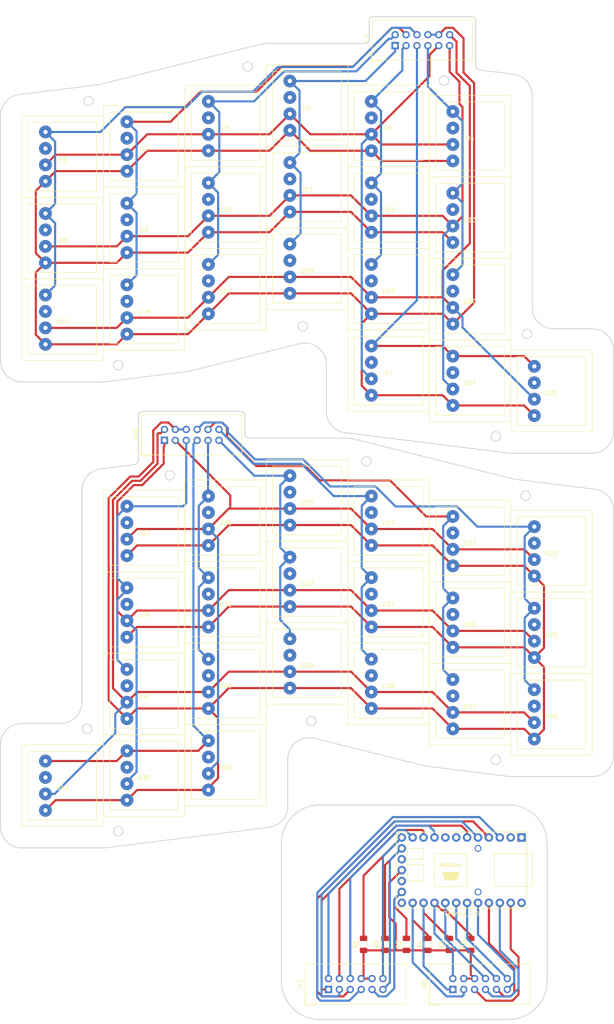
<source format=kicad_pcb>
(kicad_pcb (version 20171130) (host pcbnew 5.1.0-060a0da~80~ubuntu18.04.1)

  (general
    (thickness 1.6)
    (drawings 90)
    (tracks 574)
    (zones 0)
    (modules 53)
    (nets 96)
  )

  (page A4 portrait)
  (layers
    (0 F.Cu signal)
    (31 B.Cu signal)
    (32 B.Adhes user)
    (33 F.Adhes user)
    (34 B.Paste user)
    (35 F.Paste user)
    (36 B.SilkS user)
    (37 F.SilkS user)
    (38 B.Mask user)
    (39 F.Mask user)
    (40 Dwgs.User user)
    (41 Cmts.User user)
    (42 Eco1.User user)
    (43 Eco2.User user)
    (44 Edge.Cuts user)
    (45 Margin user)
    (46 B.CrtYd user)
    (47 F.CrtYd user)
    (48 B.Fab user)
    (49 F.Fab user)
  )

  (setup
    (last_trace_width 0.5)
    (trace_clearance 0.5)
    (zone_clearance 0.508)
    (zone_45_only no)
    (trace_min 0.2)
    (via_size 2)
    (via_drill 1)
    (via_min_size 0.4)
    (via_min_drill 0.3)
    (uvia_size 0.3)
    (uvia_drill 0.1)
    (uvias_allowed no)
    (uvia_min_size 0.2)
    (uvia_min_drill 0.1)
    (edge_width 0.05)
    (segment_width 0.2)
    (pcb_text_width 0.3)
    (pcb_text_size 1.5 1.5)
    (mod_edge_width 0.12)
    (mod_text_size 1 1)
    (mod_text_width 0.15)
    (pad_size 1.524 1.524)
    (pad_drill 0.762)
    (pad_to_mask_clearance 0.051)
    (solder_mask_min_width 0.25)
    (aux_axis_origin 0 0)
    (visible_elements 7FFFFFFF)
    (pcbplotparams
      (layerselection 0x010f0_ffffffff)
      (usegerberextensions false)
      (usegerberattributes false)
      (usegerberadvancedattributes false)
      (creategerberjobfile false)
      (excludeedgelayer false)
      (linewidth 0.100000)
      (plotframeref false)
      (viasonmask false)
      (mode 1)
      (useauxorigin true)
      (hpglpennumber 1)
      (hpglpenspeed 20)
      (hpglpendiameter 15.000000)
      (psnegative false)
      (psa4output false)
      (plotreference true)
      (plotvalue true)
      (plotinvisibletext false)
      (padsonsilk false)
      (subtractmaskfromsilk false)
      (outputformat 1)
      (mirror false)
      (drillshape 0)
      (scaleselection 1)
      (outputdirectory "gbr/"))
  )

  (net 0 "")
  (net 1 "Net-(U1-Pad3)")
  (net 2 "Net-(U10-Pad3)")
  (net 3 "Net-(U11-Pad3)")
  (net 4 "Net-(U12-Pad3)")
  (net 5 "Net-(U16-Pad3)")
  (net 6 "Net-(U17-Pad3)")
  (net 7 "Net-(U18-Pad3)")
  (net 8 "Net-(U28-Pad3)")
  (net 9 "Net-(U29-Pad3)")
  (net 10 "Net-(U30-Pad3)")
  (net 11 "Net-(JL1-Pad1)")
  (net 12 "Net-(JL1-Pad2)")
  (net 13 "Net-(JL1-Pad3)")
  (net 14 "Net-(JL1-Pad4)")
  (net 15 "Net-(JL1-Pad5)")
  (net 16 "Net-(JL1-Pad7)")
  (net 17 "Net-(JL1-Pad9)")
  (net 18 "Net-(JL1-Pad10)")
  (net 19 "Net-(JL1-Pad11)")
  (net 20 "Net-(JL1-Pad12)")
  (net 21 "Net-(JL2-Pad1)")
  (net 22 "Net-(JL2-Pad2)")
  (net 23 "Net-(JL2-Pad3)")
  (net 24 "Net-(JL2-Pad4)")
  (net 25 "Net-(JL2-Pad5)")
  (net 26 "Net-(JL2-Pad6)")
  (net 27 "Net-(JL2-Pad7)")
  (net 28 "Net-(JL2-Pad9)")
  (net 29 "Net-(JL2-Pad10)")
  (net 30 "Net-(JL2-Pad11)")
  (net 31 "Net-(JL2-Pad12)")
  (net 32 "Net-(JR1-Pad3)")
  (net 33 "Net-(JR1-Pad1)")
  (net 34 "Net-(JR2-Pad12)")
  (net 35 "Net-(JR2-Pad11)")
  (net 36 "Net-(JR2-Pad10)")
  (net 37 "Net-(JR2-Pad9)")
  (net 38 "Net-(JR2-Pad8)")
  (net 39 "Net-(JR2-Pad7)")
  (net 40 "Net-(JR2-Pad5)")
  (net 41 "Net-(JR2-Pad4)")
  (net 42 "Net-(JR2-Pad3)")
  (net 43 "Net-(JR2-Pad2)")
  (net 44 "Net-(JR2-Pad1)")
  (net 45 "Net-(Teensy_2.0-Pad7)")
  (net 46 "Net-(Teensy_2.0-Pad14)")
  (net 47 "Net-(Teensy_2.0-Pad16)")
  (net 48 "Net-(Teensy_2.0-Pad29)")
  (net 49 "Net-(Teensy_2.0-Pad30)")
  (net 50 "Net-(Teensy_2.0-Pad31)")
  (net 51 "Net-(U2-Pad3)")
  (net 52 "Net-(U3-Pad3)")
  (net 53 "Net-(U4-Pad3)")
  (net 54 "Net-(U5-Pad3)")
  (net 55 "Net-(U6-Pad3)")
  (net 56 "Net-(U7-Pad3)")
  (net 57 "Net-(U8-Pad3)")
  (net 58 "Net-(U9-Pad3)")
  (net 59 "Net-(U13-Pad3)")
  (net 60 "Net-(U14-Pad3)")
  (net 61 "Net-(U15-Pad3)")
  (net 62 "Net-(U19-Pad3)")
  (net 63 "Net-(U20-Pad3)")
  (net 64 "Net-(U21-Pad3)")
  (net 65 "Net-(U22-Pad3)")
  (net 66 "Net-(U23-Pad3)")
  (net 67 "Net-(U24-Pad3)")
  (net 68 "Net-(U25-Pad3)")
  (net 69 "Net-(U26-Pad3)")
  (net 70 "Net-(U27-Pad3)")
  (net 71 "Net-(U31-Pad3)")
  (net 72 "Net-(U32-Pad3)")
  (net 73 "Net-(U33-Pad3)")
  (net 74 "Net-(U34-Pad3)")
  (net 75 "Net-(U35-Pad3)")
  (net 76 "Net-(U36-Pad3)")
  (net 77 "Net-(U37-Pad3)")
  (net 78 "Net-(U38-Pad3)")
  (net 79 "Net-(U39-Pad3)")
  (net 80 "Net-(U40-Pad3)")
  (net 81 "Net-(U41-Pad3)")
  (net 82 "Net-(U42-Pad3)")
  (net 83 "Net-(JR1-Pad2)")
  (net 84 "Net-(Teensy_2.0-Pad1)")
  (net 85 "Net-(Teensy_2.0-Pad2)")
  (net 86 "Net-(Teensy_2.0-Pad8)")
  (net 87 "Net-(JL1-Pad6)")
  (net 88 "Net-(JR1-Pad12)")
  (net 89 "Net-(JR1-Pad11)")
  (net 90 "Net-(JR1-Pad10)")
  (net 91 "Net-(JR1-Pad9)")
  (net 92 "Net-(JR1-Pad8)")
  (net 93 "Net-(JR1-Pad7)")
  (net 94 "Net-(JR1-Pad5)")
  (net 95 "Net-(Teensy_2.0-Pad18)")

  (net_class Default "This is the default net class."
    (clearance 0.5)
    (trace_width 0.5)
    (via_dia 2)
    (via_drill 1)
    (uvia_dia 0.3)
    (uvia_drill 0.1)
    (add_net "Net-(JL1-Pad1)")
    (add_net "Net-(JL1-Pad10)")
    (add_net "Net-(JL1-Pad11)")
    (add_net "Net-(JL1-Pad12)")
    (add_net "Net-(JL1-Pad2)")
    (add_net "Net-(JL1-Pad3)")
    (add_net "Net-(JL1-Pad4)")
    (add_net "Net-(JL1-Pad5)")
    (add_net "Net-(JL1-Pad6)")
    (add_net "Net-(JL1-Pad7)")
    (add_net "Net-(JL1-Pad9)")
    (add_net "Net-(JL2-Pad1)")
    (add_net "Net-(JL2-Pad10)")
    (add_net "Net-(JL2-Pad11)")
    (add_net "Net-(JL2-Pad12)")
    (add_net "Net-(JL2-Pad2)")
    (add_net "Net-(JL2-Pad3)")
    (add_net "Net-(JL2-Pad4)")
    (add_net "Net-(JL2-Pad5)")
    (add_net "Net-(JL2-Pad6)")
    (add_net "Net-(JL2-Pad7)")
    (add_net "Net-(JL2-Pad9)")
    (add_net "Net-(JR1-Pad1)")
    (add_net "Net-(JR1-Pad10)")
    (add_net "Net-(JR1-Pad11)")
    (add_net "Net-(JR1-Pad12)")
    (add_net "Net-(JR1-Pad2)")
    (add_net "Net-(JR1-Pad3)")
    (add_net "Net-(JR1-Pad5)")
    (add_net "Net-(JR1-Pad7)")
    (add_net "Net-(JR1-Pad8)")
    (add_net "Net-(JR1-Pad9)")
    (add_net "Net-(JR2-Pad1)")
    (add_net "Net-(JR2-Pad10)")
    (add_net "Net-(JR2-Pad11)")
    (add_net "Net-(JR2-Pad12)")
    (add_net "Net-(JR2-Pad2)")
    (add_net "Net-(JR2-Pad3)")
    (add_net "Net-(JR2-Pad4)")
    (add_net "Net-(JR2-Pad5)")
    (add_net "Net-(JR2-Pad7)")
    (add_net "Net-(JR2-Pad8)")
    (add_net "Net-(JR2-Pad9)")
    (add_net "Net-(Teensy_2.0-Pad1)")
    (add_net "Net-(Teensy_2.0-Pad14)")
    (add_net "Net-(Teensy_2.0-Pad16)")
    (add_net "Net-(Teensy_2.0-Pad18)")
    (add_net "Net-(Teensy_2.0-Pad2)")
    (add_net "Net-(Teensy_2.0-Pad29)")
    (add_net "Net-(Teensy_2.0-Pad30)")
    (add_net "Net-(Teensy_2.0-Pad31)")
    (add_net "Net-(Teensy_2.0-Pad7)")
    (add_net "Net-(Teensy_2.0-Pad8)")
    (add_net "Net-(U1-Pad3)")
    (add_net "Net-(U10-Pad3)")
    (add_net "Net-(U11-Pad3)")
    (add_net "Net-(U12-Pad3)")
    (add_net "Net-(U13-Pad3)")
    (add_net "Net-(U14-Pad3)")
    (add_net "Net-(U15-Pad3)")
    (add_net "Net-(U16-Pad3)")
    (add_net "Net-(U17-Pad3)")
    (add_net "Net-(U18-Pad3)")
    (add_net "Net-(U19-Pad3)")
    (add_net "Net-(U2-Pad3)")
    (add_net "Net-(U20-Pad3)")
    (add_net "Net-(U21-Pad3)")
    (add_net "Net-(U22-Pad3)")
    (add_net "Net-(U23-Pad3)")
    (add_net "Net-(U24-Pad3)")
    (add_net "Net-(U25-Pad3)")
    (add_net "Net-(U26-Pad3)")
    (add_net "Net-(U27-Pad3)")
    (add_net "Net-(U28-Pad3)")
    (add_net "Net-(U29-Pad3)")
    (add_net "Net-(U3-Pad3)")
    (add_net "Net-(U30-Pad3)")
    (add_net "Net-(U31-Pad3)")
    (add_net "Net-(U32-Pad3)")
    (add_net "Net-(U33-Pad3)")
    (add_net "Net-(U34-Pad3)")
    (add_net "Net-(U35-Pad3)")
    (add_net "Net-(U36-Pad3)")
    (add_net "Net-(U37-Pad3)")
    (add_net "Net-(U38-Pad3)")
    (add_net "Net-(U39-Pad3)")
    (add_net "Net-(U4-Pad3)")
    (add_net "Net-(U40-Pad3)")
    (add_net "Net-(U41-Pad3)")
    (add_net "Net-(U42-Pad3)")
    (add_net "Net-(U5-Pad3)")
    (add_net "Net-(U6-Pad3)")
    (add_net "Net-(U7-Pad3)")
    (add_net "Net-(U8-Pad3)")
    (add_net "Net-(U9-Pad3)")
  )

  (module mh3ss2:MH3SS2 (layer F.Cu) (tedit 5E6B44CC) (tstamp 5DC0DDE1)
    (at 90 152)
    (path /5DC0C24A/5DC2AC79)
    (fp_text reference U32 (at 0 0.5) (layer F.SilkS)
      (effects (font (size 1 1) (thickness 0.15)))
    )
    (fp_text value MH3SS2 (at 0 -0.5) (layer F.Fab)
      (effects (font (size 1 1) (thickness 0.15)))
    )
    (fp_line (start -8 8) (end -8 -8) (layer F.SilkS) (width 0.12))
    (fp_line (start 8 8) (end -8 8) (layer F.SilkS) (width 0.12))
    (fp_line (start 8 -8) (end 8 8) (layer F.SilkS) (width 0.12))
    (fp_line (start -8 -8) (end 8 -8) (layer F.SilkS) (width 0.12))
    (fp_line (start -9.5 9.5) (end -9.5 -9.5) (layer F.SilkS) (width 0.12))
    (fp_line (start 9.5 9.5) (end -9.5 9.5) (layer F.SilkS) (width 0.12))
    (fp_line (start 9.5 -9.5) (end 9.5 9.5) (layer F.SilkS) (width 0.12))
    (fp_line (start -9.5 -9.5) (end 9.5 -9.5) (layer F.SilkS) (width 0.12))
    (pad 4 thru_hole circle (at -4 -5.75) (size 3 3) (drill 1) (layers *.Cu *.Mask)
      (net 35 "Net-(JR2-Pad11)"))
    (pad 3 thru_hole circle (at -4 -1.917) (size 3 3) (drill 1) (layers *.Cu *.Mask)
      (net 72 "Net-(U32-Pad3)"))
    (pad 2 thru_hole circle (at -4 1.917) (size 3 3) (drill 1) (layers *.Cu *.Mask)
      (net 44 "Net-(JR2-Pad1)"))
    (pad 1 thru_hole circle (at -4 5.75) (size 3 3) (drill 1) (layers *.Cu *.Mask)
      (net 41 "Net-(JR2-Pad4)"))
  )

  (module mh3ss2:MH3SS2 (layer F.Cu) (tedit 5E6B44CC) (tstamp 5DC0DBF1)
    (at 33 52.875)
    (path /5DC0C015/5DC0D618)
    (fp_text reference U1 (at 0 0.5) (layer F.SilkS)
      (effects (font (size 1 1) (thickness 0.15)))
    )
    (fp_text value MH3SS2 (at 0 -0.5) (layer F.Fab)
      (effects (font (size 1 1) (thickness 0.15)))
    )
    (fp_line (start -8 8) (end -8 -8) (layer F.SilkS) (width 0.12))
    (fp_line (start 8 8) (end -8 8) (layer F.SilkS) (width 0.12))
    (fp_line (start 8 -8) (end 8 8) (layer F.SilkS) (width 0.12))
    (fp_line (start -8 -8) (end 8 -8) (layer F.SilkS) (width 0.12))
    (fp_line (start -9.5 9.5) (end -9.5 -9.5) (layer F.SilkS) (width 0.12))
    (fp_line (start 9.5 9.5) (end -9.5 9.5) (layer F.SilkS) (width 0.12))
    (fp_line (start 9.5 -9.5) (end 9.5 9.5) (layer F.SilkS) (width 0.12))
    (fp_line (start -9.5 -9.5) (end 9.5 -9.5) (layer F.SilkS) (width 0.12))
    (pad 4 thru_hole circle (at -4 -5.75) (size 3 3) (drill 1) (layers *.Cu *.Mask)
      (net 26 "Net-(JL2-Pad6)"))
    (pad 3 thru_hole circle (at -4 -1.917) (size 3 3) (drill 1) (layers *.Cu *.Mask)
      (net 1 "Net-(U1-Pad3)"))
    (pad 2 thru_hole circle (at -4 1.917) (size 3 3) (drill 1) (layers *.Cu *.Mask)
      (net 28 "Net-(JL2-Pad9)"))
    (pad 1 thru_hole circle (at -4 5.75) (size 3 3) (drill 1) (layers *.Cu *.Mask)
      (net 29 "Net-(JL2-Pad10)"))
  )

  (module mh3ss2:MH3SS2 (layer F.Cu) (tedit 5E6B44CC) (tstamp 5DC0DC01)
    (at 52 50.5)
    (path /5DC0C015/5DC100D6)
    (fp_text reference U2 (at 0 0.5) (layer F.SilkS)
      (effects (font (size 1 1) (thickness 0.15)))
    )
    (fp_text value MH3SS2 (at 0 -0.5) (layer F.Fab)
      (effects (font (size 1 1) (thickness 0.15)))
    )
    (fp_line (start -8 8) (end -8 -8) (layer F.SilkS) (width 0.12))
    (fp_line (start 8 8) (end -8 8) (layer F.SilkS) (width 0.12))
    (fp_line (start 8 -8) (end 8 8) (layer F.SilkS) (width 0.12))
    (fp_line (start -8 -8) (end 8 -8) (layer F.SilkS) (width 0.12))
    (fp_line (start -9.5 9.5) (end -9.5 -9.5) (layer F.SilkS) (width 0.12))
    (fp_line (start 9.5 9.5) (end -9.5 9.5) (layer F.SilkS) (width 0.12))
    (fp_line (start 9.5 -9.5) (end 9.5 9.5) (layer F.SilkS) (width 0.12))
    (fp_line (start -9.5 -9.5) (end 9.5 -9.5) (layer F.SilkS) (width 0.12))
    (pad 4 thru_hole circle (at -4 -5.75) (size 3 3) (drill 1) (layers *.Cu *.Mask)
      (net 24 "Net-(JL2-Pad4)"))
    (pad 3 thru_hole circle (at -4 -1.917) (size 3 3) (drill 1) (layers *.Cu *.Mask)
      (net 51 "Net-(U2-Pad3)"))
    (pad 2 thru_hole circle (at -4 1.917) (size 3 3) (drill 1) (layers *.Cu *.Mask)
      (net 28 "Net-(JL2-Pad9)"))
    (pad 1 thru_hole circle (at -4 5.75) (size 3 3) (drill 1) (layers *.Cu *.Mask)
      (net 29 "Net-(JL2-Pad10)"))
  )

  (module mh3ss2:MH3SS2 (layer F.Cu) (tedit 5E6B44CC) (tstamp 5DC0DC11)
    (at 71 45.75)
    (path /5DC0C015/5DC11D72)
    (fp_text reference U3 (at 0 0.5) (layer F.SilkS)
      (effects (font (size 1 1) (thickness 0.15)))
    )
    (fp_text value MH3SS2 (at 0 -0.5) (layer F.Fab)
      (effects (font (size 1 1) (thickness 0.15)))
    )
    (fp_line (start -8 8) (end -8 -8) (layer F.SilkS) (width 0.12))
    (fp_line (start 8 8) (end -8 8) (layer F.SilkS) (width 0.12))
    (fp_line (start 8 -8) (end 8 8) (layer F.SilkS) (width 0.12))
    (fp_line (start -8 -8) (end 8 -8) (layer F.SilkS) (width 0.12))
    (fp_line (start -9.5 9.5) (end -9.5 -9.5) (layer F.SilkS) (width 0.12))
    (fp_line (start 9.5 9.5) (end -9.5 9.5) (layer F.SilkS) (width 0.12))
    (fp_line (start 9.5 -9.5) (end 9.5 9.5) (layer F.SilkS) (width 0.12))
    (fp_line (start -9.5 -9.5) (end 9.5 -9.5) (layer F.SilkS) (width 0.12))
    (pad 4 thru_hole circle (at -4 -5.75) (size 3 3) (drill 1) (layers *.Cu *.Mask)
      (net 22 "Net-(JL2-Pad2)"))
    (pad 3 thru_hole circle (at -4 -1.917) (size 3 3) (drill 1) (layers *.Cu *.Mask)
      (net 52 "Net-(U3-Pad3)"))
    (pad 2 thru_hole circle (at -4 1.917) (size 3 3) (drill 1) (layers *.Cu *.Mask)
      (net 28 "Net-(JL2-Pad9)"))
    (pad 1 thru_hole circle (at -4 5.75) (size 3 3) (drill 1) (layers *.Cu *.Mask)
      (net 29 "Net-(JL2-Pad10)"))
  )

  (module mh3ss2:MH3SS2 (layer F.Cu) (tedit 5E6B44CC) (tstamp 5DC0DC21)
    (at 90 41)
    (path /5DC0C015/5DC16B10)
    (fp_text reference U4 (at 0 0.5) (layer F.SilkS)
      (effects (font (size 1 1) (thickness 0.15)))
    )
    (fp_text value MH3SS2 (at 0 -0.5) (layer F.Fab)
      (effects (font (size 1 1) (thickness 0.15)))
    )
    (fp_line (start -8 8) (end -8 -8) (layer F.SilkS) (width 0.12))
    (fp_line (start 8 8) (end -8 8) (layer F.SilkS) (width 0.12))
    (fp_line (start 8 -8) (end 8 8) (layer F.SilkS) (width 0.12))
    (fp_line (start -8 -8) (end 8 -8) (layer F.SilkS) (width 0.12))
    (fp_line (start -9.5 9.5) (end -9.5 -9.5) (layer F.SilkS) (width 0.12))
    (fp_line (start 9.5 9.5) (end -9.5 9.5) (layer F.SilkS) (width 0.12))
    (fp_line (start 9.5 -9.5) (end 9.5 9.5) (layer F.SilkS) (width 0.12))
    (fp_line (start -9.5 -9.5) (end 9.5 -9.5) (layer F.SilkS) (width 0.12))
    (pad 4 thru_hole circle (at -4 -5.75) (size 3 3) (drill 1) (layers *.Cu *.Mask)
      (net 21 "Net-(JL2-Pad1)"))
    (pad 3 thru_hole circle (at -4 -1.917) (size 3 3) (drill 1) (layers *.Cu *.Mask)
      (net 53 "Net-(U4-Pad3)"))
    (pad 2 thru_hole circle (at -4 1.917) (size 3 3) (drill 1) (layers *.Cu *.Mask)
      (net 28 "Net-(JL2-Pad9)"))
    (pad 1 thru_hole circle (at -4 5.75) (size 3 3) (drill 1) (layers *.Cu *.Mask)
      (net 29 "Net-(JL2-Pad10)"))
  )

  (module mh3ss2:MH3SS2 (layer F.Cu) (tedit 5E6B44CC) (tstamp 5DC0DC31)
    (at 109 45.75)
    (path /5DC0C015/5DC16B22)
    (fp_text reference U5 (at 0 0.5) (layer F.SilkS)
      (effects (font (size 1 1) (thickness 0.15)))
    )
    (fp_text value MH3SS2 (at 0 -0.5) (layer F.Fab)
      (effects (font (size 1 1) (thickness 0.15)))
    )
    (fp_line (start -8 8) (end -8 -8) (layer F.SilkS) (width 0.12))
    (fp_line (start 8 8) (end -8 8) (layer F.SilkS) (width 0.12))
    (fp_line (start 8 -8) (end 8 8) (layer F.SilkS) (width 0.12))
    (fp_line (start -8 -8) (end 8 -8) (layer F.SilkS) (width 0.12))
    (fp_line (start -9.5 9.5) (end -9.5 -9.5) (layer F.SilkS) (width 0.12))
    (fp_line (start 9.5 9.5) (end -9.5 9.5) (layer F.SilkS) (width 0.12))
    (fp_line (start 9.5 -9.5) (end 9.5 9.5) (layer F.SilkS) (width 0.12))
    (fp_line (start -9.5 -9.5) (end 9.5 -9.5) (layer F.SilkS) (width 0.12))
    (pad 4 thru_hole circle (at -4 -5.75) (size 3 3) (drill 1) (layers *.Cu *.Mask)
      (net 23 "Net-(JL2-Pad3)"))
    (pad 3 thru_hole circle (at -4 -1.917) (size 3 3) (drill 1) (layers *.Cu *.Mask)
      (net 54 "Net-(U5-Pad3)"))
    (pad 2 thru_hole circle (at -4 1.917) (size 3 3) (drill 1) (layers *.Cu *.Mask)
      (net 28 "Net-(JL2-Pad9)"))
    (pad 1 thru_hole circle (at -4 5.75) (size 3 3) (drill 1) (layers *.Cu *.Mask)
      (net 29 "Net-(JL2-Pad10)"))
  )

  (module mh3ss2:MH3SS2 (layer F.Cu) (tedit 5E6B44CC) (tstamp 5DC0DC41)
    (at 128 48.125)
    (path /5DC0C015/5DC16B34)
    (fp_text reference U6 (at 0 0.5) (layer F.SilkS)
      (effects (font (size 1 1) (thickness 0.15)))
    )
    (fp_text value MH3SS2 (at 0 -0.5) (layer F.Fab)
      (effects (font (size 1 1) (thickness 0.15)))
    )
    (fp_line (start -8 8) (end -8 -8) (layer F.SilkS) (width 0.12))
    (fp_line (start 8 8) (end -8 8) (layer F.SilkS) (width 0.12))
    (fp_line (start 8 -8) (end 8 8) (layer F.SilkS) (width 0.12))
    (fp_line (start -8 -8) (end 8 -8) (layer F.SilkS) (width 0.12))
    (fp_line (start -9.5 9.5) (end -9.5 -9.5) (layer F.SilkS) (width 0.12))
    (fp_line (start 9.5 9.5) (end -9.5 9.5) (layer F.SilkS) (width 0.12))
    (fp_line (start 9.5 -9.5) (end 9.5 9.5) (layer F.SilkS) (width 0.12))
    (fp_line (start -9.5 -9.5) (end 9.5 -9.5) (layer F.SilkS) (width 0.12))
    (pad 4 thru_hole circle (at -4 -5.75) (size 3 3) (drill 1) (layers *.Cu *.Mask)
      (net 27 "Net-(JL2-Pad7)"))
    (pad 3 thru_hole circle (at -4 -1.917) (size 3 3) (drill 1) (layers *.Cu *.Mask)
      (net 55 "Net-(U6-Pad3)"))
    (pad 2 thru_hole circle (at -4 1.917) (size 3 3) (drill 1) (layers *.Cu *.Mask)
      (net 28 "Net-(JL2-Pad9)"))
    (pad 1 thru_hole circle (at -4 5.75) (size 3 3) (drill 1) (layers *.Cu *.Mask)
      (net 29 "Net-(JL2-Pad10)"))
  )

  (module mh3ss2:MH3SS2 (layer F.Cu) (tedit 5E6B44CC) (tstamp 5DC0DC51)
    (at 109 102.75)
    (path /5DC0C015/5DC198C5)
    (fp_text reference U7 (at 0 0.5) (layer F.SilkS)
      (effects (font (size 1 1) (thickness 0.15)))
    )
    (fp_text value MH3SS2 (at 0 -0.5) (layer F.Fab)
      (effects (font (size 1 1) (thickness 0.15)))
    )
    (fp_line (start -8 8) (end -8 -8) (layer F.SilkS) (width 0.12))
    (fp_line (start 8 8) (end -8 8) (layer F.SilkS) (width 0.12))
    (fp_line (start 8 -8) (end 8 8) (layer F.SilkS) (width 0.12))
    (fp_line (start -8 -8) (end 8 -8) (layer F.SilkS) (width 0.12))
    (fp_line (start -9.5 9.5) (end -9.5 -9.5) (layer F.SilkS) (width 0.12))
    (fp_line (start 9.5 9.5) (end -9.5 9.5) (layer F.SilkS) (width 0.12))
    (fp_line (start 9.5 -9.5) (end 9.5 9.5) (layer F.SilkS) (width 0.12))
    (fp_line (start -9.5 -9.5) (end 9.5 -9.5) (layer F.SilkS) (width 0.12))
    (pad 4 thru_hole circle (at -4 -5.75) (size 3 3) (drill 1) (layers *.Cu *.Mask)
      (net 25 "Net-(JL2-Pad5)"))
    (pad 3 thru_hole circle (at -4 -1.917) (size 3 3) (drill 1) (layers *.Cu *.Mask)
      (net 56 "Net-(U7-Pad3)"))
    (pad 2 thru_hole circle (at -4 1.917) (size 3 3) (drill 1) (layers *.Cu *.Mask)
      (net 28 "Net-(JL2-Pad9)"))
    (pad 1 thru_hole circle (at -4 5.75) (size 3 3) (drill 1) (layers *.Cu *.Mask)
      (net 29 "Net-(JL2-Pad10)"))
  )

  (module mh3ss2:MH3SS2 (layer F.Cu) (tedit 5E6B44CC) (tstamp 5DC0DC61)
    (at 33 71.875)
    (path /5DC0C015/5DC0E717)
    (fp_text reference U8 (at 0 0.5) (layer F.SilkS)
      (effects (font (size 1 1) (thickness 0.15)))
    )
    (fp_text value MH3SS2 (at 0 -0.5) (layer F.Fab)
      (effects (font (size 1 1) (thickness 0.15)))
    )
    (fp_line (start -8 8) (end -8 -8) (layer F.SilkS) (width 0.12))
    (fp_line (start 8 8) (end -8 8) (layer F.SilkS) (width 0.12))
    (fp_line (start 8 -8) (end 8 8) (layer F.SilkS) (width 0.12))
    (fp_line (start -8 -8) (end 8 -8) (layer F.SilkS) (width 0.12))
    (fp_line (start -9.5 9.5) (end -9.5 -9.5) (layer F.SilkS) (width 0.12))
    (fp_line (start 9.5 9.5) (end -9.5 9.5) (layer F.SilkS) (width 0.12))
    (fp_line (start 9.5 -9.5) (end 9.5 9.5) (layer F.SilkS) (width 0.12))
    (fp_line (start -9.5 -9.5) (end 9.5 -9.5) (layer F.SilkS) (width 0.12))
    (pad 4 thru_hole circle (at -4 -5.75) (size 3 3) (drill 1) (layers *.Cu *.Mask)
      (net 26 "Net-(JL2-Pad6)"))
    (pad 3 thru_hole circle (at -4 -1.917) (size 3 3) (drill 1) (layers *.Cu *.Mask)
      (net 57 "Net-(U8-Pad3)"))
    (pad 2 thru_hole circle (at -4 1.917) (size 3 3) (drill 1) (layers *.Cu *.Mask)
      (net 30 "Net-(JL2-Pad11)"))
    (pad 1 thru_hole circle (at -4 5.75) (size 3 3) (drill 1) (layers *.Cu *.Mask)
      (net 29 "Net-(JL2-Pad10)"))
  )

  (module mh3ss2:MH3SS2 (layer F.Cu) (tedit 5E6B44CC) (tstamp 5DC0DC71)
    (at 52 69.5)
    (path /5DC0C015/5DC100DC)
    (fp_text reference U9 (at 0 0.5) (layer F.SilkS)
      (effects (font (size 1 1) (thickness 0.15)))
    )
    (fp_text value MH3SS2 (at 0 -0.5) (layer F.Fab)
      (effects (font (size 1 1) (thickness 0.15)))
    )
    (fp_line (start -8 8) (end -8 -8) (layer F.SilkS) (width 0.12))
    (fp_line (start 8 8) (end -8 8) (layer F.SilkS) (width 0.12))
    (fp_line (start 8 -8) (end 8 8) (layer F.SilkS) (width 0.12))
    (fp_line (start -8 -8) (end 8 -8) (layer F.SilkS) (width 0.12))
    (fp_line (start -9.5 9.5) (end -9.5 -9.5) (layer F.SilkS) (width 0.12))
    (fp_line (start 9.5 9.5) (end -9.5 9.5) (layer F.SilkS) (width 0.12))
    (fp_line (start 9.5 -9.5) (end 9.5 9.5) (layer F.SilkS) (width 0.12))
    (fp_line (start -9.5 -9.5) (end 9.5 -9.5) (layer F.SilkS) (width 0.12))
    (pad 4 thru_hole circle (at -4 -5.75) (size 3 3) (drill 1) (layers *.Cu *.Mask)
      (net 24 "Net-(JL2-Pad4)"))
    (pad 3 thru_hole circle (at -4 -1.917) (size 3 3) (drill 1) (layers *.Cu *.Mask)
      (net 58 "Net-(U9-Pad3)"))
    (pad 2 thru_hole circle (at -4 1.917) (size 3 3) (drill 1) (layers *.Cu *.Mask)
      (net 30 "Net-(JL2-Pad11)"))
    (pad 1 thru_hole circle (at -4 5.75) (size 3 3) (drill 1) (layers *.Cu *.Mask)
      (net 29 "Net-(JL2-Pad10)"))
  )

  (module mh3ss2:MH3SS2 (layer F.Cu) (tedit 5E6B44CC) (tstamp 5DC0DC81)
    (at 71 64.75)
    (path /5DC0C015/5DC11D78)
    (fp_text reference U10 (at 0 0.5) (layer F.SilkS)
      (effects (font (size 1 1) (thickness 0.15)))
    )
    (fp_text value MH3SS2 (at 0 -0.5) (layer F.Fab)
      (effects (font (size 1 1) (thickness 0.15)))
    )
    (fp_line (start -8 8) (end -8 -8) (layer F.SilkS) (width 0.12))
    (fp_line (start 8 8) (end -8 8) (layer F.SilkS) (width 0.12))
    (fp_line (start 8 -8) (end 8 8) (layer F.SilkS) (width 0.12))
    (fp_line (start -8 -8) (end 8 -8) (layer F.SilkS) (width 0.12))
    (fp_line (start -9.5 9.5) (end -9.5 -9.5) (layer F.SilkS) (width 0.12))
    (fp_line (start 9.5 9.5) (end -9.5 9.5) (layer F.SilkS) (width 0.12))
    (fp_line (start 9.5 -9.5) (end 9.5 9.5) (layer F.SilkS) (width 0.12))
    (fp_line (start -9.5 -9.5) (end 9.5 -9.5) (layer F.SilkS) (width 0.12))
    (pad 4 thru_hole circle (at -4 -5.75) (size 3 3) (drill 1) (layers *.Cu *.Mask)
      (net 22 "Net-(JL2-Pad2)"))
    (pad 3 thru_hole circle (at -4 -1.917) (size 3 3) (drill 1) (layers *.Cu *.Mask)
      (net 2 "Net-(U10-Pad3)"))
    (pad 2 thru_hole circle (at -4 1.917) (size 3 3) (drill 1) (layers *.Cu *.Mask)
      (net 30 "Net-(JL2-Pad11)"))
    (pad 1 thru_hole circle (at -4 5.75) (size 3 3) (drill 1) (layers *.Cu *.Mask)
      (net 29 "Net-(JL2-Pad10)"))
  )

  (module mh3ss2:MH3SS2 (layer F.Cu) (tedit 5E6B44CC) (tstamp 5DC0DC91)
    (at 90 60)
    (path /5DC0C015/5DC16B16)
    (fp_text reference U11 (at 0 0.5) (layer F.SilkS)
      (effects (font (size 1 1) (thickness 0.15)))
    )
    (fp_text value MH3SS2 (at 0 -0.5) (layer F.Fab)
      (effects (font (size 1 1) (thickness 0.15)))
    )
    (fp_line (start -8 8) (end -8 -8) (layer F.SilkS) (width 0.12))
    (fp_line (start 8 8) (end -8 8) (layer F.SilkS) (width 0.12))
    (fp_line (start 8 -8) (end 8 8) (layer F.SilkS) (width 0.12))
    (fp_line (start -8 -8) (end 8 -8) (layer F.SilkS) (width 0.12))
    (fp_line (start -9.5 9.5) (end -9.5 -9.5) (layer F.SilkS) (width 0.12))
    (fp_line (start 9.5 9.5) (end -9.5 9.5) (layer F.SilkS) (width 0.12))
    (fp_line (start 9.5 -9.5) (end 9.5 9.5) (layer F.SilkS) (width 0.12))
    (fp_line (start -9.5 -9.5) (end 9.5 -9.5) (layer F.SilkS) (width 0.12))
    (pad 4 thru_hole circle (at -4 -5.75) (size 3 3) (drill 1) (layers *.Cu *.Mask)
      (net 21 "Net-(JL2-Pad1)"))
    (pad 3 thru_hole circle (at -4 -1.917) (size 3 3) (drill 1) (layers *.Cu *.Mask)
      (net 3 "Net-(U11-Pad3)"))
    (pad 2 thru_hole circle (at -4 1.917) (size 3 3) (drill 1) (layers *.Cu *.Mask)
      (net 30 "Net-(JL2-Pad11)"))
    (pad 1 thru_hole circle (at -4 5.75) (size 3 3) (drill 1) (layers *.Cu *.Mask)
      (net 29 "Net-(JL2-Pad10)"))
  )

  (module mh3ss2:MH3SS2 (layer F.Cu) (tedit 5E6B44CC) (tstamp 5DC0DCA1)
    (at 109 64.75)
    (path /5DC0C015/5DC16B28)
    (fp_text reference U12 (at 0 0.5) (layer F.SilkS)
      (effects (font (size 1 1) (thickness 0.15)))
    )
    (fp_text value MH3SS2 (at 0 -0.5) (layer F.Fab)
      (effects (font (size 1 1) (thickness 0.15)))
    )
    (fp_line (start -8 8) (end -8 -8) (layer F.SilkS) (width 0.12))
    (fp_line (start 8 8) (end -8 8) (layer F.SilkS) (width 0.12))
    (fp_line (start 8 -8) (end 8 8) (layer F.SilkS) (width 0.12))
    (fp_line (start -8 -8) (end 8 -8) (layer F.SilkS) (width 0.12))
    (fp_line (start -9.5 9.5) (end -9.5 -9.5) (layer F.SilkS) (width 0.12))
    (fp_line (start 9.5 9.5) (end -9.5 9.5) (layer F.SilkS) (width 0.12))
    (fp_line (start 9.5 -9.5) (end 9.5 9.5) (layer F.SilkS) (width 0.12))
    (fp_line (start -9.5 -9.5) (end 9.5 -9.5) (layer F.SilkS) (width 0.12))
    (pad 4 thru_hole circle (at -4 -5.75) (size 3 3) (drill 1) (layers *.Cu *.Mask)
      (net 23 "Net-(JL2-Pad3)"))
    (pad 3 thru_hole circle (at -4 -1.917) (size 3 3) (drill 1) (layers *.Cu *.Mask)
      (net 4 "Net-(U12-Pad3)"))
    (pad 2 thru_hole circle (at -4 1.917) (size 3 3) (drill 1) (layers *.Cu *.Mask)
      (net 30 "Net-(JL2-Pad11)"))
    (pad 1 thru_hole circle (at -4 5.75) (size 3 3) (drill 1) (layers *.Cu *.Mask)
      (net 29 "Net-(JL2-Pad10)"))
  )

  (module mh3ss2:MH3SS2 (layer F.Cu) (tedit 5E6B44CC) (tstamp 5DC0DCB1)
    (at 128 67.125)
    (path /5DC0C015/5DC16B3A)
    (fp_text reference U13 (at 0 0.5) (layer F.SilkS)
      (effects (font (size 1 1) (thickness 0.15)))
    )
    (fp_text value MH3SS2 (at 0 -0.5) (layer F.Fab)
      (effects (font (size 1 1) (thickness 0.15)))
    )
    (fp_line (start -8 8) (end -8 -8) (layer F.SilkS) (width 0.12))
    (fp_line (start 8 8) (end -8 8) (layer F.SilkS) (width 0.12))
    (fp_line (start 8 -8) (end 8 8) (layer F.SilkS) (width 0.12))
    (fp_line (start -8 -8) (end 8 -8) (layer F.SilkS) (width 0.12))
    (fp_line (start -9.5 9.5) (end -9.5 -9.5) (layer F.SilkS) (width 0.12))
    (fp_line (start 9.5 9.5) (end -9.5 9.5) (layer F.SilkS) (width 0.12))
    (fp_line (start 9.5 -9.5) (end 9.5 9.5) (layer F.SilkS) (width 0.12))
    (fp_line (start -9.5 -9.5) (end 9.5 -9.5) (layer F.SilkS) (width 0.12))
    (pad 4 thru_hole circle (at -4 -5.75) (size 3 3) (drill 1) (layers *.Cu *.Mask)
      (net 27 "Net-(JL2-Pad7)"))
    (pad 3 thru_hole circle (at -4 -1.917) (size 3 3) (drill 1) (layers *.Cu *.Mask)
      (net 59 "Net-(U13-Pad3)"))
    (pad 2 thru_hole circle (at -4 1.917) (size 3 3) (drill 1) (layers *.Cu *.Mask)
      (net 30 "Net-(JL2-Pad11)"))
    (pad 1 thru_hole circle (at -4 5.75) (size 3 3) (drill 1) (layers *.Cu *.Mask)
      (net 29 "Net-(JL2-Pad10)"))
  )

  (module mh3ss2:MH3SS2 (layer F.Cu) (tedit 5E6B44CC) (tstamp 5DC0DCC1)
    (at 128 105.125)
    (path /5DC0C015/5DC198CB)
    (fp_text reference U14 (at 0 0.5) (layer F.SilkS)
      (effects (font (size 1 1) (thickness 0.15)))
    )
    (fp_text value MH3SS2 (at 0 -0.5) (layer F.Fab)
      (effects (font (size 1 1) (thickness 0.15)))
    )
    (fp_line (start -8 8) (end -8 -8) (layer F.SilkS) (width 0.12))
    (fp_line (start 8 8) (end -8 8) (layer F.SilkS) (width 0.12))
    (fp_line (start 8 -8) (end 8 8) (layer F.SilkS) (width 0.12))
    (fp_line (start -8 -8) (end 8 -8) (layer F.SilkS) (width 0.12))
    (fp_line (start -9.5 9.5) (end -9.5 -9.5) (layer F.SilkS) (width 0.12))
    (fp_line (start 9.5 9.5) (end -9.5 9.5) (layer F.SilkS) (width 0.12))
    (fp_line (start 9.5 -9.5) (end 9.5 9.5) (layer F.SilkS) (width 0.12))
    (fp_line (start -9.5 -9.5) (end 9.5 -9.5) (layer F.SilkS) (width 0.12))
    (pad 4 thru_hole circle (at -4 -5.75) (size 3 3) (drill 1) (layers *.Cu *.Mask)
      (net 25 "Net-(JL2-Pad5)"))
    (pad 3 thru_hole circle (at -4 -1.917) (size 3 3) (drill 1) (layers *.Cu *.Mask)
      (net 60 "Net-(U14-Pad3)"))
    (pad 2 thru_hole circle (at -4 1.917) (size 3 3) (drill 1) (layers *.Cu *.Mask)
      (net 30 "Net-(JL2-Pad11)"))
    (pad 1 thru_hole circle (at -4 5.75) (size 3 3) (drill 1) (layers *.Cu *.Mask)
      (net 29 "Net-(JL2-Pad10)"))
  )

  (module mh3ss2:MH3SS2 (layer F.Cu) (tedit 5E6B44CC) (tstamp 5DC0DCD1)
    (at 33 90.875)
    (path /5DC0C015/5DC0EBC6)
    (fp_text reference U15 (at 0 0.5) (layer F.SilkS)
      (effects (font (size 1 1) (thickness 0.15)))
    )
    (fp_text value MH3SS2 (at 0 -0.5) (layer F.Fab)
      (effects (font (size 1 1) (thickness 0.15)))
    )
    (fp_line (start -8 8) (end -8 -8) (layer F.SilkS) (width 0.12))
    (fp_line (start 8 8) (end -8 8) (layer F.SilkS) (width 0.12))
    (fp_line (start 8 -8) (end 8 8) (layer F.SilkS) (width 0.12))
    (fp_line (start -8 -8) (end 8 -8) (layer F.SilkS) (width 0.12))
    (fp_line (start -9.5 9.5) (end -9.5 -9.5) (layer F.SilkS) (width 0.12))
    (fp_line (start 9.5 9.5) (end -9.5 9.5) (layer F.SilkS) (width 0.12))
    (fp_line (start 9.5 -9.5) (end 9.5 9.5) (layer F.SilkS) (width 0.12))
    (fp_line (start -9.5 -9.5) (end 9.5 -9.5) (layer F.SilkS) (width 0.12))
    (pad 4 thru_hole circle (at -4 -5.75) (size 3 3) (drill 1) (layers *.Cu *.Mask)
      (net 26 "Net-(JL2-Pad6)"))
    (pad 3 thru_hole circle (at -4 -1.917) (size 3 3) (drill 1) (layers *.Cu *.Mask)
      (net 61 "Net-(U15-Pad3)"))
    (pad 2 thru_hole circle (at -4 1.917) (size 3 3) (drill 1) (layers *.Cu *.Mask)
      (net 31 "Net-(JL2-Pad12)"))
    (pad 1 thru_hole circle (at -4 5.75) (size 3 3) (drill 1) (layers *.Cu *.Mask)
      (net 29 "Net-(JL2-Pad10)"))
  )

  (module mh3ss2:MH3SS2 (layer F.Cu) (tedit 5E6B44CC) (tstamp 5DC0DCE1)
    (at 52 88.5)
    (path /5DC0C015/5DC100E2)
    (fp_text reference U16 (at 0 0.5) (layer F.SilkS)
      (effects (font (size 1 1) (thickness 0.15)))
    )
    (fp_text value MH3SS2 (at 0 -0.5) (layer F.Fab)
      (effects (font (size 1 1) (thickness 0.15)))
    )
    (fp_line (start -8 8) (end -8 -8) (layer F.SilkS) (width 0.12))
    (fp_line (start 8 8) (end -8 8) (layer F.SilkS) (width 0.12))
    (fp_line (start 8 -8) (end 8 8) (layer F.SilkS) (width 0.12))
    (fp_line (start -8 -8) (end 8 -8) (layer F.SilkS) (width 0.12))
    (fp_line (start -9.5 9.5) (end -9.5 -9.5) (layer F.SilkS) (width 0.12))
    (fp_line (start 9.5 9.5) (end -9.5 9.5) (layer F.SilkS) (width 0.12))
    (fp_line (start 9.5 -9.5) (end 9.5 9.5) (layer F.SilkS) (width 0.12))
    (fp_line (start -9.5 -9.5) (end 9.5 -9.5) (layer F.SilkS) (width 0.12))
    (pad 4 thru_hole circle (at -4 -5.75) (size 3 3) (drill 1) (layers *.Cu *.Mask)
      (net 24 "Net-(JL2-Pad4)"))
    (pad 3 thru_hole circle (at -4 -1.917) (size 3 3) (drill 1) (layers *.Cu *.Mask)
      (net 5 "Net-(U16-Pad3)"))
    (pad 2 thru_hole circle (at -4 1.917) (size 3 3) (drill 1) (layers *.Cu *.Mask)
      (net 31 "Net-(JL2-Pad12)"))
    (pad 1 thru_hole circle (at -4 5.75) (size 3 3) (drill 1) (layers *.Cu *.Mask)
      (net 29 "Net-(JL2-Pad10)"))
  )

  (module mh3ss2:MH3SS2 (layer F.Cu) (tedit 5E6B44CC) (tstamp 5DC0DCF1)
    (at 71 83.75)
    (path /5DC0C015/5DC11D7E)
    (fp_text reference U17 (at 0 0.5) (layer F.SilkS)
      (effects (font (size 1 1) (thickness 0.15)))
    )
    (fp_text value MH3SS2 (at 0 -0.5) (layer F.Fab)
      (effects (font (size 1 1) (thickness 0.15)))
    )
    (fp_line (start -8 8) (end -8 -8) (layer F.SilkS) (width 0.12))
    (fp_line (start 8 8) (end -8 8) (layer F.SilkS) (width 0.12))
    (fp_line (start 8 -8) (end 8 8) (layer F.SilkS) (width 0.12))
    (fp_line (start -8 -8) (end 8 -8) (layer F.SilkS) (width 0.12))
    (fp_line (start -9.5 9.5) (end -9.5 -9.5) (layer F.SilkS) (width 0.12))
    (fp_line (start 9.5 9.5) (end -9.5 9.5) (layer F.SilkS) (width 0.12))
    (fp_line (start 9.5 -9.5) (end 9.5 9.5) (layer F.SilkS) (width 0.12))
    (fp_line (start -9.5 -9.5) (end 9.5 -9.5) (layer F.SilkS) (width 0.12))
    (pad 4 thru_hole circle (at -4 -5.75) (size 3 3) (drill 1) (layers *.Cu *.Mask)
      (net 22 "Net-(JL2-Pad2)"))
    (pad 3 thru_hole circle (at -4 -1.917) (size 3 3) (drill 1) (layers *.Cu *.Mask)
      (net 6 "Net-(U17-Pad3)"))
    (pad 2 thru_hole circle (at -4 1.917) (size 3 3) (drill 1) (layers *.Cu *.Mask)
      (net 31 "Net-(JL2-Pad12)"))
    (pad 1 thru_hole circle (at -4 5.75) (size 3 3) (drill 1) (layers *.Cu *.Mask)
      (net 29 "Net-(JL2-Pad10)"))
  )

  (module mh3ss2:MH3SS2 (layer F.Cu) (tedit 5E6B44CC) (tstamp 5DC0DD01)
    (at 90 79)
    (path /5DC0C015/5DC16B1C)
    (fp_text reference U18 (at 0 0.5) (layer F.SilkS)
      (effects (font (size 1 1) (thickness 0.15)))
    )
    (fp_text value MH3SS2 (at 0 -0.5) (layer F.Fab)
      (effects (font (size 1 1) (thickness 0.15)))
    )
    (fp_line (start -8 8) (end -8 -8) (layer F.SilkS) (width 0.12))
    (fp_line (start 8 8) (end -8 8) (layer F.SilkS) (width 0.12))
    (fp_line (start 8 -8) (end 8 8) (layer F.SilkS) (width 0.12))
    (fp_line (start -8 -8) (end 8 -8) (layer F.SilkS) (width 0.12))
    (fp_line (start -9.5 9.5) (end -9.5 -9.5) (layer F.SilkS) (width 0.12))
    (fp_line (start 9.5 9.5) (end -9.5 9.5) (layer F.SilkS) (width 0.12))
    (fp_line (start 9.5 -9.5) (end 9.5 9.5) (layer F.SilkS) (width 0.12))
    (fp_line (start -9.5 -9.5) (end 9.5 -9.5) (layer F.SilkS) (width 0.12))
    (pad 4 thru_hole circle (at -4 -5.75) (size 3 3) (drill 1) (layers *.Cu *.Mask)
      (net 21 "Net-(JL2-Pad1)"))
    (pad 3 thru_hole circle (at -4 -1.917) (size 3 3) (drill 1) (layers *.Cu *.Mask)
      (net 7 "Net-(U18-Pad3)"))
    (pad 2 thru_hole circle (at -4 1.917) (size 3 3) (drill 1) (layers *.Cu *.Mask)
      (net 31 "Net-(JL2-Pad12)"))
    (pad 1 thru_hole circle (at -4 5.75) (size 3 3) (drill 1) (layers *.Cu *.Mask)
      (net 29 "Net-(JL2-Pad10)"))
  )

  (module mh3ss2:MH3SS2 (layer F.Cu) (tedit 5E6B44CC) (tstamp 5DC1D332)
    (at 109 83.75)
    (path /5DC0C015/5DC16B2E)
    (fp_text reference U19 (at 0 0.5) (layer F.SilkS)
      (effects (font (size 1 1) (thickness 0.15)))
    )
    (fp_text value MH3SS2 (at 0 -0.5) (layer F.Fab)
      (effects (font (size 1 1) (thickness 0.15)))
    )
    (fp_line (start -8 8) (end -8 -8) (layer F.SilkS) (width 0.12))
    (fp_line (start 8 8) (end -8 8) (layer F.SilkS) (width 0.12))
    (fp_line (start 8 -8) (end 8 8) (layer F.SilkS) (width 0.12))
    (fp_line (start -8 -8) (end 8 -8) (layer F.SilkS) (width 0.12))
    (fp_line (start -9.5 9.5) (end -9.5 -9.5) (layer F.SilkS) (width 0.12))
    (fp_line (start 9.5 9.5) (end -9.5 9.5) (layer F.SilkS) (width 0.12))
    (fp_line (start 9.5 -9.5) (end 9.5 9.5) (layer F.SilkS) (width 0.12))
    (fp_line (start -9.5 -9.5) (end 9.5 -9.5) (layer F.SilkS) (width 0.12))
    (pad 4 thru_hole circle (at -4 -5.75) (size 3 3) (drill 1) (layers *.Cu *.Mask)
      (net 23 "Net-(JL2-Pad3)"))
    (pad 3 thru_hole circle (at -4 -1.917) (size 3 3) (drill 1) (layers *.Cu *.Mask)
      (net 62 "Net-(U19-Pad3)"))
    (pad 2 thru_hole circle (at -4 1.917) (size 3 3) (drill 1) (layers *.Cu *.Mask)
      (net 31 "Net-(JL2-Pad12)"))
    (pad 1 thru_hole circle (at -4 5.75) (size 3 3) (drill 1) (layers *.Cu *.Mask)
      (net 29 "Net-(JL2-Pad10)"))
  )

  (module mh3ss2:MH3SS2 (layer F.Cu) (tedit 5E6B44CC) (tstamp 5DC0DD21)
    (at 128 86.125)
    (path /5DC0C015/5DC16B40)
    (fp_text reference U20 (at 0 0.5) (layer F.SilkS)
      (effects (font (size 1 1) (thickness 0.15)))
    )
    (fp_text value MH3SS2 (at 0 -0.5) (layer F.Fab)
      (effects (font (size 1 1) (thickness 0.15)))
    )
    (fp_line (start -8 8) (end -8 -8) (layer F.SilkS) (width 0.12))
    (fp_line (start 8 8) (end -8 8) (layer F.SilkS) (width 0.12))
    (fp_line (start 8 -8) (end 8 8) (layer F.SilkS) (width 0.12))
    (fp_line (start -8 -8) (end 8 -8) (layer F.SilkS) (width 0.12))
    (fp_line (start -9.5 9.5) (end -9.5 -9.5) (layer F.SilkS) (width 0.12))
    (fp_line (start 9.5 9.5) (end -9.5 9.5) (layer F.SilkS) (width 0.12))
    (fp_line (start 9.5 -9.5) (end 9.5 9.5) (layer F.SilkS) (width 0.12))
    (fp_line (start -9.5 -9.5) (end 9.5 -9.5) (layer F.SilkS) (width 0.12))
    (pad 4 thru_hole circle (at -4 -5.75) (size 3 3) (drill 1) (layers *.Cu *.Mask)
      (net 27 "Net-(JL2-Pad7)"))
    (pad 3 thru_hole circle (at -4 -1.917) (size 3 3) (drill 1) (layers *.Cu *.Mask)
      (net 63 "Net-(U20-Pad3)"))
    (pad 2 thru_hole circle (at -4 1.917) (size 3 3) (drill 1) (layers *.Cu *.Mask)
      (net 31 "Net-(JL2-Pad12)"))
    (pad 1 thru_hole circle (at -4 5.75) (size 3 3) (drill 1) (layers *.Cu *.Mask)
      (net 29 "Net-(JL2-Pad10)"))
  )

  (module mh3ss2:MH3SS2 (layer F.Cu) (tedit 5E6B44CC) (tstamp 5DC0DD31)
    (at 147 107.5)
    (path /5DC0C015/5DC198D1)
    (fp_text reference U21 (at 0 0.5) (layer F.SilkS)
      (effects (font (size 1 1) (thickness 0.15)))
    )
    (fp_text value MH3SS2 (at 0 -0.5) (layer F.Fab)
      (effects (font (size 1 1) (thickness 0.15)))
    )
    (fp_line (start -8 8) (end -8 -8) (layer F.SilkS) (width 0.12))
    (fp_line (start 8 8) (end -8 8) (layer F.SilkS) (width 0.12))
    (fp_line (start 8 -8) (end 8 8) (layer F.SilkS) (width 0.12))
    (fp_line (start -8 -8) (end 8 -8) (layer F.SilkS) (width 0.12))
    (fp_line (start -9.5 9.5) (end -9.5 -9.5) (layer F.SilkS) (width 0.12))
    (fp_line (start 9.5 9.5) (end -9.5 9.5) (layer F.SilkS) (width 0.12))
    (fp_line (start 9.5 -9.5) (end 9.5 9.5) (layer F.SilkS) (width 0.12))
    (fp_line (start -9.5 -9.5) (end 9.5 -9.5) (layer F.SilkS) (width 0.12))
    (pad 4 thru_hole circle (at -4 -5.75) (size 3 3) (drill 1) (layers *.Cu *.Mask)
      (net 25 "Net-(JL2-Pad5)"))
    (pad 3 thru_hole circle (at -4 -1.917) (size 3 3) (drill 1) (layers *.Cu *.Mask)
      (net 64 "Net-(U21-Pad3)"))
    (pad 2 thru_hole circle (at -4 1.917) (size 3 3) (drill 1) (layers *.Cu *.Mask)
      (net 31 "Net-(JL2-Pad12)"))
    (pad 1 thru_hole circle (at -4 5.75) (size 3 3) (drill 1) (layers *.Cu *.Mask)
      (net 29 "Net-(JL2-Pad10)"))
  )

  (module mh3ss2:MH3SS2 (layer F.Cu) (tedit 5E6B44CC) (tstamp 5DC0DD41)
    (at 147 144.875)
    (path /5DC0C24A/5DC2539B)
    (fp_text reference U22 (at 0 0.5) (layer F.SilkS)
      (effects (font (size 1 1) (thickness 0.15)))
    )
    (fp_text value MH3SS2 (at 0 -0.5) (layer F.Fab)
      (effects (font (size 1 1) (thickness 0.15)))
    )
    (fp_line (start -8 8) (end -8 -8) (layer F.SilkS) (width 0.12))
    (fp_line (start 8 8) (end -8 8) (layer F.SilkS) (width 0.12))
    (fp_line (start 8 -8) (end 8 8) (layer F.SilkS) (width 0.12))
    (fp_line (start -8 -8) (end 8 -8) (layer F.SilkS) (width 0.12))
    (fp_line (start -9.5 9.5) (end -9.5 -9.5) (layer F.SilkS) (width 0.12))
    (fp_line (start 9.5 9.5) (end -9.5 9.5) (layer F.SilkS) (width 0.12))
    (fp_line (start 9.5 -9.5) (end 9.5 9.5) (layer F.SilkS) (width 0.12))
    (fp_line (start -9.5 -9.5) (end 9.5 -9.5) (layer F.SilkS) (width 0.12))
    (pad 4 thru_hole circle (at -4 -5.75) (size 3 3) (drill 1) (layers *.Cu *.Mask)
      (net 38 "Net-(JR2-Pad8)"))
    (pad 3 thru_hole circle (at -4 -1.917) (size 3 3) (drill 1) (layers *.Cu *.Mask)
      (net 65 "Net-(U22-Pad3)"))
    (pad 2 thru_hole circle (at -4 1.917) (size 3 3) (drill 1) (layers *.Cu *.Mask)
      (net 42 "Net-(JR2-Pad3)"))
    (pad 1 thru_hole circle (at -4 5.75) (size 3 3) (drill 1) (layers *.Cu *.Mask)
      (net 41 "Net-(JR2-Pad4)"))
  )

  (module mh3ss2:MH3SS2 (layer F.Cu) (tedit 5E6B44CC) (tstamp 5DC0DD51)
    (at 128 142.5)
    (path /5DC0C24A/5DC28D38)
    (fp_text reference U23 (at 0 0.5) (layer F.SilkS)
      (effects (font (size 1 1) (thickness 0.15)))
    )
    (fp_text value MH3SS2 (at 0 -0.5) (layer F.Fab)
      (effects (font (size 1 1) (thickness 0.15)))
    )
    (fp_line (start -8 8) (end -8 -8) (layer F.SilkS) (width 0.12))
    (fp_line (start 8 8) (end -8 8) (layer F.SilkS) (width 0.12))
    (fp_line (start 8 -8) (end 8 8) (layer F.SilkS) (width 0.12))
    (fp_line (start -8 -8) (end 8 -8) (layer F.SilkS) (width 0.12))
    (fp_line (start -9.5 9.5) (end -9.5 -9.5) (layer F.SilkS) (width 0.12))
    (fp_line (start 9.5 9.5) (end -9.5 9.5) (layer F.SilkS) (width 0.12))
    (fp_line (start 9.5 -9.5) (end 9.5 9.5) (layer F.SilkS) (width 0.12))
    (fp_line (start -9.5 -9.5) (end 9.5 -9.5) (layer F.SilkS) (width 0.12))
    (pad 4 thru_hole circle (at -4 -5.75) (size 3 3) (drill 1) (layers *.Cu *.Mask)
      (net 36 "Net-(JR2-Pad10)"))
    (pad 3 thru_hole circle (at -4 -1.917) (size 3 3) (drill 1) (layers *.Cu *.Mask)
      (net 66 "Net-(U23-Pad3)"))
    (pad 2 thru_hole circle (at -4 1.917) (size 3 3) (drill 1) (layers *.Cu *.Mask)
      (net 42 "Net-(JR2-Pad3)"))
    (pad 1 thru_hole circle (at -4 5.75) (size 3 3) (drill 1) (layers *.Cu *.Mask)
      (net 41 "Net-(JR2-Pad4)"))
  )

  (module mh3ss2:MH3SS2 (layer F.Cu) (tedit 5E6B44CC) (tstamp 5DC0DD61)
    (at 109 137.75)
    (path /5DC0C24A/5DC29E0C)
    (fp_text reference U24 (at 0 0.5) (layer F.SilkS)
      (effects (font (size 1 1) (thickness 0.15)))
    )
    (fp_text value MH3SS2 (at 0 -0.5) (layer F.Fab)
      (effects (font (size 1 1) (thickness 0.15)))
    )
    (fp_line (start -8 8) (end -8 -8) (layer F.SilkS) (width 0.12))
    (fp_line (start 8 8) (end -8 8) (layer F.SilkS) (width 0.12))
    (fp_line (start 8 -8) (end 8 8) (layer F.SilkS) (width 0.12))
    (fp_line (start -8 -8) (end 8 -8) (layer F.SilkS) (width 0.12))
    (fp_line (start -9.5 9.5) (end -9.5 -9.5) (layer F.SilkS) (width 0.12))
    (fp_line (start 9.5 9.5) (end -9.5 9.5) (layer F.SilkS) (width 0.12))
    (fp_line (start 9.5 -9.5) (end 9.5 9.5) (layer F.SilkS) (width 0.12))
    (fp_line (start -9.5 -9.5) (end 9.5 -9.5) (layer F.SilkS) (width 0.12))
    (pad 4 thru_hole circle (at -4 -5.75) (size 3 3) (drill 1) (layers *.Cu *.Mask)
      (net 34 "Net-(JR2-Pad12)"))
    (pad 3 thru_hole circle (at -4 -1.917) (size 3 3) (drill 1) (layers *.Cu *.Mask)
      (net 67 "Net-(U24-Pad3)"))
    (pad 2 thru_hole circle (at -4 1.917) (size 3 3) (drill 1) (layers *.Cu *.Mask)
      (net 42 "Net-(JR2-Pad3)"))
    (pad 1 thru_hole circle (at -4 5.75) (size 3 3) (drill 1) (layers *.Cu *.Mask)
      (net 41 "Net-(JR2-Pad4)"))
  )

  (module mh3ss2:MH3SS2 (layer F.Cu) (tedit 5E6B44CC) (tstamp 5DC0DD71)
    (at 90 133)
    (path /5DC0C24A/5DC2AC73)
    (fp_text reference U25 (at 0 0.5) (layer F.SilkS)
      (effects (font (size 1 1) (thickness 0.15)))
    )
    (fp_text value MH3SS2 (at 0 -0.5) (layer F.Fab)
      (effects (font (size 1 1) (thickness 0.15)))
    )
    (fp_line (start -8 8) (end -8 -8) (layer F.SilkS) (width 0.12))
    (fp_line (start 8 8) (end -8 8) (layer F.SilkS) (width 0.12))
    (fp_line (start 8 -8) (end 8 8) (layer F.SilkS) (width 0.12))
    (fp_line (start -8 -8) (end 8 -8) (layer F.SilkS) (width 0.12))
    (fp_line (start -9.5 9.5) (end -9.5 -9.5) (layer F.SilkS) (width 0.12))
    (fp_line (start 9.5 9.5) (end -9.5 9.5) (layer F.SilkS) (width 0.12))
    (fp_line (start 9.5 -9.5) (end 9.5 9.5) (layer F.SilkS) (width 0.12))
    (fp_line (start -9.5 -9.5) (end 9.5 -9.5) (layer F.SilkS) (width 0.12))
    (pad 4 thru_hole circle (at -4 -5.75) (size 3 3) (drill 1) (layers *.Cu *.Mask)
      (net 35 "Net-(JR2-Pad11)"))
    (pad 3 thru_hole circle (at -4 -1.917) (size 3 3) (drill 1) (layers *.Cu *.Mask)
      (net 68 "Net-(U25-Pad3)"))
    (pad 2 thru_hole circle (at -4 1.917) (size 3 3) (drill 1) (layers *.Cu *.Mask)
      (net 42 "Net-(JR2-Pad3)"))
    (pad 1 thru_hole circle (at -4 5.75) (size 3 3) (drill 1) (layers *.Cu *.Mask)
      (net 41 "Net-(JR2-Pad4)"))
  )

  (module mh3ss2:MH3SS2 (layer F.Cu) (tedit 5E6B44CC) (tstamp 5DC0DD81)
    (at 71 137.75)
    (path /5DC0C24A/5DC31503)
    (fp_text reference U26 (at 0 0.5) (layer F.SilkS)
      (effects (font (size 1 1) (thickness 0.15)))
    )
    (fp_text value MH3SS2 (at 0 -0.5) (layer F.Fab)
      (effects (font (size 1 1) (thickness 0.15)))
    )
    (fp_line (start -8 8) (end -8 -8) (layer F.SilkS) (width 0.12))
    (fp_line (start 8 8) (end -8 8) (layer F.SilkS) (width 0.12))
    (fp_line (start 8 -8) (end 8 8) (layer F.SilkS) (width 0.12))
    (fp_line (start -8 -8) (end 8 -8) (layer F.SilkS) (width 0.12))
    (fp_line (start -9.5 9.5) (end -9.5 -9.5) (layer F.SilkS) (width 0.12))
    (fp_line (start 9.5 9.5) (end -9.5 9.5) (layer F.SilkS) (width 0.12))
    (fp_line (start 9.5 -9.5) (end 9.5 9.5) (layer F.SilkS) (width 0.12))
    (fp_line (start -9.5 -9.5) (end 9.5 -9.5) (layer F.SilkS) (width 0.12))
    (pad 4 thru_hole circle (at -4 -5.75) (size 3 3) (drill 1) (layers *.Cu *.Mask)
      (net 37 "Net-(JR2-Pad9)"))
    (pad 3 thru_hole circle (at -4 -1.917) (size 3 3) (drill 1) (layers *.Cu *.Mask)
      (net 69 "Net-(U26-Pad3)"))
    (pad 2 thru_hole circle (at -4 1.917) (size 3 3) (drill 1) (layers *.Cu *.Mask)
      (net 42 "Net-(JR2-Pad3)"))
    (pad 1 thru_hole circle (at -4 5.75) (size 3 3) (drill 1) (layers *.Cu *.Mask)
      (net 41 "Net-(JR2-Pad4)"))
  )

  (module mh3ss2:MH3SS2 (layer F.Cu) (tedit 5E6B44CC) (tstamp 5DC0DD91)
    (at 52 140.125)
    (path /5DC0C24A/5DC31515)
    (fp_text reference U27 (at 0 0.5) (layer F.SilkS)
      (effects (font (size 1 1) (thickness 0.15)))
    )
    (fp_text value MH3SS2 (at 0 -0.5) (layer F.Fab)
      (effects (font (size 1 1) (thickness 0.15)))
    )
    (fp_line (start -8 8) (end -8 -8) (layer F.SilkS) (width 0.12))
    (fp_line (start 8 8) (end -8 8) (layer F.SilkS) (width 0.12))
    (fp_line (start 8 -8) (end 8 8) (layer F.SilkS) (width 0.12))
    (fp_line (start -8 -8) (end 8 -8) (layer F.SilkS) (width 0.12))
    (fp_line (start -9.5 9.5) (end -9.5 -9.5) (layer F.SilkS) (width 0.12))
    (fp_line (start 9.5 9.5) (end -9.5 9.5) (layer F.SilkS) (width 0.12))
    (fp_line (start 9.5 -9.5) (end 9.5 9.5) (layer F.SilkS) (width 0.12))
    (fp_line (start -9.5 -9.5) (end 9.5 -9.5) (layer F.SilkS) (width 0.12))
    (pad 4 thru_hole circle (at -4 -5.75) (size 3 3) (drill 1) (layers *.Cu *.Mask)
      (net 40 "Net-(JR2-Pad5)"))
    (pad 3 thru_hole circle (at -4 -1.917) (size 3 3) (drill 1) (layers *.Cu *.Mask)
      (net 70 "Net-(U27-Pad3)"))
    (pad 2 thru_hole circle (at -4 1.917) (size 3 3) (drill 1) (layers *.Cu *.Mask)
      (net 42 "Net-(JR2-Pad3)"))
    (pad 1 thru_hole circle (at -4 5.75) (size 3 3) (drill 1) (layers *.Cu *.Mask)
      (net 41 "Net-(JR2-Pad4)"))
  )

  (module mh3ss2:MH3SS2 (layer F.Cu) (tedit 5E6B44CC) (tstamp 5DC0DDA1)
    (at 71 194.75)
    (path /5DC0C24A/5DC31527)
    (fp_text reference U28 (at 0 0.5) (layer F.SilkS)
      (effects (font (size 1 1) (thickness 0.15)))
    )
    (fp_text value MH3SS2 (at 0 -0.5) (layer F.Fab)
      (effects (font (size 1 1) (thickness 0.15)))
    )
    (fp_line (start -8 8) (end -8 -8) (layer F.SilkS) (width 0.12))
    (fp_line (start 8 8) (end -8 8) (layer F.SilkS) (width 0.12))
    (fp_line (start 8 -8) (end 8 8) (layer F.SilkS) (width 0.12))
    (fp_line (start -8 -8) (end 8 -8) (layer F.SilkS) (width 0.12))
    (fp_line (start -9.5 9.5) (end -9.5 -9.5) (layer F.SilkS) (width 0.12))
    (fp_line (start 9.5 9.5) (end -9.5 9.5) (layer F.SilkS) (width 0.12))
    (fp_line (start 9.5 -9.5) (end 9.5 9.5) (layer F.SilkS) (width 0.12))
    (fp_line (start -9.5 -9.5) (end 9.5 -9.5) (layer F.SilkS) (width 0.12))
    (pad 4 thru_hole circle (at -4 -5.75) (size 3 3) (drill 1) (layers *.Cu *.Mask)
      (net 39 "Net-(JR2-Pad7)"))
    (pad 3 thru_hole circle (at -4 -1.917) (size 3 3) (drill 1) (layers *.Cu *.Mask)
      (net 8 "Net-(U28-Pad3)"))
    (pad 2 thru_hole circle (at -4 1.917) (size 3 3) (drill 1) (layers *.Cu *.Mask)
      (net 42 "Net-(JR2-Pad3)"))
    (pad 1 thru_hole circle (at -4 5.75) (size 3 3) (drill 1) (layers *.Cu *.Mask)
      (net 41 "Net-(JR2-Pad4)"))
  )

  (module mh3ss2:MH3SS2 (layer F.Cu) (tedit 5E6B44CC) (tstamp 5DC0DDB1)
    (at 147 163.875)
    (path /5DC0C24A/5DC27699)
    (fp_text reference U29 (at 0 0.5) (layer F.SilkS)
      (effects (font (size 1 1) (thickness 0.15)))
    )
    (fp_text value MH3SS2 (at 0 -0.5) (layer F.Fab)
      (effects (font (size 1 1) (thickness 0.15)))
    )
    (fp_line (start -8 8) (end -8 -8) (layer F.SilkS) (width 0.12))
    (fp_line (start 8 8) (end -8 8) (layer F.SilkS) (width 0.12))
    (fp_line (start 8 -8) (end 8 8) (layer F.SilkS) (width 0.12))
    (fp_line (start -8 -8) (end 8 -8) (layer F.SilkS) (width 0.12))
    (fp_line (start -9.5 9.5) (end -9.5 -9.5) (layer F.SilkS) (width 0.12))
    (fp_line (start 9.5 9.5) (end -9.5 9.5) (layer F.SilkS) (width 0.12))
    (fp_line (start 9.5 -9.5) (end 9.5 9.5) (layer F.SilkS) (width 0.12))
    (fp_line (start -9.5 -9.5) (end 9.5 -9.5) (layer F.SilkS) (width 0.12))
    (pad 4 thru_hole circle (at -4 -5.75) (size 3 3) (drill 1) (layers *.Cu *.Mask)
      (net 38 "Net-(JR2-Pad8)"))
    (pad 3 thru_hole circle (at -4 -1.917) (size 3 3) (drill 1) (layers *.Cu *.Mask)
      (net 9 "Net-(U29-Pad3)"))
    (pad 2 thru_hole circle (at -4 1.917) (size 3 3) (drill 1) (layers *.Cu *.Mask)
      (net 44 "Net-(JR2-Pad1)"))
    (pad 1 thru_hole circle (at -4 5.75) (size 3 3) (drill 1) (layers *.Cu *.Mask)
      (net 41 "Net-(JR2-Pad4)"))
  )

  (module mh3ss2:MH3SS2 (layer F.Cu) (tedit 5E6B44CC) (tstamp 5DC0DDC1)
    (at 128 161.5)
    (path /5DC0C24A/5DC28D3E)
    (fp_text reference U30 (at 0 0.5) (layer F.SilkS)
      (effects (font (size 1 1) (thickness 0.15)))
    )
    (fp_text value MH3SS2 (at 0 -0.5) (layer F.Fab)
      (effects (font (size 1 1) (thickness 0.15)))
    )
    (fp_line (start -8 8) (end -8 -8) (layer F.SilkS) (width 0.12))
    (fp_line (start 8 8) (end -8 8) (layer F.SilkS) (width 0.12))
    (fp_line (start 8 -8) (end 8 8) (layer F.SilkS) (width 0.12))
    (fp_line (start -8 -8) (end 8 -8) (layer F.SilkS) (width 0.12))
    (fp_line (start -9.5 9.5) (end -9.5 -9.5) (layer F.SilkS) (width 0.12))
    (fp_line (start 9.5 9.5) (end -9.5 9.5) (layer F.SilkS) (width 0.12))
    (fp_line (start 9.5 -9.5) (end 9.5 9.5) (layer F.SilkS) (width 0.12))
    (fp_line (start -9.5 -9.5) (end 9.5 -9.5) (layer F.SilkS) (width 0.12))
    (pad 4 thru_hole circle (at -4 -5.75) (size 3 3) (drill 1) (layers *.Cu *.Mask)
      (net 36 "Net-(JR2-Pad10)"))
    (pad 3 thru_hole circle (at -4 -1.917) (size 3 3) (drill 1) (layers *.Cu *.Mask)
      (net 10 "Net-(U30-Pad3)"))
    (pad 2 thru_hole circle (at -4 1.917) (size 3 3) (drill 1) (layers *.Cu *.Mask)
      (net 44 "Net-(JR2-Pad1)"))
    (pad 1 thru_hole circle (at -4 5.75) (size 3 3) (drill 1) (layers *.Cu *.Mask)
      (net 41 "Net-(JR2-Pad4)"))
  )

  (module mh3ss2:MH3SS2 (layer F.Cu) (tedit 5E6B44CC) (tstamp 5DC0DDD1)
    (at 109 156.75)
    (path /5DC0C24A/5DC29E12)
    (fp_text reference U31 (at 0 0.5) (layer F.SilkS)
      (effects (font (size 1 1) (thickness 0.15)))
    )
    (fp_text value MH3SS2 (at 0 -0.5) (layer F.Fab)
      (effects (font (size 1 1) (thickness 0.15)))
    )
    (fp_line (start -8 8) (end -8 -8) (layer F.SilkS) (width 0.12))
    (fp_line (start 8 8) (end -8 8) (layer F.SilkS) (width 0.12))
    (fp_line (start 8 -8) (end 8 8) (layer F.SilkS) (width 0.12))
    (fp_line (start -8 -8) (end 8 -8) (layer F.SilkS) (width 0.12))
    (fp_line (start -9.5 9.5) (end -9.5 -9.5) (layer F.SilkS) (width 0.12))
    (fp_line (start 9.5 9.5) (end -9.5 9.5) (layer F.SilkS) (width 0.12))
    (fp_line (start 9.5 -9.5) (end 9.5 9.5) (layer F.SilkS) (width 0.12))
    (fp_line (start -9.5 -9.5) (end 9.5 -9.5) (layer F.SilkS) (width 0.12))
    (pad 4 thru_hole circle (at -4 -5.75) (size 3 3) (drill 1) (layers *.Cu *.Mask)
      (net 34 "Net-(JR2-Pad12)"))
    (pad 3 thru_hole circle (at -4 -1.917) (size 3 3) (drill 1) (layers *.Cu *.Mask)
      (net 71 "Net-(U31-Pad3)"))
    (pad 2 thru_hole circle (at -4 1.917) (size 3 3) (drill 1) (layers *.Cu *.Mask)
      (net 44 "Net-(JR2-Pad1)"))
    (pad 1 thru_hole circle (at -4 5.75) (size 3 3) (drill 1) (layers *.Cu *.Mask)
      (net 41 "Net-(JR2-Pad4)"))
  )

  (module mh3ss2:MH3SS2 (layer F.Cu) (tedit 5E6B44CC) (tstamp 5DC0DDF1)
    (at 71 156.75)
    (path /5DC0C24A/5DC31509)
    (fp_text reference U33 (at 0 0.5) (layer F.SilkS)
      (effects (font (size 1 1) (thickness 0.15)))
    )
    (fp_text value MH3SS2 (at 0 -0.5) (layer F.Fab)
      (effects (font (size 1 1) (thickness 0.15)))
    )
    (fp_line (start -8 8) (end -8 -8) (layer F.SilkS) (width 0.12))
    (fp_line (start 8 8) (end -8 8) (layer F.SilkS) (width 0.12))
    (fp_line (start 8 -8) (end 8 8) (layer F.SilkS) (width 0.12))
    (fp_line (start -8 -8) (end 8 -8) (layer F.SilkS) (width 0.12))
    (fp_line (start -9.5 9.5) (end -9.5 -9.5) (layer F.SilkS) (width 0.12))
    (fp_line (start 9.5 9.5) (end -9.5 9.5) (layer F.SilkS) (width 0.12))
    (fp_line (start 9.5 -9.5) (end 9.5 9.5) (layer F.SilkS) (width 0.12))
    (fp_line (start -9.5 -9.5) (end 9.5 -9.5) (layer F.SilkS) (width 0.12))
    (pad 4 thru_hole circle (at -4 -5.75) (size 3 3) (drill 1) (layers *.Cu *.Mask)
      (net 37 "Net-(JR2-Pad9)"))
    (pad 3 thru_hole circle (at -4 -1.917) (size 3 3) (drill 1) (layers *.Cu *.Mask)
      (net 73 "Net-(U33-Pad3)"))
    (pad 2 thru_hole circle (at -4 1.917) (size 3 3) (drill 1) (layers *.Cu *.Mask)
      (net 44 "Net-(JR2-Pad1)"))
    (pad 1 thru_hole circle (at -4 5.75) (size 3 3) (drill 1) (layers *.Cu *.Mask)
      (net 41 "Net-(JR2-Pad4)"))
  )

  (module mh3ss2:MH3SS2 (layer F.Cu) (tedit 5E6B44CC) (tstamp 5DC0DE01)
    (at 52 159.125)
    (path /5DC0C24A/5DC3151B)
    (fp_text reference U34 (at 0 0.5) (layer F.SilkS)
      (effects (font (size 1 1) (thickness 0.15)))
    )
    (fp_text value MH3SS2 (at 0 -0.5) (layer F.Fab)
      (effects (font (size 1 1) (thickness 0.15)))
    )
    (fp_line (start -8 8) (end -8 -8) (layer F.SilkS) (width 0.12))
    (fp_line (start 8 8) (end -8 8) (layer F.SilkS) (width 0.12))
    (fp_line (start 8 -8) (end 8 8) (layer F.SilkS) (width 0.12))
    (fp_line (start -8 -8) (end 8 -8) (layer F.SilkS) (width 0.12))
    (fp_line (start -9.5 9.5) (end -9.5 -9.5) (layer F.SilkS) (width 0.12))
    (fp_line (start 9.5 9.5) (end -9.5 9.5) (layer F.SilkS) (width 0.12))
    (fp_line (start 9.5 -9.5) (end 9.5 9.5) (layer F.SilkS) (width 0.12))
    (fp_line (start -9.5 -9.5) (end 9.5 -9.5) (layer F.SilkS) (width 0.12))
    (pad 4 thru_hole circle (at -4 -5.75) (size 3 3) (drill 1) (layers *.Cu *.Mask)
      (net 40 "Net-(JR2-Pad5)"))
    (pad 3 thru_hole circle (at -4 -1.917) (size 3 3) (drill 1) (layers *.Cu *.Mask)
      (net 74 "Net-(U34-Pad3)"))
    (pad 2 thru_hole circle (at -4 1.917) (size 3 3) (drill 1) (layers *.Cu *.Mask)
      (net 44 "Net-(JR2-Pad1)"))
    (pad 1 thru_hole circle (at -4 5.75) (size 3 3) (drill 1) (layers *.Cu *.Mask)
      (net 41 "Net-(JR2-Pad4)"))
  )

  (module mh3ss2:MH3SS2 (layer F.Cu) (tedit 5E6B44CC) (tstamp 5DC0DE11)
    (at 52 197.125)
    (path /5DC0C24A/5DC3152D)
    (fp_text reference U35 (at 0 0.5) (layer F.SilkS)
      (effects (font (size 1 1) (thickness 0.15)))
    )
    (fp_text value MH3SS2 (at 0 -0.5) (layer F.Fab)
      (effects (font (size 1 1) (thickness 0.15)))
    )
    (fp_line (start -8 8) (end -8 -8) (layer F.SilkS) (width 0.12))
    (fp_line (start 8 8) (end -8 8) (layer F.SilkS) (width 0.12))
    (fp_line (start 8 -8) (end 8 8) (layer F.SilkS) (width 0.12))
    (fp_line (start -8 -8) (end 8 -8) (layer F.SilkS) (width 0.12))
    (fp_line (start -9.5 9.5) (end -9.5 -9.5) (layer F.SilkS) (width 0.12))
    (fp_line (start 9.5 9.5) (end -9.5 9.5) (layer F.SilkS) (width 0.12))
    (fp_line (start 9.5 -9.5) (end 9.5 9.5) (layer F.SilkS) (width 0.12))
    (fp_line (start -9.5 -9.5) (end 9.5 -9.5) (layer F.SilkS) (width 0.12))
    (pad 4 thru_hole circle (at -4 -5.75) (size 3 3) (drill 1) (layers *.Cu *.Mask)
      (net 39 "Net-(JR2-Pad7)"))
    (pad 3 thru_hole circle (at -4 -1.917) (size 3 3) (drill 1) (layers *.Cu *.Mask)
      (net 75 "Net-(U35-Pad3)"))
    (pad 2 thru_hole circle (at -4 1.917) (size 3 3) (drill 1) (layers *.Cu *.Mask)
      (net 44 "Net-(JR2-Pad1)"))
    (pad 1 thru_hole circle (at -4 5.75) (size 3 3) (drill 1) (layers *.Cu *.Mask)
      (net 41 "Net-(JR2-Pad4)"))
  )

  (module mh3ss2:MH3SS2 (layer F.Cu) (tedit 5E6B44CC) (tstamp 5DC0DE21)
    (at 147 182.875)
    (path /5DC0C24A/5DC27B11)
    (fp_text reference U36 (at 0 0.5) (layer F.SilkS)
      (effects (font (size 1 1) (thickness 0.15)))
    )
    (fp_text value MH3SS2 (at 0 -0.5) (layer F.Fab)
      (effects (font (size 1 1) (thickness 0.15)))
    )
    (fp_line (start -8 8) (end -8 -8) (layer F.SilkS) (width 0.12))
    (fp_line (start 8 8) (end -8 8) (layer F.SilkS) (width 0.12))
    (fp_line (start 8 -8) (end 8 8) (layer F.SilkS) (width 0.12))
    (fp_line (start -8 -8) (end 8 -8) (layer F.SilkS) (width 0.12))
    (fp_line (start -9.5 9.5) (end -9.5 -9.5) (layer F.SilkS) (width 0.12))
    (fp_line (start 9.5 9.5) (end -9.5 9.5) (layer F.SilkS) (width 0.12))
    (fp_line (start 9.5 -9.5) (end 9.5 9.5) (layer F.SilkS) (width 0.12))
    (fp_line (start -9.5 -9.5) (end 9.5 -9.5) (layer F.SilkS) (width 0.12))
    (pad 4 thru_hole circle (at -4 -5.75) (size 3 3) (drill 1) (layers *.Cu *.Mask)
      (net 38 "Net-(JR2-Pad8)"))
    (pad 3 thru_hole circle (at -4 -1.917) (size 3 3) (drill 1) (layers *.Cu *.Mask)
      (net 76 "Net-(U36-Pad3)"))
    (pad 2 thru_hole circle (at -4 1.917) (size 3 3) (drill 1) (layers *.Cu *.Mask)
      (net 43 "Net-(JR2-Pad2)"))
    (pad 1 thru_hole circle (at -4 5.75) (size 3 3) (drill 1) (layers *.Cu *.Mask)
      (net 41 "Net-(JR2-Pad4)"))
  )

  (module mh3ss2:MH3SS2 (layer F.Cu) (tedit 5E6B44CC) (tstamp 5DC0DE31)
    (at 128 180.5)
    (path /5DC0C24A/5DC28D44)
    (fp_text reference U37 (at 0 0.5) (layer F.SilkS)
      (effects (font (size 1 1) (thickness 0.15)))
    )
    (fp_text value MH3SS2 (at 0 -0.5) (layer F.Fab)
      (effects (font (size 1 1) (thickness 0.15)))
    )
    (fp_line (start -8 8) (end -8 -8) (layer F.SilkS) (width 0.12))
    (fp_line (start 8 8) (end -8 8) (layer F.SilkS) (width 0.12))
    (fp_line (start 8 -8) (end 8 8) (layer F.SilkS) (width 0.12))
    (fp_line (start -8 -8) (end 8 -8) (layer F.SilkS) (width 0.12))
    (fp_line (start -9.5 9.5) (end -9.5 -9.5) (layer F.SilkS) (width 0.12))
    (fp_line (start 9.5 9.5) (end -9.5 9.5) (layer F.SilkS) (width 0.12))
    (fp_line (start 9.5 -9.5) (end 9.5 9.5) (layer F.SilkS) (width 0.12))
    (fp_line (start -9.5 -9.5) (end 9.5 -9.5) (layer F.SilkS) (width 0.12))
    (pad 4 thru_hole circle (at -4 -5.75) (size 3 3) (drill 1) (layers *.Cu *.Mask)
      (net 36 "Net-(JR2-Pad10)"))
    (pad 3 thru_hole circle (at -4 -1.917) (size 3 3) (drill 1) (layers *.Cu *.Mask)
      (net 77 "Net-(U37-Pad3)"))
    (pad 2 thru_hole circle (at -4 1.917) (size 3 3) (drill 1) (layers *.Cu *.Mask)
      (net 43 "Net-(JR2-Pad2)"))
    (pad 1 thru_hole circle (at -4 5.75) (size 3 3) (drill 1) (layers *.Cu *.Mask)
      (net 41 "Net-(JR2-Pad4)"))
  )

  (module mh3ss2:MH3SS2 (layer F.Cu) (tedit 5E6B44CC) (tstamp 5DC0DE41)
    (at 109 175.75)
    (path /5DC0C24A/5DC29E18)
    (fp_text reference U38 (at 0 0.5) (layer F.SilkS)
      (effects (font (size 1 1) (thickness 0.15)))
    )
    (fp_text value MH3SS2 (at 0 -0.5) (layer F.Fab)
      (effects (font (size 1 1) (thickness 0.15)))
    )
    (fp_line (start -8 8) (end -8 -8) (layer F.SilkS) (width 0.12))
    (fp_line (start 8 8) (end -8 8) (layer F.SilkS) (width 0.12))
    (fp_line (start 8 -8) (end 8 8) (layer F.SilkS) (width 0.12))
    (fp_line (start -8 -8) (end 8 -8) (layer F.SilkS) (width 0.12))
    (fp_line (start -9.5 9.5) (end -9.5 -9.5) (layer F.SilkS) (width 0.12))
    (fp_line (start 9.5 9.5) (end -9.5 9.5) (layer F.SilkS) (width 0.12))
    (fp_line (start 9.5 -9.5) (end 9.5 9.5) (layer F.SilkS) (width 0.12))
    (fp_line (start -9.5 -9.5) (end 9.5 -9.5) (layer F.SilkS) (width 0.12))
    (pad 4 thru_hole circle (at -4 -5.75) (size 3 3) (drill 1) (layers *.Cu *.Mask)
      (net 34 "Net-(JR2-Pad12)"))
    (pad 3 thru_hole circle (at -4 -1.917) (size 3 3) (drill 1) (layers *.Cu *.Mask)
      (net 78 "Net-(U38-Pad3)"))
    (pad 2 thru_hole circle (at -4 1.917) (size 3 3) (drill 1) (layers *.Cu *.Mask)
      (net 43 "Net-(JR2-Pad2)"))
    (pad 1 thru_hole circle (at -4 5.75) (size 3 3) (drill 1) (layers *.Cu *.Mask)
      (net 41 "Net-(JR2-Pad4)"))
  )

  (module mh3ss2:MH3SS2 (layer F.Cu) (tedit 5E6B44CC) (tstamp 5DC0DE51)
    (at 90 171)
    (path /5DC0C24A/5DC2AC7F)
    (fp_text reference U39 (at 0 0.5) (layer F.SilkS)
      (effects (font (size 1 1) (thickness 0.15)))
    )
    (fp_text value MH3SS2 (at 0 -0.5) (layer F.Fab)
      (effects (font (size 1 1) (thickness 0.15)))
    )
    (fp_line (start -8 8) (end -8 -8) (layer F.SilkS) (width 0.12))
    (fp_line (start 8 8) (end -8 8) (layer F.SilkS) (width 0.12))
    (fp_line (start 8 -8) (end 8 8) (layer F.SilkS) (width 0.12))
    (fp_line (start -8 -8) (end 8 -8) (layer F.SilkS) (width 0.12))
    (fp_line (start -9.5 9.5) (end -9.5 -9.5) (layer F.SilkS) (width 0.12))
    (fp_line (start 9.5 9.5) (end -9.5 9.5) (layer F.SilkS) (width 0.12))
    (fp_line (start 9.5 -9.5) (end 9.5 9.5) (layer F.SilkS) (width 0.12))
    (fp_line (start -9.5 -9.5) (end 9.5 -9.5) (layer F.SilkS) (width 0.12))
    (pad 4 thru_hole circle (at -4 -5.75) (size 3 3) (drill 1) (layers *.Cu *.Mask)
      (net 35 "Net-(JR2-Pad11)"))
    (pad 3 thru_hole circle (at -4 -1.917) (size 3 3) (drill 1) (layers *.Cu *.Mask)
      (net 79 "Net-(U39-Pad3)"))
    (pad 2 thru_hole circle (at -4 1.917) (size 3 3) (drill 1) (layers *.Cu *.Mask)
      (net 43 "Net-(JR2-Pad2)"))
    (pad 1 thru_hole circle (at -4 5.75) (size 3 3) (drill 1) (layers *.Cu *.Mask)
      (net 41 "Net-(JR2-Pad4)"))
  )

  (module mh3ss2:MH3SS2 (layer F.Cu) (tedit 5E6B44CC) (tstamp 5DC0DE61)
    (at 71 175.75)
    (path /5DC0C24A/5DC3150F)
    (fp_text reference U40 (at 0 0.5) (layer F.SilkS)
      (effects (font (size 1 1) (thickness 0.15)))
    )
    (fp_text value MH3SS2 (at 0 -0.5) (layer F.Fab)
      (effects (font (size 1 1) (thickness 0.15)))
    )
    (fp_line (start -8 8) (end -8 -8) (layer F.SilkS) (width 0.12))
    (fp_line (start 8 8) (end -8 8) (layer F.SilkS) (width 0.12))
    (fp_line (start 8 -8) (end 8 8) (layer F.SilkS) (width 0.12))
    (fp_line (start -8 -8) (end 8 -8) (layer F.SilkS) (width 0.12))
    (fp_line (start -9.5 9.5) (end -9.5 -9.5) (layer F.SilkS) (width 0.12))
    (fp_line (start 9.5 9.5) (end -9.5 9.5) (layer F.SilkS) (width 0.12))
    (fp_line (start 9.5 -9.5) (end 9.5 9.5) (layer F.SilkS) (width 0.12))
    (fp_line (start -9.5 -9.5) (end 9.5 -9.5) (layer F.SilkS) (width 0.12))
    (pad 4 thru_hole circle (at -4 -5.75) (size 3 3) (drill 1) (layers *.Cu *.Mask)
      (net 37 "Net-(JR2-Pad9)"))
    (pad 3 thru_hole circle (at -4 -1.917) (size 3 3) (drill 1) (layers *.Cu *.Mask)
      (net 80 "Net-(U40-Pad3)"))
    (pad 2 thru_hole circle (at -4 1.917) (size 3 3) (drill 1) (layers *.Cu *.Mask)
      (net 43 "Net-(JR2-Pad2)"))
    (pad 1 thru_hole circle (at -4 5.75) (size 3 3) (drill 1) (layers *.Cu *.Mask)
      (net 41 "Net-(JR2-Pad4)"))
  )

  (module mh3ss2:MH3SS2 (layer F.Cu) (tedit 5E6B44CC) (tstamp 5DC0DE71)
    (at 52 178.125)
    (path /5DC0C24A/5DC31521)
    (fp_text reference U41 (at 0 0.5) (layer F.SilkS)
      (effects (font (size 1 1) (thickness 0.15)))
    )
    (fp_text value MH3SS2 (at 0 -0.5) (layer F.Fab)
      (effects (font (size 1 1) (thickness 0.15)))
    )
    (fp_line (start -8 8) (end -8 -8) (layer F.SilkS) (width 0.12))
    (fp_line (start 8 8) (end -8 8) (layer F.SilkS) (width 0.12))
    (fp_line (start 8 -8) (end 8 8) (layer F.SilkS) (width 0.12))
    (fp_line (start -8 -8) (end 8 -8) (layer F.SilkS) (width 0.12))
    (fp_line (start -9.5 9.5) (end -9.5 -9.5) (layer F.SilkS) (width 0.12))
    (fp_line (start 9.5 9.5) (end -9.5 9.5) (layer F.SilkS) (width 0.12))
    (fp_line (start 9.5 -9.5) (end 9.5 9.5) (layer F.SilkS) (width 0.12))
    (fp_line (start -9.5 -9.5) (end 9.5 -9.5) (layer F.SilkS) (width 0.12))
    (pad 4 thru_hole circle (at -4 -5.75) (size 3 3) (drill 1) (layers *.Cu *.Mask)
      (net 40 "Net-(JR2-Pad5)"))
    (pad 3 thru_hole circle (at -4 -1.917) (size 3 3) (drill 1) (layers *.Cu *.Mask)
      (net 81 "Net-(U41-Pad3)"))
    (pad 2 thru_hole circle (at -4 1.917) (size 3 3) (drill 1) (layers *.Cu *.Mask)
      (net 43 "Net-(JR2-Pad2)"))
    (pad 1 thru_hole circle (at -4 5.75) (size 3 3) (drill 1) (layers *.Cu *.Mask)
      (net 41 "Net-(JR2-Pad4)"))
  )

  (module mh3ss2:MH3SS2 (layer F.Cu) (tedit 5E6B44CC) (tstamp 5DC0DE81)
    (at 33 199.5)
    (path /5DC0C24A/5DC31533)
    (fp_text reference U42 (at 0 0.5) (layer F.SilkS)
      (effects (font (size 1 1) (thickness 0.15)))
    )
    (fp_text value MH3SS2 (at 0 -0.5) (layer F.Fab)
      (effects (font (size 1 1) (thickness 0.15)))
    )
    (fp_line (start -8 8) (end -8 -8) (layer F.SilkS) (width 0.12))
    (fp_line (start 8 8) (end -8 8) (layer F.SilkS) (width 0.12))
    (fp_line (start 8 -8) (end 8 8) (layer F.SilkS) (width 0.12))
    (fp_line (start -8 -8) (end 8 -8) (layer F.SilkS) (width 0.12))
    (fp_line (start -9.5 9.5) (end -9.5 -9.5) (layer F.SilkS) (width 0.12))
    (fp_line (start 9.5 9.5) (end -9.5 9.5) (layer F.SilkS) (width 0.12))
    (fp_line (start 9.5 -9.5) (end 9.5 9.5) (layer F.SilkS) (width 0.12))
    (fp_line (start -9.5 -9.5) (end 9.5 -9.5) (layer F.SilkS) (width 0.12))
    (pad 4 thru_hole circle (at -4 -5.75) (size 3 3) (drill 1) (layers *.Cu *.Mask)
      (net 39 "Net-(JR2-Pad7)"))
    (pad 3 thru_hole circle (at -4 -1.917) (size 3 3) (drill 1) (layers *.Cu *.Mask)
      (net 82 "Net-(U42-Pad3)"))
    (pad 2 thru_hole circle (at -4 1.917) (size 3 3) (drill 1) (layers *.Cu *.Mask)
      (net 43 "Net-(JR2-Pad2)"))
    (pad 1 thru_hole circle (at -4 5.75) (size 3 3) (drill 1) (layers *.Cu *.Mask)
      (net 41 "Net-(JR2-Pad4)"))
  )

  (module Connector_IDC:IDC-Header_2x06_P2.54mm_Vertical (layer F.Cu) (tedit 59DE051E) (tstamp 5DC0DABE)
    (at 95 247 90)
    (descr "Through hole straight IDC box header, 2x06, 2.54mm pitch, double rows")
    (tags "Through hole IDC box header THT 2x06 2.54mm double row")
    (path /5DCA8533)
    (fp_text reference JL1 (at 1.27 -6.604 90) (layer F.SilkS)
      (effects (font (size 1 1) (thickness 0.15)))
    )
    (fp_text value Conn_02x06_Top_Bottom (at 1.27 19.304 90) (layer F.Fab)
      (effects (font (size 1 1) (thickness 0.15)))
    )
    (fp_text user %R (at 1.27 6.35 90) (layer F.Fab)
      (effects (font (size 1 1) (thickness 0.15)))
    )
    (fp_line (start 5.695 -5.1) (end 5.695 17.8) (layer F.Fab) (width 0.1))
    (fp_line (start 5.145 -4.56) (end 5.145 17.24) (layer F.Fab) (width 0.1))
    (fp_line (start -3.155 -5.1) (end -3.155 17.8) (layer F.Fab) (width 0.1))
    (fp_line (start -2.605 -4.56) (end -2.605 4.1) (layer F.Fab) (width 0.1))
    (fp_line (start -2.605 8.6) (end -2.605 17.24) (layer F.Fab) (width 0.1))
    (fp_line (start -2.605 4.1) (end -3.155 4.1) (layer F.Fab) (width 0.1))
    (fp_line (start -2.605 8.6) (end -3.155 8.6) (layer F.Fab) (width 0.1))
    (fp_line (start 5.695 -5.1) (end -3.155 -5.1) (layer F.Fab) (width 0.1))
    (fp_line (start 5.145 -4.56) (end -2.605 -4.56) (layer F.Fab) (width 0.1))
    (fp_line (start 5.695 17.8) (end -3.155 17.8) (layer F.Fab) (width 0.1))
    (fp_line (start 5.145 17.24) (end -2.605 17.24) (layer F.Fab) (width 0.1))
    (fp_line (start 5.695 -5.1) (end 5.145 -4.56) (layer F.Fab) (width 0.1))
    (fp_line (start 5.695 17.8) (end 5.145 17.24) (layer F.Fab) (width 0.1))
    (fp_line (start -3.155 -5.1) (end -2.605 -4.56) (layer F.Fab) (width 0.1))
    (fp_line (start -3.155 17.8) (end -2.605 17.24) (layer F.Fab) (width 0.1))
    (fp_line (start 5.95 -5.35) (end 5.95 18.05) (layer F.CrtYd) (width 0.05))
    (fp_line (start 5.95 18.05) (end -3.41 18.05) (layer F.CrtYd) (width 0.05))
    (fp_line (start -3.41 18.05) (end -3.41 -5.35) (layer F.CrtYd) (width 0.05))
    (fp_line (start -3.41 -5.35) (end 5.95 -5.35) (layer F.CrtYd) (width 0.05))
    (fp_line (start 5.945 -5.35) (end 5.945 18.05) (layer F.SilkS) (width 0.12))
    (fp_line (start 5.945 18.05) (end -3.405 18.05) (layer F.SilkS) (width 0.12))
    (fp_line (start -3.405 18.05) (end -3.405 -5.35) (layer F.SilkS) (width 0.12))
    (fp_line (start -3.405 -5.35) (end 5.945 -5.35) (layer F.SilkS) (width 0.12))
    (fp_line (start -3.655 -5.6) (end -3.655 -3.06) (layer F.SilkS) (width 0.12))
    (fp_line (start -3.655 -5.6) (end -1.115 -5.6) (layer F.SilkS) (width 0.12))
    (pad 1 thru_hole rect (at 0 0 90) (size 1.7272 1.7272) (drill 1.016) (layers *.Cu *.Mask)
      (net 11 "Net-(JL1-Pad1)"))
    (pad 2 thru_hole oval (at 2.54 0 90) (size 1.7272 1.7272) (drill 1.016) (layers *.Cu *.Mask)
      (net 12 "Net-(JL1-Pad2)"))
    (pad 3 thru_hole oval (at 0 2.54 90) (size 1.7272 1.7272) (drill 1.016) (layers *.Cu *.Mask)
      (net 13 "Net-(JL1-Pad3)"))
    (pad 4 thru_hole oval (at 2.54 2.54 90) (size 1.7272 1.7272) (drill 1.016) (layers *.Cu *.Mask)
      (net 14 "Net-(JL1-Pad4)"))
    (pad 5 thru_hole oval (at 0 5.08 90) (size 1.7272 1.7272) (drill 1.016) (layers *.Cu *.Mask)
      (net 15 "Net-(JL1-Pad5)"))
    (pad 6 thru_hole oval (at 2.54 5.08 90) (size 1.7272 1.7272) (drill 1.016) (layers *.Cu *.Mask)
      (net 87 "Net-(JL1-Pad6)"))
    (pad 7 thru_hole oval (at 0 7.62 90) (size 1.7272 1.7272) (drill 1.016) (layers *.Cu *.Mask)
      (net 16 "Net-(JL1-Pad7)"))
    (pad 8 thru_hole oval (at 2.54 7.62 90) (size 1.7272 1.7272) (drill 1.016) (layers *.Cu *.Mask)
      (net 18 "Net-(JL1-Pad10)"))
    (pad 9 thru_hole oval (at 0 10.16 90) (size 1.7272 1.7272) (drill 1.016) (layers *.Cu *.Mask)
      (net 17 "Net-(JL1-Pad9)"))
    (pad 10 thru_hole oval (at 2.54 10.16 90) (size 1.7272 1.7272) (drill 1.016) (layers *.Cu *.Mask)
      (net 18 "Net-(JL1-Pad10)"))
    (pad 11 thru_hole oval (at 0 12.7 90) (size 1.7272 1.7272) (drill 1.016) (layers *.Cu *.Mask)
      (net 19 "Net-(JL1-Pad11)"))
    (pad 12 thru_hole oval (at 2.54 12.7 90) (size 1.7272 1.7272) (drill 1.016) (layers *.Cu *.Mask)
      (net 20 "Net-(JL1-Pad12)"))
    (model ${KISYS3DMOD}/Connector_IDC.3dshapes/IDC-Header_2x06_P2.54mm_Vertical.wrl
      (at (xyz 0 0 0))
      (scale (xyz 1 1 1))
      (rotate (xyz 0 0 0))
    )
  )

  (module Connector_IDC:IDC-Header_2x06_P2.54mm_Vertical (layer F.Cu) (tedit 59DE051E) (tstamp 5DC0DAE8)
    (at 110.55 27 90)
    (descr "Through hole straight IDC box header, 2x06, 2.54mm pitch, double rows")
    (tags "Through hole IDC box header THT 2x06 2.54mm double row")
    (path /5DC0C015/5DC0C743)
    (fp_text reference JL2 (at 1.27 -6.604 90) (layer F.SilkS)
      (effects (font (size 1 1) (thickness 0.15)))
    )
    (fp_text value Conn_02x06_Top_Bottom (at 1.27 19.304 90) (layer F.Fab)
      (effects (font (size 1 1) (thickness 0.15)))
    )
    (fp_text user %R (at 1.27 6.35 90) (layer F.Fab)
      (effects (font (size 1 1) (thickness 0.15)))
    )
    (fp_line (start 5.695 -5.1) (end 5.695 17.8) (layer F.Fab) (width 0.1))
    (fp_line (start 5.145 -4.56) (end 5.145 17.24) (layer F.Fab) (width 0.1))
    (fp_line (start -3.155 -5.1) (end -3.155 17.8) (layer F.Fab) (width 0.1))
    (fp_line (start -2.605 -4.56) (end -2.605 4.1) (layer F.Fab) (width 0.1))
    (fp_line (start -2.605 8.6) (end -2.605 17.24) (layer F.Fab) (width 0.1))
    (fp_line (start -2.605 4.1) (end -3.155 4.1) (layer F.Fab) (width 0.1))
    (fp_line (start -2.605 8.6) (end -3.155 8.6) (layer F.Fab) (width 0.1))
    (fp_line (start 5.695 -5.1) (end -3.155 -5.1) (layer F.Fab) (width 0.1))
    (fp_line (start 5.145 -4.56) (end -2.605 -4.56) (layer F.Fab) (width 0.1))
    (fp_line (start 5.695 17.8) (end -3.155 17.8) (layer F.Fab) (width 0.1))
    (fp_line (start 5.145 17.24) (end -2.605 17.24) (layer F.Fab) (width 0.1))
    (fp_line (start 5.695 -5.1) (end 5.145 -4.56) (layer F.Fab) (width 0.1))
    (fp_line (start 5.695 17.8) (end 5.145 17.24) (layer F.Fab) (width 0.1))
    (fp_line (start -3.155 -5.1) (end -2.605 -4.56) (layer F.Fab) (width 0.1))
    (fp_line (start -3.155 17.8) (end -2.605 17.24) (layer F.Fab) (width 0.1))
    (fp_line (start 5.95 -5.35) (end 5.95 18.05) (layer F.CrtYd) (width 0.05))
    (fp_line (start 5.95 18.05) (end -3.41 18.05) (layer F.CrtYd) (width 0.05))
    (fp_line (start -3.41 18.05) (end -3.41 -5.35) (layer F.CrtYd) (width 0.05))
    (fp_line (start -3.41 -5.35) (end 5.95 -5.35) (layer F.CrtYd) (width 0.05))
    (fp_line (start 5.945 -5.35) (end 5.945 18.05) (layer F.SilkS) (width 0.12))
    (fp_line (start 5.945 18.05) (end -3.405 18.05) (layer F.SilkS) (width 0.12))
    (fp_line (start -3.405 18.05) (end -3.405 -5.35) (layer F.SilkS) (width 0.12))
    (fp_line (start -3.405 -5.35) (end 5.945 -5.35) (layer F.SilkS) (width 0.12))
    (fp_line (start -3.655 -5.6) (end -3.655 -3.06) (layer F.SilkS) (width 0.12))
    (fp_line (start -3.655 -5.6) (end -1.115 -5.6) (layer F.SilkS) (width 0.12))
    (pad 1 thru_hole rect (at 0 0 90) (size 1.7272 1.7272) (drill 1.016) (layers *.Cu *.Mask)
      (net 21 "Net-(JL2-Pad1)"))
    (pad 2 thru_hole oval (at 2.54 0 90) (size 1.7272 1.7272) (drill 1.016) (layers *.Cu *.Mask)
      (net 22 "Net-(JL2-Pad2)"))
    (pad 3 thru_hole oval (at 0 2.54 90) (size 1.7272 1.7272) (drill 1.016) (layers *.Cu *.Mask)
      (net 23 "Net-(JL2-Pad3)"))
    (pad 4 thru_hole oval (at 2.54 2.54 90) (size 1.7272 1.7272) (drill 1.016) (layers *.Cu *.Mask)
      (net 24 "Net-(JL2-Pad4)"))
    (pad 5 thru_hole oval (at 0 5.08 90) (size 1.7272 1.7272) (drill 1.016) (layers *.Cu *.Mask)
      (net 25 "Net-(JL2-Pad5)"))
    (pad 6 thru_hole oval (at 2.54 5.08 90) (size 1.7272 1.7272) (drill 1.016) (layers *.Cu *.Mask)
      (net 26 "Net-(JL2-Pad6)"))
    (pad 7 thru_hole oval (at 0 7.62 90) (size 1.7272 1.7272) (drill 1.016) (layers *.Cu *.Mask)
      (net 27 "Net-(JL2-Pad7)"))
    (pad 8 thru_hole oval (at 2.54 7.62 90) (size 1.7272 1.7272) (drill 1.016) (layers *.Cu *.Mask)
      (net 29 "Net-(JL2-Pad10)"))
    (pad 9 thru_hole oval (at 0 10.16 90) (size 1.7272 1.7272) (drill 1.016) (layers *.Cu *.Mask)
      (net 28 "Net-(JL2-Pad9)"))
    (pad 10 thru_hole oval (at 2.54 10.16 90) (size 1.7272 1.7272) (drill 1.016) (layers *.Cu *.Mask)
      (net 29 "Net-(JL2-Pad10)"))
    (pad 11 thru_hole oval (at 0 12.7 90) (size 1.7272 1.7272) (drill 1.016) (layers *.Cu *.Mask)
      (net 30 "Net-(JL2-Pad11)"))
    (pad 12 thru_hole oval (at 2.54 12.7 90) (size 1.7272 1.7272) (drill 1.016) (layers *.Cu *.Mask)
      (net 31 "Net-(JL2-Pad12)"))
    (model ${KISYS3DMOD}/Connector_IDC.3dshapes/IDC-Header_2x06_P2.54mm_Vertical.wrl
      (at (xyz 0 0 0))
      (scale (xyz 1 1 1))
      (rotate (xyz 0 0 0))
    )
  )

  (module Connector_IDC:IDC-Header_2x06_P2.54mm_Vertical (layer F.Cu) (tedit 59DE051E) (tstamp 5DC0DB12)
    (at 124 247 90)
    (descr "Through hole straight IDC box header, 2x06, 2.54mm pitch, double rows")
    (tags "Through hole IDC box header THT 2x06 2.54mm double row")
    (path /5DCABDF1)
    (fp_text reference JR1 (at 1.27 -6.604 90) (layer F.SilkS)
      (effects (font (size 1 1) (thickness 0.15)))
    )
    (fp_text value Conn_02x06_Top_Bottom (at 1.27 19.304 90) (layer F.Fab)
      (effects (font (size 1 1) (thickness 0.15)))
    )
    (fp_line (start -3.655 -5.6) (end -1.115 -5.6) (layer F.SilkS) (width 0.12))
    (fp_line (start -3.655 -5.6) (end -3.655 -3.06) (layer F.SilkS) (width 0.12))
    (fp_line (start -3.405 -5.35) (end 5.945 -5.35) (layer F.SilkS) (width 0.12))
    (fp_line (start -3.405 18.05) (end -3.405 -5.35) (layer F.SilkS) (width 0.12))
    (fp_line (start 5.945 18.05) (end -3.405 18.05) (layer F.SilkS) (width 0.12))
    (fp_line (start 5.945 -5.35) (end 5.945 18.05) (layer F.SilkS) (width 0.12))
    (fp_line (start -3.41 -5.35) (end 5.95 -5.35) (layer F.CrtYd) (width 0.05))
    (fp_line (start -3.41 18.05) (end -3.41 -5.35) (layer F.CrtYd) (width 0.05))
    (fp_line (start 5.95 18.05) (end -3.41 18.05) (layer F.CrtYd) (width 0.05))
    (fp_line (start 5.95 -5.35) (end 5.95 18.05) (layer F.CrtYd) (width 0.05))
    (fp_line (start -3.155 17.8) (end -2.605 17.24) (layer F.Fab) (width 0.1))
    (fp_line (start -3.155 -5.1) (end -2.605 -4.56) (layer F.Fab) (width 0.1))
    (fp_line (start 5.695 17.8) (end 5.145 17.24) (layer F.Fab) (width 0.1))
    (fp_line (start 5.695 -5.1) (end 5.145 -4.56) (layer F.Fab) (width 0.1))
    (fp_line (start 5.145 17.24) (end -2.605 17.24) (layer F.Fab) (width 0.1))
    (fp_line (start 5.695 17.8) (end -3.155 17.8) (layer F.Fab) (width 0.1))
    (fp_line (start 5.145 -4.56) (end -2.605 -4.56) (layer F.Fab) (width 0.1))
    (fp_line (start 5.695 -5.1) (end -3.155 -5.1) (layer F.Fab) (width 0.1))
    (fp_line (start -2.605 8.6) (end -3.155 8.6) (layer F.Fab) (width 0.1))
    (fp_line (start -2.605 4.1) (end -3.155 4.1) (layer F.Fab) (width 0.1))
    (fp_line (start -2.605 8.6) (end -2.605 17.24) (layer F.Fab) (width 0.1))
    (fp_line (start -2.605 -4.56) (end -2.605 4.1) (layer F.Fab) (width 0.1))
    (fp_line (start -3.155 -5.1) (end -3.155 17.8) (layer F.Fab) (width 0.1))
    (fp_line (start 5.145 -4.56) (end 5.145 17.24) (layer F.Fab) (width 0.1))
    (fp_line (start 5.695 -5.1) (end 5.695 17.8) (layer F.Fab) (width 0.1))
    (fp_text user %R (at 1.27 6.35 90) (layer F.Fab)
      (effects (font (size 1 1) (thickness 0.15)))
    )
    (pad 12 thru_hole oval (at 2.54 12.7 90) (size 1.7272 1.7272) (drill 1.016) (layers *.Cu *.Mask)
      (net 88 "Net-(JR1-Pad12)"))
    (pad 11 thru_hole oval (at 0 12.7 90) (size 1.7272 1.7272) (drill 1.016) (layers *.Cu *.Mask)
      (net 89 "Net-(JR1-Pad11)"))
    (pad 10 thru_hole oval (at 2.54 10.16 90) (size 1.7272 1.7272) (drill 1.016) (layers *.Cu *.Mask)
      (net 90 "Net-(JR1-Pad10)"))
    (pad 9 thru_hole oval (at 0 10.16 90) (size 1.7272 1.7272) (drill 1.016) (layers *.Cu *.Mask)
      (net 91 "Net-(JR1-Pad9)"))
    (pad 8 thru_hole oval (at 2.54 7.62 90) (size 1.7272 1.7272) (drill 1.016) (layers *.Cu *.Mask)
      (net 92 "Net-(JR1-Pad8)"))
    (pad 7 thru_hole oval (at 0 7.62 90) (size 1.7272 1.7272) (drill 1.016) (layers *.Cu *.Mask)
      (net 93 "Net-(JR1-Pad7)"))
    (pad 6 thru_hole oval (at 2.54 5.08 90) (size 1.7272 1.7272) (drill 1.016) (layers *.Cu *.Mask)
      (net 18 "Net-(JL1-Pad10)"))
    (pad 5 thru_hole oval (at 0 5.08 90) (size 1.7272 1.7272) (drill 1.016) (layers *.Cu *.Mask)
      (net 94 "Net-(JR1-Pad5)"))
    (pad 4 thru_hole oval (at 2.54 2.54 90) (size 1.7272 1.7272) (drill 1.016) (layers *.Cu *.Mask)
      (net 18 "Net-(JL1-Pad10)"))
    (pad 3 thru_hole oval (at 0 2.54 90) (size 1.7272 1.7272) (drill 1.016) (layers *.Cu *.Mask)
      (net 32 "Net-(JR1-Pad3)"))
    (pad 2 thru_hole oval (at 2.54 0 90) (size 1.7272 1.7272) (drill 1.016) (layers *.Cu *.Mask)
      (net 83 "Net-(JR1-Pad2)"))
    (pad 1 thru_hole rect (at 0 0 90) (size 1.7272 1.7272) (drill 1.016) (layers *.Cu *.Mask)
      (net 33 "Net-(JR1-Pad1)"))
    (model ${KISYS3DMOD}/Connector_IDC.3dshapes/IDC-Header_2x06_P2.54mm_Vertical.wrl
      (at (xyz 0 0 0))
      (scale (xyz 1 1 1))
      (rotate (xyz 0 0 0))
    )
  )

  (module Connector_IDC:IDC-Header_2x06_P2.54mm_Vertical (layer F.Cu) (tedit 59DE051E) (tstamp 5DC0DB3C)
    (at 56.75 119 90)
    (descr "Through hole straight IDC box header, 2x06, 2.54mm pitch, double rows")
    (tags "Through hole IDC box header THT 2x06 2.54mm double row")
    (path /5DC0C24A/5DC2422C)
    (fp_text reference JR2 (at 1.27 -6.604 90) (layer F.SilkS)
      (effects (font (size 1 1) (thickness 0.15)))
    )
    (fp_text value Conn_02x06_Top_Bottom (at 1.27 19.304 90) (layer F.Fab)
      (effects (font (size 1 1) (thickness 0.15)))
    )
    (fp_line (start -3.655 -5.6) (end -1.115 -5.6) (layer F.SilkS) (width 0.12))
    (fp_line (start -3.655 -5.6) (end -3.655 -3.06) (layer F.SilkS) (width 0.12))
    (fp_line (start -3.405 -5.35) (end 5.945 -5.35) (layer F.SilkS) (width 0.12))
    (fp_line (start -3.405 18.05) (end -3.405 -5.35) (layer F.SilkS) (width 0.12))
    (fp_line (start 5.945 18.05) (end -3.405 18.05) (layer F.SilkS) (width 0.12))
    (fp_line (start 5.945 -5.35) (end 5.945 18.05) (layer F.SilkS) (width 0.12))
    (fp_line (start -3.41 -5.35) (end 5.95 -5.35) (layer F.CrtYd) (width 0.05))
    (fp_line (start -3.41 18.05) (end -3.41 -5.35) (layer F.CrtYd) (width 0.05))
    (fp_line (start 5.95 18.05) (end -3.41 18.05) (layer F.CrtYd) (width 0.05))
    (fp_line (start 5.95 -5.35) (end 5.95 18.05) (layer F.CrtYd) (width 0.05))
    (fp_line (start -3.155 17.8) (end -2.605 17.24) (layer F.Fab) (width 0.1))
    (fp_line (start -3.155 -5.1) (end -2.605 -4.56) (layer F.Fab) (width 0.1))
    (fp_line (start 5.695 17.8) (end 5.145 17.24) (layer F.Fab) (width 0.1))
    (fp_line (start 5.695 -5.1) (end 5.145 -4.56) (layer F.Fab) (width 0.1))
    (fp_line (start 5.145 17.24) (end -2.605 17.24) (layer F.Fab) (width 0.1))
    (fp_line (start 5.695 17.8) (end -3.155 17.8) (layer F.Fab) (width 0.1))
    (fp_line (start 5.145 -4.56) (end -2.605 -4.56) (layer F.Fab) (width 0.1))
    (fp_line (start 5.695 -5.1) (end -3.155 -5.1) (layer F.Fab) (width 0.1))
    (fp_line (start -2.605 8.6) (end -3.155 8.6) (layer F.Fab) (width 0.1))
    (fp_line (start -2.605 4.1) (end -3.155 4.1) (layer F.Fab) (width 0.1))
    (fp_line (start -2.605 8.6) (end -2.605 17.24) (layer F.Fab) (width 0.1))
    (fp_line (start -2.605 -4.56) (end -2.605 4.1) (layer F.Fab) (width 0.1))
    (fp_line (start -3.155 -5.1) (end -3.155 17.8) (layer F.Fab) (width 0.1))
    (fp_line (start 5.145 -4.56) (end 5.145 17.24) (layer F.Fab) (width 0.1))
    (fp_line (start 5.695 -5.1) (end 5.695 17.8) (layer F.Fab) (width 0.1))
    (fp_text user %R (at 1.27 6.35 90) (layer F.Fab)
      (effects (font (size 1 1) (thickness 0.15)))
    )
    (pad 12 thru_hole oval (at 2.54 12.7 90) (size 1.7272 1.7272) (drill 1.016) (layers *.Cu *.Mask)
      (net 34 "Net-(JR2-Pad12)"))
    (pad 11 thru_hole oval (at 0 12.7 90) (size 1.7272 1.7272) (drill 1.016) (layers *.Cu *.Mask)
      (net 35 "Net-(JR2-Pad11)"))
    (pad 10 thru_hole oval (at 2.54 10.16 90) (size 1.7272 1.7272) (drill 1.016) (layers *.Cu *.Mask)
      (net 36 "Net-(JR2-Pad10)"))
    (pad 9 thru_hole oval (at 0 10.16 90) (size 1.7272 1.7272) (drill 1.016) (layers *.Cu *.Mask)
      (net 37 "Net-(JR2-Pad9)"))
    (pad 8 thru_hole oval (at 2.54 7.62 90) (size 1.7272 1.7272) (drill 1.016) (layers *.Cu *.Mask)
      (net 38 "Net-(JR2-Pad8)"))
    (pad 7 thru_hole oval (at 0 7.62 90) (size 1.7272 1.7272) (drill 1.016) (layers *.Cu *.Mask)
      (net 39 "Net-(JR2-Pad7)"))
    (pad 6 thru_hole oval (at 2.54 5.08 90) (size 1.7272 1.7272) (drill 1.016) (layers *.Cu *.Mask)
      (net 41 "Net-(JR2-Pad4)"))
    (pad 5 thru_hole oval (at 0 5.08 90) (size 1.7272 1.7272) (drill 1.016) (layers *.Cu *.Mask)
      (net 40 "Net-(JR2-Pad5)"))
    (pad 4 thru_hole oval (at 2.54 2.54 90) (size 1.7272 1.7272) (drill 1.016) (layers *.Cu *.Mask)
      (net 41 "Net-(JR2-Pad4)"))
    (pad 3 thru_hole oval (at 0 2.54 90) (size 1.7272 1.7272) (drill 1.016) (layers *.Cu *.Mask)
      (net 42 "Net-(JR2-Pad3)"))
    (pad 2 thru_hole oval (at 2.54 0 90) (size 1.7272 1.7272) (drill 1.016) (layers *.Cu *.Mask)
      (net 43 "Net-(JR2-Pad2)"))
    (pad 1 thru_hole rect (at 0 0 90) (size 1.7272 1.7272) (drill 1.016) (layers *.Cu *.Mask)
      (net 44 "Net-(JR2-Pad1)"))
    (model ${KISYS3DMOD}/Connector_IDC.3dshapes/IDC-Header_2x06_P2.54mm_Vertical.wrl
      (at (xyz 0 0 0))
      (scale (xyz 1 1 1))
      (rotate (xyz 0 0 0))
    )
  )

  (module Resistor_SMD:R_1206_3216Metric (layer F.Cu) (tedit 5B301BBD) (tstamp 5DC0DB4D)
    (at 103.1759 236.4832 90)
    (descr "Resistor SMD 1206 (3216 Metric), square (rectangular) end terminal, IPC_7351 nominal, (Body size source: http://www.tortai-tech.com/upload/download/2011102023233369053.pdf), generated with kicad-footprint-generator")
    (tags resistor)
    (path /5DCAC244)
    (attr smd)
    (fp_text reference R1 (at 0 -1.82 90) (layer F.SilkS)
      (effects (font (size 1 1) (thickness 0.15)))
    )
    (fp_text value R (at 0 1.82 90) (layer F.Fab)
      (effects (font (size 1 1) (thickness 0.15)))
    )
    (fp_text user %R (at 0 0 90) (layer F.Fab)
      (effects (font (size 0.8 0.8) (thickness 0.12)))
    )
    (fp_line (start 2.28 1.12) (end -2.28 1.12) (layer F.CrtYd) (width 0.05))
    (fp_line (start 2.28 -1.12) (end 2.28 1.12) (layer F.CrtYd) (width 0.05))
    (fp_line (start -2.28 -1.12) (end 2.28 -1.12) (layer F.CrtYd) (width 0.05))
    (fp_line (start -2.28 1.12) (end -2.28 -1.12) (layer F.CrtYd) (width 0.05))
    (fp_line (start -0.602064 0.91) (end 0.602064 0.91) (layer F.SilkS) (width 0.12))
    (fp_line (start -0.602064 -0.91) (end 0.602064 -0.91) (layer F.SilkS) (width 0.12))
    (fp_line (start 1.6 0.8) (end -1.6 0.8) (layer F.Fab) (width 0.1))
    (fp_line (start 1.6 -0.8) (end 1.6 0.8) (layer F.Fab) (width 0.1))
    (fp_line (start -1.6 -0.8) (end 1.6 -0.8) (layer F.Fab) (width 0.1))
    (fp_line (start -1.6 0.8) (end -1.6 -0.8) (layer F.Fab) (width 0.1))
    (pad 2 smd roundrect (at 1.4 0 90) (size 1.25 1.75) (layers F.Cu F.Paste F.Mask) (roundrect_rratio 0.2)
      (net 20 "Net-(JL1-Pad12)"))
    (pad 1 smd roundrect (at -1.4 0 90) (size 1.25 1.75) (layers F.Cu F.Paste F.Mask) (roundrect_rratio 0.2)
      (net 18 "Net-(JL1-Pad10)"))
    (model ${KISYS3DMOD}/Resistor_SMD.3dshapes/R_1206_3216Metric.wrl
      (at (xyz 0 0 0))
      (scale (xyz 1 1 1))
      (rotate (xyz 0 0 0))
    )
  )

  (module Resistor_SMD:R_1206_3216Metric (layer F.Cu) (tedit 5B301BBD) (tstamp 5DC0DB5E)
    (at 108.1759 236.4832 90)
    (descr "Resistor SMD 1206 (3216 Metric), square (rectangular) end terminal, IPC_7351 nominal, (Body size source: http://www.tortai-tech.com/upload/download/2011102023233369053.pdf), generated with kicad-footprint-generator")
    (tags resistor)
    (path /5DCAD0F8)
    (attr smd)
    (fp_text reference R2 (at 0 -1.82 90) (layer F.SilkS)
      (effects (font (size 1 1) (thickness 0.15)))
    )
    (fp_text value R (at 0 1.82 90) (layer F.Fab)
      (effects (font (size 1 1) (thickness 0.15)))
    )
    (fp_line (start -1.6 0.8) (end -1.6 -0.8) (layer F.Fab) (width 0.1))
    (fp_line (start -1.6 -0.8) (end 1.6 -0.8) (layer F.Fab) (width 0.1))
    (fp_line (start 1.6 -0.8) (end 1.6 0.8) (layer F.Fab) (width 0.1))
    (fp_line (start 1.6 0.8) (end -1.6 0.8) (layer F.Fab) (width 0.1))
    (fp_line (start -0.602064 -0.91) (end 0.602064 -0.91) (layer F.SilkS) (width 0.12))
    (fp_line (start -0.602064 0.91) (end 0.602064 0.91) (layer F.SilkS) (width 0.12))
    (fp_line (start -2.28 1.12) (end -2.28 -1.12) (layer F.CrtYd) (width 0.05))
    (fp_line (start -2.28 -1.12) (end 2.28 -1.12) (layer F.CrtYd) (width 0.05))
    (fp_line (start 2.28 -1.12) (end 2.28 1.12) (layer F.CrtYd) (width 0.05))
    (fp_line (start 2.28 1.12) (end -2.28 1.12) (layer F.CrtYd) (width 0.05))
    (fp_text user %R (at 0 0 90) (layer F.Fab)
      (effects (font (size 0.8 0.8) (thickness 0.12)))
    )
    (pad 1 smd roundrect (at -1.4 0 90) (size 1.25 1.75) (layers F.Cu F.Paste F.Mask) (roundrect_rratio 0.2)
      (net 18 "Net-(JL1-Pad10)"))
    (pad 2 smd roundrect (at 1.4 0 90) (size 1.25 1.75) (layers F.Cu F.Paste F.Mask) (roundrect_rratio 0.2)
      (net 19 "Net-(JL1-Pad11)"))
    (model ${KISYS3DMOD}/Resistor_SMD.3dshapes/R_1206_3216Metric.wrl
      (at (xyz 0 0 0))
      (scale (xyz 1 1 1))
      (rotate (xyz 0 0 0))
    )
  )

  (module Resistor_SMD:R_1206_3216Metric (layer F.Cu) (tedit 5B301BBD) (tstamp 5DC0DB6F)
    (at 113.1759 236.4832 90)
    (descr "Resistor SMD 1206 (3216 Metric), square (rectangular) end terminal, IPC_7351 nominal, (Body size source: http://www.tortai-tech.com/upload/download/2011102023233369053.pdf), generated with kicad-footprint-generator")
    (tags resistor)
    (path /5DCAD3C7)
    (attr smd)
    (fp_text reference R3 (at 0 -1.82 90) (layer F.SilkS)
      (effects (font (size 1 1) (thickness 0.15)))
    )
    (fp_text value R (at 0 1.82 90) (layer F.Fab)
      (effects (font (size 1 1) (thickness 0.15)))
    )
    (fp_text user %R (at 0 0 90) (layer F.Fab)
      (effects (font (size 0.8 0.8) (thickness 0.12)))
    )
    (fp_line (start 2.28 1.12) (end -2.28 1.12) (layer F.CrtYd) (width 0.05))
    (fp_line (start 2.28 -1.12) (end 2.28 1.12) (layer F.CrtYd) (width 0.05))
    (fp_line (start -2.28 -1.12) (end 2.28 -1.12) (layer F.CrtYd) (width 0.05))
    (fp_line (start -2.28 1.12) (end -2.28 -1.12) (layer F.CrtYd) (width 0.05))
    (fp_line (start -0.602064 0.91) (end 0.602064 0.91) (layer F.SilkS) (width 0.12))
    (fp_line (start -0.602064 -0.91) (end 0.602064 -0.91) (layer F.SilkS) (width 0.12))
    (fp_line (start 1.6 0.8) (end -1.6 0.8) (layer F.Fab) (width 0.1))
    (fp_line (start 1.6 -0.8) (end 1.6 0.8) (layer F.Fab) (width 0.1))
    (fp_line (start -1.6 -0.8) (end 1.6 -0.8) (layer F.Fab) (width 0.1))
    (fp_line (start -1.6 0.8) (end -1.6 -0.8) (layer F.Fab) (width 0.1))
    (pad 2 smd roundrect (at 1.4 0 90) (size 1.25 1.75) (layers F.Cu F.Paste F.Mask) (roundrect_rratio 0.2)
      (net 17 "Net-(JL1-Pad9)"))
    (pad 1 smd roundrect (at -1.4 0 90) (size 1.25 1.75) (layers F.Cu F.Paste F.Mask) (roundrect_rratio 0.2)
      (net 18 "Net-(JL1-Pad10)"))
    (model ${KISYS3DMOD}/Resistor_SMD.3dshapes/R_1206_3216Metric.wrl
      (at (xyz 0 0 0))
      (scale (xyz 1 1 1))
      (rotate (xyz 0 0 0))
    )
  )

  (module Resistor_SMD:R_1206_3216Metric (layer F.Cu) (tedit 5B301BBD) (tstamp 5DC0DB80)
    (at 118.1759 236.4832 90)
    (descr "Resistor SMD 1206 (3216 Metric), square (rectangular) end terminal, IPC_7351 nominal, (Body size source: http://www.tortai-tech.com/upload/download/2011102023233369053.pdf), generated with kicad-footprint-generator")
    (tags resistor)
    (path /5DCAEB11)
    (attr smd)
    (fp_text reference R4 (at 0 -1.82 90) (layer F.SilkS)
      (effects (font (size 1 1) (thickness 0.15)))
    )
    (fp_text value R (at 0 1.82 90) (layer F.Fab)
      (effects (font (size 1 1) (thickness 0.15)))
    )
    (fp_line (start -1.6 0.8) (end -1.6 -0.8) (layer F.Fab) (width 0.1))
    (fp_line (start -1.6 -0.8) (end 1.6 -0.8) (layer F.Fab) (width 0.1))
    (fp_line (start 1.6 -0.8) (end 1.6 0.8) (layer F.Fab) (width 0.1))
    (fp_line (start 1.6 0.8) (end -1.6 0.8) (layer F.Fab) (width 0.1))
    (fp_line (start -0.602064 -0.91) (end 0.602064 -0.91) (layer F.SilkS) (width 0.12))
    (fp_line (start -0.602064 0.91) (end 0.602064 0.91) (layer F.SilkS) (width 0.12))
    (fp_line (start -2.28 1.12) (end -2.28 -1.12) (layer F.CrtYd) (width 0.05))
    (fp_line (start -2.28 -1.12) (end 2.28 -1.12) (layer F.CrtYd) (width 0.05))
    (fp_line (start 2.28 -1.12) (end 2.28 1.12) (layer F.CrtYd) (width 0.05))
    (fp_line (start 2.28 1.12) (end -2.28 1.12) (layer F.CrtYd) (width 0.05))
    (fp_text user %R (at 0 0 90) (layer F.Fab)
      (effects (font (size 0.8 0.8) (thickness 0.12)))
    )
    (pad 1 smd roundrect (at -1.4 0 90) (size 1.25 1.75) (layers F.Cu F.Paste F.Mask) (roundrect_rratio 0.2)
      (net 18 "Net-(JL1-Pad10)"))
    (pad 2 smd roundrect (at 1.4 0 90) (size 1.25 1.75) (layers F.Cu F.Paste F.Mask) (roundrect_rratio 0.2)
      (net 32 "Net-(JR1-Pad3)"))
    (model ${KISYS3DMOD}/Resistor_SMD.3dshapes/R_1206_3216Metric.wrl
      (at (xyz 0 0 0))
      (scale (xyz 1 1 1))
      (rotate (xyz 0 0 0))
    )
  )

  (module Resistor_SMD:R_1206_3216Metric (layer F.Cu) (tedit 5B301BBD) (tstamp 5DC0DB91)
    (at 123.1759 236.4832 90)
    (descr "Resistor SMD 1206 (3216 Metric), square (rectangular) end terminal, IPC_7351 nominal, (Body size source: http://www.tortai-tech.com/upload/download/2011102023233369053.pdf), generated with kicad-footprint-generator")
    (tags resistor)
    (path /5DCAEB17)
    (attr smd)
    (fp_text reference R5 (at 0 -1.82 90) (layer F.SilkS)
      (effects (font (size 1 1) (thickness 0.15)))
    )
    (fp_text value R (at 0 1.82 90) (layer F.Fab)
      (effects (font (size 1 1) (thickness 0.15)))
    )
    (fp_text user %R (at 0 0 90) (layer F.Fab)
      (effects (font (size 0.8 0.8) (thickness 0.12)))
    )
    (fp_line (start 2.28 1.12) (end -2.28 1.12) (layer F.CrtYd) (width 0.05))
    (fp_line (start 2.28 -1.12) (end 2.28 1.12) (layer F.CrtYd) (width 0.05))
    (fp_line (start -2.28 -1.12) (end 2.28 -1.12) (layer F.CrtYd) (width 0.05))
    (fp_line (start -2.28 1.12) (end -2.28 -1.12) (layer F.CrtYd) (width 0.05))
    (fp_line (start -0.602064 0.91) (end 0.602064 0.91) (layer F.SilkS) (width 0.12))
    (fp_line (start -0.602064 -0.91) (end 0.602064 -0.91) (layer F.SilkS) (width 0.12))
    (fp_line (start 1.6 0.8) (end -1.6 0.8) (layer F.Fab) (width 0.1))
    (fp_line (start 1.6 -0.8) (end 1.6 0.8) (layer F.Fab) (width 0.1))
    (fp_line (start -1.6 -0.8) (end 1.6 -0.8) (layer F.Fab) (width 0.1))
    (fp_line (start -1.6 0.8) (end -1.6 -0.8) (layer F.Fab) (width 0.1))
    (pad 2 smd roundrect (at 1.4 0 90) (size 1.25 1.75) (layers F.Cu F.Paste F.Mask) (roundrect_rratio 0.2)
      (net 33 "Net-(JR1-Pad1)"))
    (pad 1 smd roundrect (at -1.4 0 90) (size 1.25 1.75) (layers F.Cu F.Paste F.Mask) (roundrect_rratio 0.2)
      (net 18 "Net-(JL1-Pad10)"))
    (model ${KISYS3DMOD}/Resistor_SMD.3dshapes/R_1206_3216Metric.wrl
      (at (xyz 0 0 0))
      (scale (xyz 1 1 1))
      (rotate (xyz 0 0 0))
    )
  )

  (module Resistor_SMD:R_1206_3216Metric (layer F.Cu) (tedit 5B301BBD) (tstamp 5DC0DBA2)
    (at 128.1759 236.4832 90)
    (descr "Resistor SMD 1206 (3216 Metric), square (rectangular) end terminal, IPC_7351 nominal, (Body size source: http://www.tortai-tech.com/upload/download/2011102023233369053.pdf), generated with kicad-footprint-generator")
    (tags resistor)
    (path /5DCAEB1D)
    (attr smd)
    (fp_text reference R6 (at 0 -1.82 90) (layer F.SilkS)
      (effects (font (size 1 1) (thickness 0.15)))
    )
    (fp_text value R (at 0 1.82 90) (layer F.Fab)
      (effects (font (size 1 1) (thickness 0.15)))
    )
    (fp_line (start -1.6 0.8) (end -1.6 -0.8) (layer F.Fab) (width 0.1))
    (fp_line (start -1.6 -0.8) (end 1.6 -0.8) (layer F.Fab) (width 0.1))
    (fp_line (start 1.6 -0.8) (end 1.6 0.8) (layer F.Fab) (width 0.1))
    (fp_line (start 1.6 0.8) (end -1.6 0.8) (layer F.Fab) (width 0.1))
    (fp_line (start -0.602064 -0.91) (end 0.602064 -0.91) (layer F.SilkS) (width 0.12))
    (fp_line (start -0.602064 0.91) (end 0.602064 0.91) (layer F.SilkS) (width 0.12))
    (fp_line (start -2.28 1.12) (end -2.28 -1.12) (layer F.CrtYd) (width 0.05))
    (fp_line (start -2.28 -1.12) (end 2.28 -1.12) (layer F.CrtYd) (width 0.05))
    (fp_line (start 2.28 -1.12) (end 2.28 1.12) (layer F.CrtYd) (width 0.05))
    (fp_line (start 2.28 1.12) (end -2.28 1.12) (layer F.CrtYd) (width 0.05))
    (fp_text user %R (at 0 0 90) (layer F.Fab)
      (effects (font (size 0.8 0.8) (thickness 0.12)))
    )
    (pad 1 smd roundrect (at -1.4 0 90) (size 1.25 1.75) (layers F.Cu F.Paste F.Mask) (roundrect_rratio 0.2)
      (net 18 "Net-(JL1-Pad10)"))
    (pad 2 smd roundrect (at 1.4 0 90) (size 1.25 1.75) (layers F.Cu F.Paste F.Mask) (roundrect_rratio 0.2)
      (net 83 "Net-(JR1-Pad2)"))
    (model ${KISYS3DMOD}/Resistor_SMD.3dshapes/R_1206_3216Metric.wrl
      (at (xyz 0 0 0))
      (scale (xyz 1 1 1))
      (rotate (xyz 0 0 0))
    )
  )

  (module teensy:Teensy2.0 (layer F.Cu) (tedit 5DAA30D3) (tstamp 5DC0DBE1)
    (at 126.0602 219.1893 180)
    (descr 11)
    (path /5DCA6714)
    (fp_text reference Teensy_2.0 (at 0 -10.16 180) (layer F.SilkS)
      (effects (font (size 1 1) (thickness 0.15)))
    )
    (fp_text value "Teensy2.0_(C)" (at 0 10.16 180) (layer F.Fab)
      (effects (font (size 1 1) (thickness 0.15)))
    )
    (fp_line (start 12.7 2.54) (end 8.89 2.54) (layer F.SilkS) (width 0.15))
    (fp_line (start 8.89 2.54) (end 8.89 5.08) (layer F.SilkS) (width 0.15))
    (fp_line (start 8.89 5.08) (end 12.7 5.08) (layer F.SilkS) (width 0.15))
    (fp_line (start 12.7 5.08) (end 12.7 2.54) (layer F.SilkS) (width 0.15))
    (fp_line (start 12.7 -2.54) (end 8.89 -2.54) (layer F.SilkS) (width 0.15))
    (fp_line (start 8.89 -2.54) (end 8.89 0) (layer F.SilkS) (width 0.15))
    (fp_line (start 8.89 0) (end 8.89 1.27) (layer F.SilkS) (width 0.15))
    (fp_line (start 8.89 1.27) (end 12.7 1.27) (layer F.SilkS) (width 0.15))
    (fp_line (start 12.7 1.27) (end 12.7 -2.54) (layer F.SilkS) (width 0.15))
    (fp_line (start -1.27 3.81) (end 6.35 3.81) (layer F.SilkS) (width 0.15))
    (fp_line (start 6.35 3.81) (end 6.35 -3.81) (layer F.SilkS) (width 0.15))
    (fp_line (start 6.35 -3.81) (end -1.27 -3.81) (layer F.SilkS) (width 0.15))
    (fp_line (start -1.27 -3.81) (end -1.27 3.81) (layer F.SilkS) (width 0.15))
    (fp_line (start -7.62 3.81) (end -16.51 3.81) (layer F.SilkS) (width 0.15))
    (fp_line (start -16.51 3.81) (end -16.51 -3.81) (layer F.SilkS) (width 0.15))
    (fp_line (start -16.51 -3.81) (end -7.62 -3.81) (layer F.SilkS) (width 0.15))
    (fp_line (start -7.62 -3.81) (end -7.62 3.81) (layer F.SilkS) (width 0.15))
    (fp_line (start -15.24 -8.89) (end 15.24 -8.89) (layer F.SilkS) (width 0.15))
    (fp_line (start 15.24 -8.89) (end 15.24 8.89) (layer F.SilkS) (width 0.15))
    (fp_line (start 15.24 8.89) (end -15.24 8.89) (layer F.SilkS) (width 0.15))
    (fp_line (start -15.24 8.89) (end -15.24 -8.89) (layer F.SilkS) (width 0.15))
    (fp_poly (pts (xy 3.048 -1.905) (xy 3.683 -1.905) (xy 3.683 -1.651) (xy 3.302 -1.651)
      (xy 3.302 -1.524) (xy 3.683 -1.524) (xy 3.683 -1.27) (xy 3.302 -1.27)
      (xy 3.302 -1.143) (xy 3.683 -1.143) (xy 3.683 -0.889) (xy 3.048 -0.889)) (layer F.SilkS) (width 0.1))
    (fp_poly (pts (xy 3.81 -1.905) (xy 3.81 -0.889) (xy 4.445 -0.889) (xy 4.572 -1.143)
      (xy 4.064 -1.143) (xy 4.064 -1.905)) (layer F.SilkS) (width 0.1))
    (fp_poly (pts (xy 2.921 -0.889) (xy 2.921 -1.905) (xy 1.905 -1.905) (xy 1.905 -0.889)
      (xy 2.159 -0.889) (xy 2.159 -1.651) (xy 2.286 -1.651) (xy 2.286 -0.889)
      (xy 2.54 -0.889) (xy 2.54 -1.651) (xy 2.667 -1.651) (xy 2.667 -0.889)) (layer F.SilkS) (width 0.1))
    (fp_poly (pts (xy 4.064 -2.032) (xy 1.778 -2.032) (xy 1.778 -0.889) (xy 1.524 -0.889)
      (xy 1.524 -2.032) (xy 1.016 -2.032) (xy 1.143 -2.286) (xy 4.064 -2.286)) (layer F.SilkS) (width 0.1))
    (fp_poly (pts (xy 1.397 -0.889) (xy 1.397 -1.905) (xy 1.016 -1.905) (xy 0.635 -0.889)
      (xy 0.889 -0.889) (xy 1.143 -1.651) (xy 1.143 -0.889)) (layer F.SilkS) (width 0.1))
    (fp_poly (pts (xy 0.635 -0.762) (xy 4.445 -0.762) (xy 4.318 -0.508) (xy 0.635 -0.508)) (layer F.SilkS) (width 0.1))
    (fp_text user MEGA32U4 (at 2.54 1.143 180) (layer F.SilkS)
      (effects (font (size 0.7 0.7) (thickness 0.15)))
    )
    (pad 15 thru_hole circle (at 13.97 0 180) (size 2 2) (drill 1.1) (layers *.Cu *.Mask)
      (net 18 "Net-(JL1-Pad10)"))
    (pad 1 thru_hole rect (at -13.97 7.62 180) (size 2 2) (drill 1.1) (layers *.Cu *.Mask)
      (net 84 "Net-(Teensy_2.0-Pad1)"))
    (pad 2 thru_hole circle (at -11.43 7.62 180) (size 2 2) (drill 1.1) (layers *.Cu *.Mask)
      (net 85 "Net-(Teensy_2.0-Pad2)"))
    (pad 3 thru_hole circle (at -8.89 7.62 180) (size 2 2) (drill 1.1) (layers *.Cu *.Mask)
      (net 16 "Net-(JL1-Pad7)"))
    (pad 4 thru_hole circle (at -6.35 7.62 180) (size 2 2) (drill 1.1) (layers *.Cu *.Mask)
      (net 15 "Net-(JL1-Pad5)"))
    (pad 5 thru_hole circle (at -3.81 7.62 180) (size 2 2) (drill 1.1) (layers *.Cu *.Mask)
      (net 13 "Net-(JL1-Pad3)"))
    (pad 6 thru_hole circle (at -1.27 7.62 180) (size 2 2) (drill 1.1) (layers *.Cu *.Mask)
      (net 11 "Net-(JL1-Pad1)"))
    (pad 7 thru_hole circle (at 1.27 7.62 180) (size 2 2) (drill 1.1) (layers *.Cu *.Mask)
      (net 45 "Net-(Teensy_2.0-Pad7)"))
    (pad 8 thru_hole circle (at 3.81 7.62 180) (size 2 2) (drill 1.1) (layers *.Cu *.Mask)
      (net 86 "Net-(Teensy_2.0-Pad8)"))
    (pad 9 thru_hole circle (at 6.35 7.62 180) (size 2 2) (drill 1.1) (layers *.Cu *.Mask)
      (net 12 "Net-(JL1-Pad2)"))
    (pad 10 thru_hole circle (at 8.89 7.62 180) (size 2 2) (drill 1.1) (layers *.Cu *.Mask)
      (net 14 "Net-(JL1-Pad4)"))
    (pad 11 thru_hole circle (at 11.43 7.62 180) (size 2 2) (drill 1.1) (layers *.Cu *.Mask)
      (net 87 "Net-(JL1-Pad6)"))
    (pad 12 thru_hole circle (at 13.97 7.62 180) (size 2 2) (drill 1.1) (layers *.Cu *.Mask)
      (net 20 "Net-(JL1-Pad12)"))
    (pad 13 thru_hole circle (at 13.97 5.08 180) (size 2 2) (drill 1.1) (layers *.Cu *.Mask)
      (net 19 "Net-(JL1-Pad11)"))
    (pad 14 thru_hole circle (at 13.97 2.54 180) (size 2 2) (drill 1.1) (layers *.Cu *.Mask)
      (net 46 "Net-(Teensy_2.0-Pad14)"))
    (pad 16 thru_hole circle (at 13.97 -2.54 180) (size 2 2) (drill 1.1) (layers *.Cu *.Mask)
      (net 47 "Net-(Teensy_2.0-Pad16)"))
    (pad 17 thru_hole circle (at 13.97 -5.08 180) (size 2 2) (drill 1.1) (layers *.Cu *.Mask)
      (net 17 "Net-(JL1-Pad9)"))
    (pad 18 thru_hole circle (at 13.97 -7.62 180) (size 2 2) (drill 1.1) (layers *.Cu *.Mask)
      (net 95 "Net-(Teensy_2.0-Pad18)"))
    (pad 19 thru_hole circle (at 11.43 -7.62 180) (size 2 2) (drill 1.1) (layers *.Cu *.Mask)
      (net 32 "Net-(JR1-Pad3)"))
    (pad 20 thru_hole circle (at 8.89 -7.62 180) (size 2 2) (drill 1.1) (layers *.Cu *.Mask)
      (net 33 "Net-(JR1-Pad1)"))
    (pad 21 thru_hole circle (at 6.35 -7.62 180) (size 2 2) (drill 1.1) (layers *.Cu *.Mask)
      (net 83 "Net-(JR1-Pad2)"))
    (pad 22 thru_hole circle (at 3.81 -7.62 180) (size 2 2) (drill 1.1) (layers *.Cu *.Mask)
      (net 92 "Net-(JR1-Pad8)"))
    (pad 23 thru_hole circle (at 1.27 -7.62 180) (size 2 2) (drill 1.1) (layers *.Cu *.Mask)
      (net 90 "Net-(JR1-Pad10)"))
    (pad 24 thru_hole circle (at -1.27 -7.62 180) (size 2 2) (drill 1.1) (layers *.Cu *.Mask)
      (net 88 "Net-(JR1-Pad12)"))
    (pad 25 thru_hole circle (at -3.81 -7.62 180) (size 2 2) (drill 1.1) (layers *.Cu *.Mask)
      (net 89 "Net-(JR1-Pad11)"))
    (pad 26 thru_hole circle (at -6.35 -7.62 180) (size 2 2) (drill 1.1) (layers *.Cu *.Mask)
      (net 91 "Net-(JR1-Pad9)"))
    (pad 27 thru_hole circle (at -8.89 -7.62 180) (size 2 2) (drill 1.1) (layers *.Cu *.Mask)
      (net 93 "Net-(JR1-Pad7)"))
    (pad 28 thru_hole circle (at -11.43 -7.62 180) (size 2 2) (drill 1.1) (layers *.Cu *.Mask)
      (net 94 "Net-(JR1-Pad5)"))
    (pad 29 thru_hole circle (at -13.97 -7.62 180) (size 2 2) (drill 1.1) (layers *.Cu *.Mask)
      (net 48 "Net-(Teensy_2.0-Pad29)"))
    (pad 30 thru_hole circle (at -3.81 5.08 180) (size 1.6 1.6) (drill 1.1) (layers *.Cu *.Mask)
      (net 49 "Net-(Teensy_2.0-Pad30)"))
    (pad 31 thru_hole circle (at -3.81 -5.08 180) (size 1.6 1.6) (drill 1.1) (layers *.Cu *.Mask)
      (net 50 "Net-(Teensy_2.0-Pad31)"))
  )

  (gr_arc (start 93 245) (end 84 245) (angle -90) (layer Edge.Cuts) (width 0.2))
  (gr_line (start 137 254) (end 93 254) (layer Edge.Cuts) (width 0.2))
  (gr_arc (start 137 245) (end 137 254) (angle -90) (layer Edge.Cuts) (width 0.2))
  (gr_line (start 146 213) (end 146 245) (layer Edge.Cuts) (width 0.2))
  (gr_arc (start 137 213) (end 146 213) (angle -90) (layer Edge.Cuts) (width 0.2))
  (gr_line (start 93 204) (end 137 204) (layer Edge.Cuts) (width 0.2))
  (gr_arc (start 93 213) (end 93 204) (angle -90) (layer Edge.Cuts) (width 0.2))
  (gr_line (start 84 245) (end 84 213) (layer Edge.Cuts) (width 0.2))
  (gr_circle (center 140.976168 131.898831) (end 142.076168 131.898831) (layer Edge.Cuts) (width 0.2))
  (gr_circle (center 58.023831 127.148831) (end 59.123831 127.148831) (layer Edge.Cuts) (width 0.2))
  (gr_circle (center 103.842329 123.90767) (end 104.942329 123.90767) (layer Edge.Cuts) (width 0.2))
  (gr_circle (center 45.976168 210.101168) (end 47.076168 210.101168) (layer Edge.Cuts) (width 0.2))
  (gr_circle (center 134.023831 193.476168) (end 135.123831 193.476168) (layer Edge.Cuts) (width 0.2))
  (gr_circle (center 91 184.410901) (end 92.1 184.410901) (layer Edge.Cuts) (width 0.2))
  (gr_circle (center 38.713203 186.213203) (end 39.813203 186.213203) (layer Edge.Cuts) (width 0.2))
  (gr_arc (start 32.5 180) (end 32.5 185) (angle -90) (layer Edge.Cuts) (width 0.2))
  (gr_line (start 37.5 180) (end 37.5 130.625) (layer Edge.Cuts) (width 0.2))
  (gr_line (start 32.5 185) (end 23.5 185) (layer Edge.Cuts) (width 0.2))
  (gr_arc (start 42.5 130.625) (end 41.879826 125.66361) (angle -82.87498365) (layer Edge.Cuts) (width 0.2))
  (gr_arc (start 23.5 190) (end 23.5 185) (angle -90) (layer Edge.Cuts) (width 0.2))
  (gr_line (start 49.770288 124.677302) (end 41.879826 125.66361) (layer Edge.Cuts) (width 0.2))
  (gr_line (start 18.5 190) (end 18.5 209) (layer Edge.Cuts) (width 0.2))
  (gr_arc (start 49.646253 123.685024) (end 49.770288 124.677302) (angle -82.87498365) (layer Edge.Cuts) (width 0.2))
  (gr_arc (start 23.5 209) (end 18.5 209) (angle -90) (layer Edge.Cuts) (width 0.2))
  (gr_line (start 50.646253 113.25) (end 50.646253 123.685024) (layer Edge.Cuts) (width 0.2))
  (gr_line (start 23.5 214) (end 42.5 214) (layer Edge.Cuts) (width 0.2))
  (gr_arc (start 51.646253 113.25) (end 51.646253 112.25) (angle -90) (layer Edge.Cuts) (width 0.2))
  (gr_arc (start 42.5 209) (end 42.5 214) (angle -7.125016349) (layer Edge.Cuts) (width 0.2))
  (gr_line (start 74.506253 112.25) (end 51.646253 112.25) (layer Edge.Cuts) (width 0.2))
  (gr_line (start 43.120173 213.961389) (end 81.120173 209.211389) (layer Edge.Cuts) (width 0.2))
  (gr_arc (start 74.506253 113.25) (end 75.506253 113.25) (angle -90) (layer Edge.Cuts) (width 0.2))
  (gr_arc (start 80.5 204.25) (end 81.120173 209.211389) (angle -82.87498365) (layer Edge.Cuts) (width 0.2))
  (gr_line (start 75.506253 113.25) (end 75.506253 117.5) (layer Edge.Cuts) (width 0.2))
  (gr_line (start 85.5 204.25) (end 85.5 193.307764) (layer Edge.Cuts) (width 0.2))
  (gr_arc (start 76.506253 117.5) (end 75.506253 117.5) (angle -90) (layer Edge.Cuts) (width 0.2))
  (gr_arc (start 90.5 193.307764) (end 91.712678 188.457051) (angle -104.0362435) (layer Edge.Cuts) (width 0.2))
  (gr_line (start 99.5 118.5) (end 76.506253 118.5) (layer Edge.Cuts) (width 0.2))
  (gr_line (start 91.712678 188.457051) (end 117.287321 194.850712) (layer Edge.Cuts) (width 0.2))
  (gr_arc (start 99.5 123.5) (end 100.712678 118.649287) (angle -14.03624347) (layer Edge.Cuts) (width 0.2))
  (gr_arc (start 118.5 190) (end 117.287321 194.850712) (angle -6.911227119) (layer Edge.Cuts) (width 0.2))
  (gr_line (start 138.126856 128.002832) (end 100.712678 118.649287) (layer Edge.Cuts) (width 0.2))
  (gr_line (start 117.879826 194.961389) (end 136.879826 197.336389) (layer Edge.Cuts) (width 0.2))
  (gr_arc (start 139.339535 123.152119) (end 138.126856 128.002832) (angle -6.911227119) (layer Edge.Cuts) (width 0.2))
  (gr_arc (start 137.5 192.375) (end 136.879826 197.336389) (angle -7.125016349) (layer Edge.Cuts) (width 0.2))
  (gr_line (start 157.120173 130.41361) (end 138.719361 128.113509) (layer Edge.Cuts) (width 0.2))
  (gr_line (start 137.5 197.375) (end 156.5 197.375) (layer Edge.Cuts) (width 0.2))
  (gr_arc (start 156.5 135.375) (end 161.5 135.375) (angle -82.87498365) (layer Edge.Cuts) (width 0.2))
  (gr_arc (start 156.5 192.375) (end 156.5 197.375) (angle -90) (layer Edge.Cuts) (width 0.2))
  (gr_line (start 161.5 192.375) (end 161.5 135.375) (layer Edge.Cuts) (width 0.2))
  (gr_circle (center 39.023831 39.898831) (end 40.123831 39.898831) (layer Edge.Cuts) (width 0.2))
  (gr_circle (center 121.976168 35.148831) (end 123.076168 35.148831) (layer Edge.Cuts) (width 0.2))
  (gr_circle (center 76.15767 31.90767) (end 77.25767 31.90767) (layer Edge.Cuts) (width 0.2))
  (gr_circle (center 134.023831 118.101168) (end 135.123831 118.101168) (layer Edge.Cuts) (width 0.2))
  (gr_circle (center 45.976168 101.476168) (end 47.076168 101.476168) (layer Edge.Cuts) (width 0.2))
  (gr_circle (center 89 92.410901) (end 90.1 92.410901) (layer Edge.Cuts) (width 0.2))
  (gr_circle (center 141.286796 94.213203) (end 142.386796 94.213203) (layer Edge.Cuts) (width 0.2))
  (gr_arc (start 147.5 88) (end 142.5 88) (angle -90) (layer Edge.Cuts) (width 0.2))
  (gr_line (start 142.5 88) (end 142.5 38.625) (layer Edge.Cuts) (width 0.2))
  (gr_line (start 147.5 93) (end 156.5 93) (layer Edge.Cuts) (width 0.2))
  (gr_arc (start 137.5 38.625) (end 142.5 38.625) (angle -82.87498365) (layer Edge.Cuts) (width 0.2))
  (gr_arc (start 156.5 98) (end 161.499999 98) (angle -90) (layer Edge.Cuts) (width 0.2))
  (gr_line (start 130.229711 32.677302) (end 138.120173 33.66361) (layer Edge.Cuts) (width 0.2))
  (gr_line (start 161.499999 98) (end 161.5 117) (layer Edge.Cuts) (width 0.2))
  (gr_arc (start 130.353746 31.685024) (end 129.353746 31.685024) (angle -82.87498365) (layer Edge.Cuts) (width 0.2))
  (gr_arc (start 156.5 117) (end 156.5 122) (angle -90) (layer Edge.Cuts) (width 0.2))
  (gr_line (start 129.353746 21.25) (end 129.353746 31.685024) (layer Edge.Cuts) (width 0.2))
  (gr_line (start 156.5 122) (end 137.5 122) (layer Edge.Cuts) (width 0.2))
  (gr_arc (start 128.353746 21.25) (end 129.353746 21.25) (angle -90) (layer Edge.Cuts) (width 0.2))
  (gr_arc (start 137.5 117) (end 136.879826 121.961389) (angle -7.125016349) (layer Edge.Cuts) (width 0.2))
  (gr_line (start 105.493746 20.25) (end 128.353746 20.25) (layer Edge.Cuts) (width 0.2))
  (gr_line (start 136.879826 121.961389) (end 98.879826 117.211389) (layer Edge.Cuts) (width 0.2))
  (gr_arc (start 105.493746 21.25) (end 105.493746 20.25) (angle -90) (layer Edge.Cuts) (width 0.2))
  (gr_arc (start 99.5 112.25) (end 94.5 112.25) (angle -82.87498365) (layer Edge.Cuts) (width 0.2))
  (gr_line (start 104.493746 21.25) (end 104.493746 25.5) (layer Edge.Cuts) (width 0.2))
  (gr_line (start 94.5 112.25) (end 94.5 101.307764) (layer Edge.Cuts) (width 0.2))
  (gr_arc (start 103.493746 25.5) (end 103.493746 26.5) (angle -90) (layer Edge.Cuts) (width 0.2))
  (gr_arc (start 89.5 101.307764) (end 94.5 101.307764) (angle -104.0362435) (layer Edge.Cuts) (width 0.2))
  (gr_line (start 80.5 26.5) (end 103.493746 26.5) (layer Edge.Cuts) (width 0.2))
  (gr_line (start 88.287321 96.457051) (end 62.712678 102.850712) (layer Edge.Cuts) (width 0.2))
  (gr_arc (start 80.5 31.5) (end 80.5 26.5) (angle -14.03624347) (layer Edge.Cuts) (width 0.2))
  (gr_arc (start 61.5 98) (end 62.120173 102.961389) (angle -6.911227119) (layer Edge.Cuts) (width 0.2))
  (gr_line (start 41.873143 36.002832) (end 79.287321 26.649287) (layer Edge.Cuts) (width 0.2))
  (gr_line (start 62.120173 102.961389) (end 43.120173 105.336389) (layer Edge.Cuts) (width 0.2))
  (gr_arc (start 40.660464 31.152119) (end 41.280638 36.113509) (angle -6.911227119) (layer Edge.Cuts) (width 0.2))
  (gr_arc (start 42.5 100.375) (end 42.5 105.375) (angle -7.125016349) (layer Edge.Cuts) (width 0.2))
  (gr_line (start 22.879826 38.41361) (end 41.280638 36.113509) (layer Edge.Cuts) (width 0.2))
  (gr_line (start 42.5 105.375) (end 23.5 105.375) (layer Edge.Cuts) (width 0.2))
  (gr_arc (start 23.5 43.375) (end 22.879826 38.41361) (angle -82.87498365) (layer Edge.Cuts) (width 0.2))
  (gr_arc (start 23.5 100.375) (end 18.5 100.375) (angle -90) (layer Edge.Cuts) (width 0.2))
  (gr_line (start 18.5 100.375) (end 18.5 43.375) (layer Edge.Cuts) (width 0.2))

  (segment (start 93.6364 247) (end 95 247) (width 0.5) (layer F.Cu) (net 11))
  (segment (start 93.386399 246.749999) (end 93.6364 247) (width 0.5) (layer F.Cu) (net 11))
  (segment (start 93.386399 226.268872) (end 93.386399 246.749999) (width 0.5) (layer F.Cu) (net 11))
  (segment (start 110.835982 208.819289) (end 93.386399 226.268872) (width 0.5) (layer F.Cu) (net 11))
  (segment (start 125.994402 208.819289) (end 110.835982 208.819289) (width 0.5) (layer F.Cu) (net 11))
  (segment (start 127.3302 210.155087) (end 125.994402 208.819289) (width 0.5) (layer F.Cu) (net 11))
  (segment (start 127.3302 211.5693) (end 127.3302 210.155087) (width 0.5) (layer F.Cu) (net 11))
  (segment (start 95 243.238686) (end 95 244.46) (width 0.5) (layer B.Cu) (net 12))
  (segment (start 95 224.655271) (end 95 243.238686) (width 0.5) (layer B.Cu) (net 12))
  (segment (start 110.835982 208.819289) (end 95 224.655271) (width 0.5) (layer B.Cu) (net 12))
  (segment (start 119.7102 210.155087) (end 118.374402 208.819289) (width 0.5) (layer B.Cu) (net 12))
  (segment (start 118.374402 208.819289) (end 110.835982 208.819289) (width 0.5) (layer B.Cu) (net 12))
  (segment (start 119.7102 211.5693) (end 119.7102 210.155087) (width 0.5) (layer B.Cu) (net 12))
  (segment (start 126.120179 207.819279) (end 128.870201 210.569301) (width 0.5) (layer B.Cu) (net 13))
  (segment (start 110.421765 207.819279) (end 126.120179 207.819279) (width 0.5) (layer B.Cu) (net 13))
  (segment (start 93.386399 224.854645) (end 110.421765 207.819279) (width 0.5) (layer B.Cu) (net 13))
  (segment (start 93.386399 248.463601) (end 93.386399 224.854645) (width 0.5) (layer B.Cu) (net 13))
  (segment (start 128.870201 210.569301) (end 129.8702 211.5693) (width 0.5) (layer B.Cu) (net 13))
  (segment (start 93.536399 248.613601) (end 93.386399 248.463601) (width 0.5) (layer B.Cu) (net 13))
  (segment (start 97.147713 248.613601) (end 93.536399 248.613601) (width 0.5) (layer B.Cu) (net 13))
  (segment (start 97.54 248.221314) (end 97.147713 248.613601) (width 0.5) (layer B.Cu) (net 13))
  (segment (start 97.54 247) (end 97.54 248.221314) (width 0.5) (layer B.Cu) (net 13))
  (segment (start 97.54 243.238686) (end 97.54 244.46) (width 0.5) (layer F.Cu) (net 14))
  (segment (start 111.250199 209.819299) (end 97.54 223.529498) (width 0.5) (layer F.Cu) (net 14))
  (segment (start 117.1702 210.155087) (end 116.834412 209.819299) (width 0.5) (layer F.Cu) (net 14))
  (segment (start 97.54 223.529498) (end 97.54 243.238686) (width 0.5) (layer F.Cu) (net 14))
  (segment (start 116.834412 209.819299) (end 111.250199 209.819299) (width 0.5) (layer F.Cu) (net 14))
  (segment (start 117.1702 211.5693) (end 117.1702 210.155087) (width 0.5) (layer F.Cu) (net 14))
  (segment (start 98.466399 248.613601) (end 99.216401 247.863599) (width 0.5) (layer F.Cu) (net 15))
  (segment (start 99.216401 247.863599) (end 100.08 247) (width 0.5) (layer F.Cu) (net 15))
  (segment (start 93.536399 248.613601) (end 98.466399 248.613601) (width 0.5) (layer F.Cu) (net 15))
  (segment (start 92.386389 247.463591) (end 93.536399 248.613601) (width 0.5) (layer F.Cu) (net 15))
  (segment (start 92.386389 225.854655) (end 92.386389 247.463591) (width 0.5) (layer F.Cu) (net 15))
  (segment (start 110.421765 207.819279) (end 92.386389 225.854655) (width 0.5) (layer F.Cu) (net 15))
  (segment (start 128.710181 207.819279) (end 110.421765 207.819279) (width 0.5) (layer F.Cu) (net 15))
  (segment (start 131.620201 210.729299) (end 128.710181 207.819279) (width 0.5) (layer F.Cu) (net 15))
  (segment (start 131.620201 211.427001) (end 131.620201 210.729299) (width 0.5) (layer F.Cu) (net 15))
  (segment (start 131.7625 211.5693) (end 131.620201 211.427001) (width 0.5) (layer F.Cu) (net 15))
  (segment (start 132.4102 211.5693) (end 131.7625 211.5693) (width 0.5) (layer F.Cu) (net 15))
  (segment (start 133.950201 210.569301) (end 134.9502 211.5693) (width 0.5) (layer B.Cu) (net 16))
  (segment (start 130.200169 206.819269) (end 133.950201 210.569301) (width 0.5) (layer B.Cu) (net 16))
  (segment (start 110.007548 206.819269) (end 130.200169 206.819269) (width 0.5) (layer B.Cu) (net 16))
  (segment (start 92.386389 224.440429) (end 110.007548 206.819269) (width 0.5) (layer B.Cu) (net 16))
  (segment (start 92.386389 248.877818) (end 92.386389 224.440429) (width 0.5) (layer B.Cu) (net 16))
  (segment (start 93.122182 249.613611) (end 92.386389 248.877818) (width 0.5) (layer B.Cu) (net 16))
  (segment (start 99.854519 249.613611) (end 93.122182 249.613611) (width 0.5) (layer B.Cu) (net 16))
  (segment (start 102.46813 247) (end 99.854519 249.613611) (width 0.5) (layer B.Cu) (net 16))
  (segment (start 102.62 247) (end 102.46813 247) (width 0.5) (layer B.Cu) (net 16))
  (segment (start 111.090201 225.269299) (end 112.0902 224.2693) (width 0.5) (layer B.Cu) (net 17))
  (segment (start 110.340199 246.747931) (end 110.340199 226.019301) (width 0.5) (layer B.Cu) (net 17))
  (segment (start 110.340199 226.019301) (end 111.090201 225.269299) (width 0.5) (layer B.Cu) (net 17))
  (segment (start 108.474529 248.613601) (end 110.340199 246.747931) (width 0.5) (layer B.Cu) (net 17))
  (segment (start 106.773601 248.613601) (end 108.474529 248.613601) (width 0.5) (layer B.Cu) (net 17))
  (segment (start 105.16 247) (end 106.773601 248.613601) (width 0.5) (layer B.Cu) (net 17))
  (segment (start 111.090201 225.269299) (end 112.0902 224.2693) (width 0.5) (layer F.Cu) (net 17))
  (segment (start 110.340199 226.019301) (end 111.090201 225.269299) (width 0.5) (layer F.Cu) (net 17))
  (segment (start 110.340199 227.649301) (end 110.340199 226.019301) (width 0.5) (layer F.Cu) (net 17))
  (segment (start 113.1759 230.485002) (end 110.340199 227.649301) (width 0.5) (layer F.Cu) (net 17))
  (segment (start 113.1759 235.0832) (end 113.1759 230.485002) (width 0.5) (layer F.Cu) (net 17))
  (segment (start 105.16 244.46) (end 102.62 244.46) (width 0.5) (layer F.Cu) (net 18))
  (segment (start 129.08 244.46) (end 126.54 244.46) (width 0.5) (layer F.Cu) (net 18))
  (segment (start 127.2009 237.8832) (end 123.1759 237.8832) (width 0.5) (layer F.Cu) (net 18))
  (segment (start 128.1759 237.8832) (end 127.2009 237.8832) (width 0.5) (layer F.Cu) (net 18))
  (segment (start 123.1759 237.8832) (end 118.1759 237.8832) (width 0.5) (layer F.Cu) (net 18))
  (segment (start 117.2009 237.8832) (end 113.1759 237.8832) (width 0.5) (layer F.Cu) (net 18))
  (segment (start 118.1759 237.8832) (end 117.2009 237.8832) (width 0.5) (layer F.Cu) (net 18))
  (segment (start 113.1759 237.8832) (end 112.2009 237.8832) (width 0.5) (layer F.Cu) (net 18))
  (segment (start 107.2009 237.8832) (end 103.1759 237.8832) (width 0.5) (layer F.Cu) (net 18))
  (segment (start 108.1759 237.8832) (end 107.2009 237.8832) (width 0.5) (layer F.Cu) (net 18))
  (segment (start 109.17591 222.10359) (end 109.17591 230.16881) (width 0.5) (layer F.Cu) (net 18))
  (segment (start 112.0902 219.1893) (end 109.17591 222.10359) (width 0.5) (layer F.Cu) (net 18))
  (segment (start 109.17591 230.16881) (end 110.6673 231.6602) (width 0.5) (layer F.Cu) (net 18))
  (segment (start 112.2009 237.8832) (end 110.6673 237.8832) (width 0.5) (layer F.Cu) (net 18))
  (segment (start 110.6673 231.6602) (end 110.6673 237.8832) (width 0.5) (layer F.Cu) (net 18))
  (segment (start 110.6673 237.8832) (end 108.1759 237.8832) (width 0.5) (layer F.Cu) (net 18))
  (segment (start 103.1759 243.9041) (end 102.62 244.46) (width 0.5) (layer F.Cu) (net 18))
  (segment (start 103.1759 237.8832) (end 103.1759 243.9041) (width 0.5) (layer F.Cu) (net 18))
  (segment (start 128.1759 243.5559) (end 129.08 244.46) (width 0.5) (layer F.Cu) (net 18))
  (segment (start 128.1759 237.8832) (end 128.1759 243.5559) (width 0.5) (layer F.Cu) (net 18))
  (segment (start 109.313601 216.885899) (end 112.0902 214.1093) (width 0.5) (layer B.Cu) (net 19))
  (segment (start 107.7 247) (end 109.313601 245.386399) (width 0.5) (layer B.Cu) (net 19))
  (segment (start 109.313601 245.386399) (end 109.313601 216.885899) (width 0.5) (layer B.Cu) (net 19))
  (segment (start 108.1759 218.0236) (end 112.0902 214.1093) (width 0.5) (layer F.Cu) (net 19))
  (segment (start 108.1759 235.0832) (end 108.1759 218.0236) (width 0.5) (layer F.Cu) (net 19))
  (segment (start 107.7 215.9595) (end 112.0902 211.5693) (width 0.5) (layer B.Cu) (net 20))
  (segment (start 107.7 244.46) (end 107.7 215.9595) (width 0.5) (layer B.Cu) (net 20))
  (segment (start 103.1759 220.4836) (end 103.1759 235.0832) (width 0.5) (layer F.Cu) (net 20))
  (segment (start 112.0902 211.5693) (end 103.1759 220.4836) (width 0.5) (layer F.Cu) (net 20))
  (segment (start 88.250001 37.500001) (end 88.250001 51.999999) (width 0.5) (layer B.Cu) (net 21))
  (segment (start 87.499999 52.750001) (end 86 54.25) (width 0.5) (layer B.Cu) (net 21))
  (segment (start 88.250001 51.999999) (end 87.499999 52.750001) (width 0.5) (layer B.Cu) (net 21))
  (segment (start 86 35.25) (end 88.250001 37.500001) (width 0.5) (layer B.Cu) (net 21))
  (segment (start 87.499999 71.750001) (end 86 73.25) (width 0.5) (layer B.Cu) (net 21))
  (segment (start 88.4936 70.7564) (end 87.499999 71.750001) (width 0.5) (layer B.Cu) (net 21))
  (segment (start 88.4936 56.7436) (end 88.4936 70.7564) (width 0.5) (layer B.Cu) (net 21))
  (segment (start 86 54.25) (end 88.4936 56.7436) (width 0.5) (layer B.Cu) (net 21))
  (segment (start 86 35.25) (end 88.12132 35.25) (width 0.5) (layer B.Cu) (net 21))
  (segment (start 110.55 28.3636) (end 110.55 27) (width 0.5) (layer B.Cu) (net 21))
  (segment (start 103.654426 35.25) (end 88.12132 35.25) (width 0.5) (layer B.Cu) (net 21))
  (segment (start 110.540826 28.3636) (end 103.654426 35.25) (width 0.5) (layer B.Cu) (net 21))
  (segment (start 110.55 28.3636) (end 110.540826 28.3636) (width 0.5) (layer B.Cu) (net 21))
  (segment (start 68.499999 57.500001) (end 67 59) (width 0.5) (layer B.Cu) (net 22))
  (segment (start 69.5452 56.4548) (end 68.499999 57.500001) (width 0.5) (layer B.Cu) (net 22))
  (segment (start 69.5452 42.5452) (end 69.5452 56.4548) (width 0.5) (layer B.Cu) (net 22))
  (segment (start 67 40) (end 69.5452 42.5452) (width 0.5) (layer B.Cu) (net 22))
  (segment (start 69.2658 75.7342) (end 68.499999 76.500001) (width 0.5) (layer B.Cu) (net 22))
  (segment (start 68.499999 76.500001) (end 67 78) (width 0.5) (layer B.Cu) (net 22))
  (segment (start 69.2658 61.2658) (end 69.2658 75.7342) (width 0.5) (layer B.Cu) (net 22))
  (segment (start 67 59) (end 69.2658 61.2658) (width 0.5) (layer B.Cu) (net 22))
  (segment (start 110.55 24.46) (end 110.55 24.7812) (width 0.5) (layer B.Cu) (net 22))
  (segment (start 101.472799 32.999999) (end 84.640101 32.999999) (width 0.5) (layer B.Cu) (net 22))
  (segment (start 109.086399 25.386399) (end 101.472799 32.999999) (width 0.5) (layer B.Cu) (net 22))
  (segment (start 77.6401 40) (end 67 40) (width 0.5) (layer B.Cu) (net 22))
  (segment (start 110.55 24.46) (end 109.623601 25.386399) (width 0.5) (layer B.Cu) (net 22))
  (segment (start 84.640101 32.999999) (end 77.6401 40) (width 0.5) (layer B.Cu) (net 22))
  (segment (start 109.623601 25.386399) (end 109.086399 25.386399) (width 0.5) (layer B.Cu) (net 22))
  (segment (start 106.499999 57.500001) (end 105 59) (width 0.5) (layer B.Cu) (net 23))
  (segment (start 107.250001 56.749999) (end 106.499999 57.500001) (width 0.5) (layer B.Cu) (net 23))
  (segment (start 107.250001 42.250001) (end 107.250001 56.749999) (width 0.5) (layer B.Cu) (net 23))
  (segment (start 105 40) (end 107.250001 42.250001) (width 0.5) (layer B.Cu) (net 23))
  (segment (start 106.499999 76.500001) (end 105 78) (width 0.5) (layer B.Cu) (net 23))
  (segment (start 107.250001 75.749999) (end 106.499999 76.500001) (width 0.5) (layer B.Cu) (net 23))
  (segment (start 107.250001 61.250001) (end 107.250001 75.749999) (width 0.5) (layer B.Cu) (net 23))
  (segment (start 105 59) (end 107.250001 61.250001) (width 0.5) (layer B.Cu) (net 23))
  (segment (start 106.499999 38.500001) (end 105 40) (width 0.5) (layer B.Cu) (net 23))
  (segment (start 112.226401 32.773599) (end 106.499999 38.500001) (width 0.5) (layer B.Cu) (net 23))
  (segment (start 112.226401 27.863599) (end 112.226401 32.773599) (width 0.5) (layer B.Cu) (net 23))
  (segment (start 113.09 27) (end 112.226401 27.863599) (width 0.5) (layer B.Cu) (net 23))
  (segment (start 49.499999 62.250001) (end 48 63.75) (width 0.5) (layer B.Cu) (net 24))
  (segment (start 50.250001 61.499999) (end 49.499999 62.250001) (width 0.5) (layer B.Cu) (net 24))
  (segment (start 50.250001 47.000001) (end 50.250001 61.499999) (width 0.5) (layer B.Cu) (net 24))
  (segment (start 48 44.75) (end 50.250001 47.000001) (width 0.5) (layer B.Cu) (net 24))
  (segment (start 50.250001 66.000001) (end 50.250001 80.499999) (width 0.5) (layer B.Cu) (net 24))
  (segment (start 49.499999 81.250001) (end 48 82.75) (width 0.5) (layer B.Cu) (net 24))
  (segment (start 50.250001 80.499999) (end 49.499999 81.250001) (width 0.5) (layer B.Cu) (net 24))
  (segment (start 48 63.75) (end 50.250001 66.000001) (width 0.5) (layer B.Cu) (net 24))
  (segment (start 111.476399 22.846399) (end 113.09 24.46) (width 0.5) (layer F.Cu) (net 24))
  (segment (start 109.775471 22.846399) (end 111.476399 22.846399) (width 0.5) (layer F.Cu) (net 24))
  (segment (start 58.1708 44.75) (end 65.170801 37.749999) (width 0.5) (layer F.Cu) (net 24))
  (segment (start 65.170801 37.749999) (end 78.213701 37.749999) (width 0.5) (layer F.Cu) (net 24))
  (segment (start 48 44.75) (end 58.1708 44.75) (width 0.5) (layer F.Cu) (net 24))
  (segment (start 84.0613 31.9024) (end 100.71947 31.9024) (width 0.5) (layer F.Cu) (net 24))
  (segment (start 78.213701 37.749999) (end 84.0613 31.9024) (width 0.5) (layer F.Cu) (net 24))
  (segment (start 100.71947 31.9024) (end 109.775471 22.846399) (width 0.5) (layer F.Cu) (net 24))
  (segment (start 121.625 97) (end 124 99.375) (width 0.5) (layer F.Cu) (net 25))
  (segment (start 105 97) (end 121.625 97) (width 0.5) (layer F.Cu) (net 25))
  (segment (start 140.625 99.375) (end 143 101.75) (width 0.5) (layer F.Cu) (net 25))
  (segment (start 124 99.375) (end 140.625 99.375) (width 0.5) (layer F.Cu) (net 25))
  (segment (start 115.63 86.37) (end 105 97) (width 0.5) (layer B.Cu) (net 25))
  (segment (start 115.63 27) (end 115.63 86.37) (width 0.5) (layer B.Cu) (net 25))
  (segment (start 31.250001 49.375001) (end 31.250001 63.874999) (width 0.5) (layer B.Cu) (net 26))
  (segment (start 30.499999 64.625001) (end 29 66.125) (width 0.5) (layer B.Cu) (net 26))
  (segment (start 31.250001 63.874999) (end 30.499999 64.625001) (width 0.5) (layer B.Cu) (net 26))
  (segment (start 29 47.125) (end 31.250001 49.375001) (width 0.5) (layer B.Cu) (net 26))
  (segment (start 31.250001 82.874999) (end 30.499999 83.625001) (width 0.5) (layer B.Cu) (net 26))
  (segment (start 31.250001 68.375001) (end 31.250001 82.874999) (width 0.5) (layer B.Cu) (net 26))
  (segment (start 30.499999 83.625001) (end 29 85.125) (width 0.5) (layer B.Cu) (net 26))
  (segment (start 29 66.125) (end 31.250001 68.375001) (width 0.5) (layer B.Cu) (net 26))
  (segment (start 114.016399 22.846399) (end 115.63 24.46) (width 0.5) (layer B.Cu) (net 26))
  (segment (start 100.621881 31.999989) (end 109.775471 22.846399) (width 0.5) (layer B.Cu) (net 26))
  (segment (start 83.150911 31.999989) (end 100.621881 31.999989) (width 0.5) (layer B.Cu) (net 26))
  (segment (start 41.8512 47.125) (end 47.625 41.3512) (width 0.5) (layer B.Cu) (net 26))
  (segment (start 109.775471 22.846399) (end 114.016399 22.846399) (width 0.5) (layer B.Cu) (net 26))
  (segment (start 47.625 41.3512) (end 61.8998 41.3512) (width 0.5) (layer B.Cu) (net 26))
  (segment (start 29 47.125) (end 41.8512 47.125) (width 0.5) (layer B.Cu) (net 26))
  (segment (start 61.8998 41.3512) (end 65.501001 37.749999) (width 0.5) (layer B.Cu) (net 26))
  (segment (start 65.501001 37.749999) (end 77.400901 37.749999) (width 0.5) (layer B.Cu) (net 26))
  (segment (start 77.400901 37.749999) (end 83.150911 31.999989) (width 0.5) (layer B.Cu) (net 26))
  (segment (start 125.499999 59.875001) (end 124 61.375) (width 0.5) (layer B.Cu) (net 27))
  (segment (start 126.250001 44.625001) (end 126.250001 59.124999) (width 0.5) (layer B.Cu) (net 27))
  (segment (start 126.250001 59.124999) (end 125.499999 59.875001) (width 0.5) (layer B.Cu) (net 27))
  (segment (start 124 42.375) (end 126.250001 44.625001) (width 0.5) (layer B.Cu) (net 27))
  (segment (start 125.499999 78.875001) (end 124 80.375) (width 0.5) (layer B.Cu) (net 27))
  (segment (start 126.250001 63.625001) (end 126.250001 78.124999) (width 0.5) (layer B.Cu) (net 27))
  (segment (start 126.250001 78.124999) (end 125.499999 78.875001) (width 0.5) (layer B.Cu) (net 27))
  (segment (start 124 61.375) (end 126.250001 63.625001) (width 0.5) (layer B.Cu) (net 27))
  (segment (start 118.17 36.545) (end 124 42.375) (width 0.5) (layer B.Cu) (net 27))
  (segment (start 118.17 27) (end 118.17 36.545) (width 0.5) (layer B.Cu) (net 27))
  (segment (start 31.375 52.417) (end 48 52.417) (width 0.5) (layer F.Cu) (net 28))
  (segment (start 29 54.792) (end 31.375 52.417) (width 0.5) (layer F.Cu) (net 28))
  (segment (start 52.75 47.667) (end 67 47.667) (width 0.5) (layer F.Cu) (net 28))
  (segment (start 48 52.417) (end 52.75 47.667) (width 0.5) (layer F.Cu) (net 28))
  (segment (start 81.25 47.667) (end 86 42.917) (width 0.5) (layer F.Cu) (net 28))
  (segment (start 67 47.667) (end 81.25 47.667) (width 0.5) (layer F.Cu) (net 28))
  (segment (start 90.75 47.667) (end 105 47.667) (width 0.5) (layer F.Cu) (net 28))
  (segment (start 86 42.917) (end 90.75 47.667) (width 0.5) (layer F.Cu) (net 28))
  (segment (start 107.375 50.042) (end 124 50.042) (width 0.5) (layer F.Cu) (net 28))
  (segment (start 105 47.667) (end 107.375 50.042) (width 0.5) (layer F.Cu) (net 28))
  (segment (start 103.500001 49.166999) (end 105 47.667) (width 0.5) (layer B.Cu) (net 28))
  (segment (start 102.749999 102.416999) (end 102.749999 49.917001) (width 0.5) (layer B.Cu) (net 28))
  (segment (start 102.749999 49.917001) (end 103.500001 49.166999) (width 0.5) (layer B.Cu) (net 28))
  (segment (start 105 104.667) (end 102.749999 102.416999) (width 0.5) (layer B.Cu) (net 28))
  (segment (start 118.5418 34.1252) (end 106.499999 46.167001) (width 0.5) (layer F.Cu) (net 28))
  (segment (start 118.5418 29.1682) (end 118.5418 34.1252) (width 0.5) (layer F.Cu) (net 28))
  (segment (start 106.499999 46.167001) (end 105 47.667) (width 0.5) (layer F.Cu) (net 28))
  (segment (start 120.71 27) (end 118.5418 29.1682) (width 0.5) (layer F.Cu) (net 28))
  (segment (start 31.375 56.25) (end 48 56.25) (width 0.5) (layer F.Cu) (net 29))
  (segment (start 29 58.625) (end 31.375 56.25) (width 0.5) (layer F.Cu) (net 29))
  (segment (start 52.75 51.5) (end 67 51.5) (width 0.5) (layer F.Cu) (net 29))
  (segment (start 48 56.25) (end 52.75 51.5) (width 0.5) (layer F.Cu) (net 29))
  (segment (start 81.25 51.5) (end 86 46.75) (width 0.5) (layer F.Cu) (net 29))
  (segment (start 67 51.5) (end 81.25 51.5) (width 0.5) (layer F.Cu) (net 29))
  (segment (start 90.75 51.5) (end 105 51.5) (width 0.5) (layer F.Cu) (net 29))
  (segment (start 86 46.75) (end 90.75 51.5) (width 0.5) (layer F.Cu) (net 29))
  (segment (start 107.375 53.875) (end 124 53.875) (width 0.5) (layer F.Cu) (net 29))
  (segment (start 105 51.5) (end 107.375 53.875) (width 0.5) (layer F.Cu) (net 29))
  (segment (start 45.625 77.625) (end 48 75.25) (width 0.5) (layer F.Cu) (net 29))
  (segment (start 29 77.625) (end 45.625 77.625) (width 0.5) (layer F.Cu) (net 29))
  (segment (start 62.25 75.25) (end 67 70.5) (width 0.5) (layer F.Cu) (net 29))
  (segment (start 48 75.25) (end 62.25 75.25) (width 0.5) (layer F.Cu) (net 29))
  (segment (start 81.25 70.5) (end 86 65.75) (width 0.5) (layer F.Cu) (net 29))
  (segment (start 67 70.5) (end 81.25 70.5) (width 0.5) (layer F.Cu) (net 29))
  (segment (start 100.25 65.75) (end 105 70.5) (width 0.5) (layer F.Cu) (net 29))
  (segment (start 86 65.75) (end 100.25 65.75) (width 0.5) (layer F.Cu) (net 29))
  (segment (start 121.625 70.5) (end 124 72.875) (width 0.5) (layer F.Cu) (net 29))
  (segment (start 105 70.5) (end 121.625 70.5) (width 0.5) (layer F.Cu) (net 29))
  (segment (start 45.625 96.625) (end 48 94.25) (width 0.5) (layer F.Cu) (net 29))
  (segment (start 29 96.625) (end 45.625 96.625) (width 0.5) (layer F.Cu) (net 29))
  (segment (start 62.25 94.25) (end 67 89.5) (width 0.5) (layer F.Cu) (net 29))
  (segment (start 48 94.25) (end 62.25 94.25) (width 0.5) (layer F.Cu) (net 29))
  (segment (start 71.75 84.75) (end 86 84.75) (width 0.5) (layer F.Cu) (net 29))
  (segment (start 67 89.5) (end 71.75 84.75) (width 0.5) (layer F.Cu) (net 29))
  (segment (start 100.25 84.75) (end 105 89.5) (width 0.5) (layer F.Cu) (net 29))
  (segment (start 86 84.75) (end 100.25 84.75) (width 0.5) (layer F.Cu) (net 29))
  (segment (start 121.625 89.5) (end 124 91.875) (width 0.5) (layer F.Cu) (net 29))
  (segment (start 105 89.5) (end 121.625 89.5) (width 0.5) (layer F.Cu) (net 29))
  (segment (start 121.625 108.5) (end 124 110.875) (width 0.5) (layer F.Cu) (net 29))
  (segment (start 105 108.5) (end 121.625 108.5) (width 0.5) (layer F.Cu) (net 29))
  (segment (start 140.625 110.875) (end 143 113.25) (width 0.5) (layer F.Cu) (net 29))
  (segment (start 124 110.875) (end 140.625 110.875) (width 0.5) (layer F.Cu) (net 29))
  (segment (start 26.749999 75.374999) (end 27.500001 76.125001) (width 0.5) (layer F.Cu) (net 29))
  (segment (start 27.500001 76.125001) (end 29 77.625) (width 0.5) (layer F.Cu) (net 29))
  (segment (start 26.749999 60.875001) (end 26.749999 75.374999) (width 0.5) (layer F.Cu) (net 29))
  (segment (start 29 58.625) (end 26.749999 60.875001) (width 0.5) (layer F.Cu) (net 29))
  (segment (start 27.500001 95.125001) (end 29 96.625) (width 0.5) (layer F.Cu) (net 29))
  (segment (start 26.749999 94.374999) (end 27.500001 95.125001) (width 0.5) (layer F.Cu) (net 29))
  (segment (start 26.749999 79.875001) (end 26.749999 94.374999) (width 0.5) (layer F.Cu) (net 29))
  (segment (start 29 77.625) (end 26.749999 79.875001) (width 0.5) (layer F.Cu) (net 29))
  (segment (start 102.749999 106.249999) (end 103.500001 107.000001) (width 0.5) (layer F.Cu) (net 29))
  (segment (start 103.500001 107.000001) (end 105 108.5) (width 0.5) (layer F.Cu) (net 29))
  (segment (start 102.749999 91.750001) (end 102.749999 106.249999) (width 0.5) (layer F.Cu) (net 29))
  (segment (start 105 89.5) (end 102.749999 91.750001) (width 0.5) (layer F.Cu) (net 29))
  (segment (start 124.024529 22.846399) (end 126.492 25.31387) (width 0.5) (layer F.Cu) (net 29))
  (segment (start 126.492 25.31387) (end 126.492 33.274) (width 0.5) (layer F.Cu) (net 29))
  (segment (start 120.71 24.46) (end 122.323601 22.846399) (width 0.5) (layer F.Cu) (net 29))
  (segment (start 122.323601 22.846399) (end 124.024529 22.846399) (width 0.5) (layer F.Cu) (net 29))
  (segment (start 125.499999 90.375001) (end 124 91.875) (width 0.5) (layer F.Cu) (net 29))
  (segment (start 128.95251 86.92249) (end 125.499999 90.375001) (width 0.5) (layer F.Cu) (net 29))
  (segment (start 128.95251 35.73451) (end 128.95251 86.92249) (width 0.5) (layer F.Cu) (net 29))
  (segment (start 126.492 33.274) (end 128.95251 35.73451) (width 0.5) (layer F.Cu) (net 29))
  (segment (start 120.71 24.46) (end 118.17 24.46) (width 0.5) (layer B.Cu) (net 29))
  (segment (start 45.625 73.792) (end 48 71.417) (width 0.5) (layer F.Cu) (net 30))
  (segment (start 29 73.792) (end 45.625 73.792) (width 0.5) (layer F.Cu) (net 30))
  (segment (start 62.25 71.417) (end 67 66.667) (width 0.5) (layer F.Cu) (net 30))
  (segment (start 48 71.417) (end 62.25 71.417) (width 0.5) (layer F.Cu) (net 30))
  (segment (start 81.25 66.667) (end 86 61.917) (width 0.5) (layer F.Cu) (net 30))
  (segment (start 67 66.667) (end 81.25 66.667) (width 0.5) (layer F.Cu) (net 30))
  (segment (start 100.25 61.917) (end 105 66.667) (width 0.5) (layer F.Cu) (net 30))
  (segment (start 86 61.917) (end 100.25 61.917) (width 0.5) (layer F.Cu) (net 30))
  (segment (start 121.625 66.667) (end 124 69.042) (width 0.5) (layer F.Cu) (net 30))
  (segment (start 105 66.667) (end 121.625 66.667) (width 0.5) (layer F.Cu) (net 30))
  (segment (start 122.500001 70.541999) (end 124 69.042) (width 0.5) (layer B.Cu) (net 30))
  (segment (start 121.749999 71.292001) (end 122.500001 70.541999) (width 0.5) (layer B.Cu) (net 30))
  (segment (start 121.749999 104.791999) (end 121.749999 71.292001) (width 0.5) (layer B.Cu) (net 30))
  (segment (start 124 107.042) (end 121.749999 104.791999) (width 0.5) (layer B.Cu) (net 30))
  (segment (start 123.25 27) (end 123.25 33.1054) (width 0.5) (layer F.Cu) (net 30))
  (segment (start 125.5395 40.584498) (end 126.250001 41.294999) (width 0.5) (layer F.Cu) (net 30))
  (segment (start 123.25 33.1054) (end 125.5395 35.3949) (width 0.5) (layer F.Cu) (net 30))
  (segment (start 125.5395 35.3949) (end 125.5395 40.584498) (width 0.5) (layer F.Cu) (net 30))
  (segment (start 126.250001 66.791999) (end 124 69.042) (width 0.5) (layer F.Cu) (net 30))
  (segment (start 126.250001 41.294999) (end 126.250001 66.791999) (width 0.5) (layer F.Cu) (net 30))
  (segment (start 45.625 92.792) (end 48 90.417) (width 0.5) (layer F.Cu) (net 31))
  (segment (start 29 92.792) (end 45.625 92.792) (width 0.5) (layer F.Cu) (net 31))
  (segment (start 62.25 90.417) (end 67 85.667) (width 0.5) (layer F.Cu) (net 31))
  (segment (start 48 90.417) (end 62.25 90.417) (width 0.5) (layer F.Cu) (net 31))
  (segment (start 71.75 80.917) (end 86 80.917) (width 0.5) (layer F.Cu) (net 31))
  (segment (start 67 85.667) (end 71.75 80.917) (width 0.5) (layer F.Cu) (net 31))
  (segment (start 100.25 80.917) (end 105 85.667) (width 0.5) (layer F.Cu) (net 31))
  (segment (start 86 80.917) (end 100.25 80.917) (width 0.5) (layer F.Cu) (net 31))
  (segment (start 121.625 85.667) (end 124 88.042) (width 0.5) (layer F.Cu) (net 31))
  (segment (start 105 85.667) (end 121.625 85.667) (width 0.5) (layer F.Cu) (net 31))
  (segment (start 125.499999 89.541999) (end 124 88.042) (width 0.5) (layer B.Cu) (net 31))
  (segment (start 126.250001 90.292001) (end 125.499999 89.541999) (width 0.5) (layer B.Cu) (net 31))
  (segment (start 126.250001 92.667001) (end 126.250001 90.292001) (width 0.5) (layer B.Cu) (net 31))
  (segment (start 143 109.417) (end 126.250001 92.667001) (width 0.5) (layer B.Cu) (net 31))
  (segment (start 124.863601 33.304775) (end 126.53951 34.980683) (width 0.5) (layer F.Cu) (net 31))
  (segment (start 123.25 24.46) (end 124.863601 26.073601) (width 0.5) (layer F.Cu) (net 31))
  (segment (start 124.863601 26.073601) (end 124.863601 33.304775) (width 0.5) (layer F.Cu) (net 31))
  (segment (start 126.53951 34.980683) (end 127.9525 36.393673) (width 0.5) (layer F.Cu) (net 31))
  (segment (start 127.9525 36.393673) (end 127.9525 73.092498) (width 0.5) (layer F.Cu) (net 31))
  (segment (start 121.625 79.419998) (end 121.966449 79.078549) (width 0.5) (layer F.Cu) (net 31))
  (segment (start 121.625 85.667) (end 121.625 79.419998) (width 0.5) (layer F.Cu) (net 31))
  (segment (start 127.9525 73.092498) (end 121.966449 79.078549) (width 0.5) (layer F.Cu) (net 31))
  (segment (start 121.966449 79.078549) (end 121.749999 79.294999) (width 0.5) (layer F.Cu) (net 31))
  (segment (start 126.54 248.221314) (end 126.54 247) (width 0.5) (layer B.Cu) (net 32))
  (segment (start 126.147713 248.613601) (end 126.54 248.221314) (width 0.5) (layer B.Cu) (net 32))
  (segment (start 122.536399 248.613601) (end 126.147713 248.613601) (width 0.5) (layer B.Cu) (net 32))
  (segment (start 114.6302 240.707402) (end 122.536399 248.613601) (width 0.5) (layer B.Cu) (net 32))
  (segment (start 114.6302 226.8093) (end 114.6302 240.707402) (width 0.5) (layer B.Cu) (net 32))
  (segment (start 114.6302 228.223513) (end 114.6302 226.8093) (width 0.5) (layer F.Cu) (net 32))
  (segment (start 114.6302 230.8125) (end 114.6302 228.223513) (width 0.5) (layer F.Cu) (net 32))
  (segment (start 118.1759 234.3582) (end 114.6302 230.8125) (width 0.5) (layer F.Cu) (net 32))
  (segment (start 118.1759 235.0832) (end 118.1759 234.3582) (width 0.5) (layer F.Cu) (net 32))
  (segment (start 117.1702 228.223513) (end 117.1702 226.8093) (width 0.5) (layer B.Cu) (net 33))
  (segment (start 117.1702 241.5338) (end 117.1702 228.223513) (width 0.5) (layer B.Cu) (net 33))
  (segment (start 122.6364 247) (end 117.1702 241.5338) (width 0.5) (layer B.Cu) (net 33))
  (segment (start 124 247) (end 122.6364 247) (width 0.5) (layer B.Cu) (net 33))
  (segment (start 117.1702 229.0775) (end 123.1759 235.0832) (width 0.5) (layer F.Cu) (net 33))
  (segment (start 117.1702 226.8093) (end 117.1702 229.0775) (width 0.5) (layer F.Cu) (net 33))
  (segment (start 102.749999 153.250001) (end 103.500001 152.499999) (width 0.5) (layer B.Cu) (net 34))
  (segment (start 103.500001 152.499999) (end 105 151) (width 0.5) (layer B.Cu) (net 34))
  (segment (start 102.749999 167.749999) (end 102.749999 153.250001) (width 0.5) (layer B.Cu) (net 34))
  (segment (start 105 170) (end 102.749999 167.749999) (width 0.5) (layer B.Cu) (net 34))
  (segment (start 102.749999 134.250001) (end 103.500001 133.499999) (width 0.5) (layer B.Cu) (net 34))
  (segment (start 103.500001 133.499999) (end 105 132) (width 0.5) (layer B.Cu) (net 34))
  (segment (start 102.749999 148.749999) (end 102.749999 134.250001) (width 0.5) (layer B.Cu) (net 34))
  (segment (start 105 151) (end 102.749999 148.749999) (width 0.5) (layer B.Cu) (net 34))
  (segment (start 88.6968 124.46) (end 96.2368 132) (width 0.5) (layer B.Cu) (net 34))
  (segment (start 96.2368 132) (end 105 132) (width 0.5) (layer B.Cu) (net 34))
  (segment (start 69.45 116.46) (end 77.45 124.46) (width 0.5) (layer B.Cu) (net 34))
  (segment (start 77.45 124.46) (end 88.6968 124.46) (width 0.5) (layer B.Cu) (net 34))
  (segment (start 84.500001 147.749999) (end 86 146.25) (width 0.5) (layer B.Cu) (net 35))
  (segment (start 83.749999 148.500001) (end 84.500001 147.749999) (width 0.5) (layer B.Cu) (net 35))
  (segment (start 84.500001 128.749999) (end 86 127.25) (width 0.5) (layer B.Cu) (net 35))
  (segment (start 83.749999 129.500001) (end 84.500001 128.749999) (width 0.5) (layer B.Cu) (net 35))
  (segment (start 83.749999 143.999999) (end 83.749999 129.500001) (width 0.5) (layer B.Cu) (net 35))
  (segment (start 86 146.25) (end 83.749999 143.999999) (width 0.5) (layer B.Cu) (net 35))
  (segment (start 83.749999 160.878679) (end 83.749999 148.500001) (width 0.5) (layer B.Cu) (net 35))
  (segment (start 86 163.12868) (end 83.749999 160.878679) (width 0.5) (layer B.Cu) (net 35))
  (segment (start 86 165.25) (end 86 163.12868) (width 0.5) (layer B.Cu) (net 35))
  (segment (start 77.7 127.25) (end 86 127.25) (width 0.5) (layer B.Cu) (net 35))
  (segment (start 69.45 119) (end 77.7 127.25) (width 0.5) (layer B.Cu) (net 35))
  (segment (start 121.749999 172.499999) (end 121.749999 158.000001) (width 0.5) (layer B.Cu) (net 36))
  (segment (start 122.500001 157.249999) (end 124 155.75) (width 0.5) (layer B.Cu) (net 36))
  (segment (start 121.749999 158.000001) (end 122.500001 157.249999) (width 0.5) (layer B.Cu) (net 36))
  (segment (start 124 174.75) (end 121.749999 172.499999) (width 0.5) (layer B.Cu) (net 36))
  (segment (start 122.500001 138.249999) (end 124 136.75) (width 0.5) (layer B.Cu) (net 36))
  (segment (start 121.749999 139.000001) (end 122.500001 138.249999) (width 0.5) (layer B.Cu) (net 36))
  (segment (start 121.749999 153.499999) (end 121.749999 139.000001) (width 0.5) (layer B.Cu) (net 36))
  (segment (start 124 155.75) (end 121.749999 153.499999) (width 0.5) (layer B.Cu) (net 36))
  (segment (start 68.523601 114.846399) (end 66.91 116.46) (width 0.5) (layer F.Cu) (net 36))
  (segment (start 70.224529 114.846399) (end 68.523601 114.846399) (width 0.5) (layer F.Cu) (net 36))
  (segment (start 71.3359 115.95777) (end 70.224529 114.846399) (width 0.5) (layer F.Cu) (net 36))
  (segment (start 71.3359 118.1608) (end 71.3359 115.95777) (width 0.5) (layer F.Cu) (net 36))
  (segment (start 117.7762 136.75) (end 109.3597 128.3335) (width 0.5) (layer F.Cu) (net 36))
  (segment (start 89.630499 124.999999) (end 78.175099 124.999999) (width 0.5) (layer F.Cu) (net 36))
  (segment (start 124 136.75) (end 117.7762 136.75) (width 0.5) (layer F.Cu) (net 36))
  (segment (start 109.3597 128.3335) (end 92.964 128.3335) (width 0.5) (layer F.Cu) (net 36))
  (segment (start 92.964 128.3335) (end 89.630499 124.999999) (width 0.5) (layer F.Cu) (net 36))
  (segment (start 78.175099 124.999999) (end 71.3359 118.1608) (width 0.5) (layer F.Cu) (net 36))
  (segment (start 65.500001 152.499999) (end 67 151) (width 0.5) (layer B.Cu) (net 37))
  (segment (start 64.749999 153.250001) (end 65.500001 152.499999) (width 0.5) (layer B.Cu) (net 37))
  (segment (start 64.749999 167.749999) (end 64.749999 153.250001) (width 0.5) (layer B.Cu) (net 37))
  (segment (start 67 170) (end 64.749999 167.749999) (width 0.5) (layer B.Cu) (net 37))
  (segment (start 64.749999 134.250001) (end 65.500001 133.499999) (width 0.5) (layer B.Cu) (net 37))
  (segment (start 65.500001 133.499999) (end 67 132) (width 0.5) (layer B.Cu) (net 37))
  (segment (start 64.749999 148.749999) (end 64.749999 134.250001) (width 0.5) (layer B.Cu) (net 37))
  (segment (start 67 151) (end 64.749999 148.749999) (width 0.5) (layer B.Cu) (net 37))
  (segment (start 66.91 131.91) (end 67 132) (width 0.5) (layer B.Cu) (net 37))
  (segment (start 66.91 119) (end 66.91 131.91) (width 0.5) (layer B.Cu) (net 37))
  (segment (start 141.500001 159.624999) (end 143 158.125) (width 0.5) (layer B.Cu) (net 38))
  (segment (start 140.749999 160.375001) (end 141.500001 159.624999) (width 0.5) (layer B.Cu) (net 38))
  (segment (start 140.749999 174.874999) (end 140.749999 160.375001) (width 0.5) (layer B.Cu) (net 38))
  (segment (start 143 177.125) (end 140.749999 174.874999) (width 0.5) (layer B.Cu) (net 38))
  (segment (start 141.500001 140.624999) (end 143 139.125) (width 0.5) (layer B.Cu) (net 38))
  (segment (start 140.749999 141.375001) (end 141.500001 140.624999) (width 0.5) (layer B.Cu) (net 38))
  (segment (start 140.749999 155.874999) (end 140.749999 141.375001) (width 0.5) (layer B.Cu) (net 38))
  (segment (start 143 158.125) (end 140.749999 155.874999) (width 0.5) (layer B.Cu) (net 38))
  (segment (start 129.705002 139.125) (end 143 139.125) (width 0.5) (layer B.Cu) (net 38))
  (segment (start 110.6424 134.4168) (end 124.996802 134.4168) (width 0.5) (layer B.Cu) (net 38))
  (segment (start 95.401025 129.749999) (end 105.975599 129.749999) (width 0.5) (layer B.Cu) (net 38))
  (segment (start 89.111017 123.45999) (end 95.401025 129.749999) (width 0.5) (layer B.Cu) (net 38))
  (segment (start 64.37 116.46) (end 65.983601 114.846399) (width 0.5) (layer B.Cu) (net 38))
  (segment (start 70.224529 114.846399) (end 71.5264 116.14827) (width 0.5) (layer B.Cu) (net 38))
  (segment (start 77.864216 123.45999) (end 89.111017 123.45999) (width 0.5) (layer B.Cu) (net 38))
  (segment (start 71.5264 116.14827) (end 71.5264 117.122174) (width 0.5) (layer B.Cu) (net 38))
  (segment (start 124.996802 134.4168) (end 129.705002 139.125) (width 0.5) (layer B.Cu) (net 38))
  (segment (start 105.975599 129.749999) (end 110.6424 134.4168) (width 0.5) (layer B.Cu) (net 38))
  (segment (start 65.983601 114.846399) (end 70.224529 114.846399) (width 0.5) (layer B.Cu) (net 38))
  (segment (start 71.5264 117.122174) (end 77.864216 123.45999) (width 0.5) (layer B.Cu) (net 38))
  (segment (start 45.625 193.75) (end 48 191.375) (width 0.5) (layer F.Cu) (net 39))
  (segment (start 29 193.75) (end 45.625 193.75) (width 0.5) (layer F.Cu) (net 39))
  (segment (start 64.625 191.375) (end 67 189) (width 0.5) (layer F.Cu) (net 39))
  (segment (start 48 191.375) (end 64.625 191.375) (width 0.5) (layer F.Cu) (net 39))
  (segment (start 63.506401 185.506401) (end 63.506401 119.863599) (width 0.5) (layer B.Cu) (net 39))
  (segment (start 63.506401 119.863599) (end 64.37 119) (width 0.5) (layer B.Cu) (net 39))
  (segment (start 67 189) (end 63.506401 185.506401) (width 0.5) (layer B.Cu) (net 39))
  (segment (start 46.500001 151.875001) (end 48 153.375) (width 0.5) (layer B.Cu) (net 40))
  (segment (start 45.749999 151.124999) (end 46.500001 151.875001) (width 0.5) (layer B.Cu) (net 40))
  (segment (start 45.749999 136.625001) (end 45.749999 151.124999) (width 0.5) (layer B.Cu) (net 40))
  (segment (start 48 134.375) (end 45.749999 136.625001) (width 0.5) (layer B.Cu) (net 40))
  (segment (start 45.749999 170.124999) (end 46.500001 170.875001) (width 0.5) (layer B.Cu) (net 40))
  (segment (start 46.500001 170.875001) (end 48 172.375) (width 0.5) (layer B.Cu) (net 40))
  (segment (start 45.749999 156.127999) (end 45.749999 170.124999) (width 0.5) (layer B.Cu) (net 40))
  (segment (start 48 153.877998) (end 45.749999 156.127999) (width 0.5) (layer B.Cu) (net 40))
  (segment (start 48 153.375) (end 48 153.877998) (width 0.5) (layer B.Cu) (net 40))
  (segment (start 61.83 119) (end 61.83 133.6357) (width 0.5) (layer B.Cu) (net 40))
  (segment (start 61.0907 134.375) (end 48 134.375) (width 0.5) (layer B.Cu) (net 40))
  (segment (start 61.83 133.6357) (end 61.0907 134.375) (width 0.5) (layer B.Cu) (net 40))
  (segment (start 31.375 202.875) (end 29 205.25) (width 0.5) (layer F.Cu) (net 41))
  (segment (start 48 202.875) (end 31.375 202.875) (width 0.5) (layer F.Cu) (net 41))
  (segment (start 50.375 200.5) (end 48 202.875) (width 0.5) (layer F.Cu) (net 41))
  (segment (start 67 200.5) (end 50.375 200.5) (width 0.5) (layer F.Cu) (net 41))
  (segment (start 50.375 181.5) (end 48 183.875) (width 0.5) (layer F.Cu) (net 41))
  (segment (start 67 181.5) (end 50.375 181.5) (width 0.5) (layer F.Cu) (net 41))
  (segment (start 69.75 178.75) (end 67 181.5) (width 0.5) (layer F.Cu) (net 41))
  (segment (start 119.25 181.5) (end 124 186.25) (width 0.5) (layer F.Cu) (net 41))
  (segment (start 105 181.5) (end 119.25 181.5) (width 0.5) (layer F.Cu) (net 41))
  (segment (start 140.625 186.25) (end 143 188.625) (width 0.5) (layer F.Cu) (net 41))
  (segment (start 124 186.25) (end 140.625 186.25) (width 0.5) (layer F.Cu) (net 41))
  (segment (start 50.375 162.5) (end 48 164.875) (width 0.5) (layer F.Cu) (net 41))
  (segment (start 67 162.5) (end 50.375 162.5) (width 0.5) (layer F.Cu) (net 41))
  (segment (start 71.75 157.75) (end 67 162.5) (width 0.5) (layer F.Cu) (net 41))
  (segment (start 86 157.75) (end 71.75 157.75) (width 0.5) (layer F.Cu) (net 41))
  (segment (start 100.25 157.75) (end 105 162.5) (width 0.5) (layer F.Cu) (net 41))
  (segment (start 86 157.75) (end 100.25 157.75) (width 0.5) (layer F.Cu) (net 41))
  (segment (start 119.25 162.5) (end 124 167.25) (width 0.5) (layer F.Cu) (net 41))
  (segment (start 105 162.5) (end 119.25 162.5) (width 0.5) (layer F.Cu) (net 41))
  (segment (start 140.625 167.25) (end 143 169.625) (width 0.5) (layer F.Cu) (net 41))
  (segment (start 124 167.25) (end 140.625 167.25) (width 0.5) (layer F.Cu) (net 41))
  (segment (start 50.375 143.5) (end 48 145.875) (width 0.5) (layer F.Cu) (net 41))
  (segment (start 67 143.5) (end 50.375 143.5) (width 0.5) (layer F.Cu) (net 41))
  (segment (start 68.499999 142.000001) (end 67 143.5) (width 0.5) (layer F.Cu) (net 41))
  (segment (start 71.75 138.75) (end 68.499999 142.000001) (width 0.5) (layer F.Cu) (net 41))
  (segment (start 86 138.75) (end 71.75 138.75) (width 0.5) (layer F.Cu) (net 41))
  (segment (start 100.25 138.75) (end 105 143.5) (width 0.5) (layer F.Cu) (net 41))
  (segment (start 86 138.75) (end 100.25 138.75) (width 0.5) (layer F.Cu) (net 41))
  (segment (start 119.25 143.5) (end 124 148.25) (width 0.5) (layer F.Cu) (net 41))
  (segment (start 105 143.5) (end 119.25 143.5) (width 0.5) (layer F.Cu) (net 41))
  (segment (start 140.625 148.25) (end 143 150.625) (width 0.5) (layer F.Cu) (net 41))
  (segment (start 124 148.25) (end 140.625 148.25) (width 0.5) (layer F.Cu) (net 41))
  (segment (start 144.499999 171.124999) (end 143 169.625) (width 0.5) (layer F.Cu) (net 41))
  (segment (start 145.250001 171.875001) (end 144.499999 171.124999) (width 0.5) (layer F.Cu) (net 41))
  (segment (start 145.250001 186.374999) (end 145.250001 171.875001) (width 0.5) (layer F.Cu) (net 41))
  (segment (start 143 188.625) (end 145.250001 186.374999) (width 0.5) (layer F.Cu) (net 41))
  (segment (start 144.499999 152.124999) (end 143 150.625) (width 0.5) (layer F.Cu) (net 41))
  (segment (start 145.250001 152.875001) (end 144.499999 152.124999) (width 0.5) (layer F.Cu) (net 41))
  (segment (start 145.250001 167.374999) (end 145.250001 152.875001) (width 0.5) (layer F.Cu) (net 41))
  (segment (start 143 169.625) (end 145.250001 167.374999) (width 0.5) (layer F.Cu) (net 41))
  (segment (start 68.499999 182.999999) (end 67 181.5) (width 0.5) (layer F.Cu) (net 41))
  (segment (start 67 199.997002) (end 69.250001 197.747001) (width 0.5) (layer F.Cu) (net 41))
  (segment (start 69.250001 183.750001) (end 68.499999 182.999999) (width 0.5) (layer F.Cu) (net 41))
  (segment (start 69.250001 197.747001) (end 69.250001 183.750001) (width 0.5) (layer F.Cu) (net 41))
  (segment (start 67 200.5) (end 67 199.997002) (width 0.5) (layer F.Cu) (net 41))
  (segment (start 100.25 176.75) (end 102.4152 178.9152) (width 0.5) (layer F.Cu) (net 41))
  (segment (start 86 176.75) (end 100.25 176.75) (width 0.5) (layer F.Cu) (net 41))
  (segment (start 102.25 178.75) (end 102.4152 178.9152) (width 0.5) (layer F.Cu) (net 41))
  (segment (start 102.4152 178.9152) (end 105 181.5) (width 0.5) (layer F.Cu) (net 41))
  (segment (start 71.75 176.75) (end 69.75 178.75) (width 0.5) (layer F.Cu) (net 41))
  (segment (start 86 176.75) (end 71.75 176.75) (width 0.5) (layer F.Cu) (net 41))
  (segment (start 59.29 116.46) (end 61.83 116.46) (width 0.5) (layer B.Cu) (net 41))
  (segment (start 59.29 116.46) (end 57.676399 114.846399) (width 0.5) (layer F.Cu) (net 41))
  (segment (start 55.975471 114.846399) (end 54.136389 116.685481) (width 0.5) (layer F.Cu) (net 41))
  (segment (start 57.676399 114.846399) (end 55.975471 114.846399) (width 0.5) (layer F.Cu) (net 41))
  (segment (start 54.136389 124.035559) (end 54.136389 122.309989) (width 0.5) (layer F.Cu) (net 41))
  (segment (start 48 183.875) (end 43.749979 179.624979) (width 0.5) (layer F.Cu) (net 41))
  (segment (start 54.136389 122.309989) (end 54.136389 122.806883) (width 0.5) (layer F.Cu) (net 41))
  (segment (start 54.136389 116.685481) (end 54.136389 122.309989) (width 0.5) (layer F.Cu) (net 41))
  (segment (start 43.749979 179.624979) (end 43.749979 132.466565) (width 0.5) (layer F.Cu) (net 41))
  (segment (start 43.749979 132.466565) (end 48.778164 127.43838) (width 0.5) (layer F.Cu) (net 41))
  (segment (start 50.733568 127.43838) (end 54.136389 124.035559) (width 0.5) (layer F.Cu) (net 41))
  (segment (start 48.778164 127.43838) (end 50.733568 127.43838) (width 0.5) (layer F.Cu) (net 41))
  (segment (start 50.375 139.667) (end 48 142.042) (width 0.5) (layer F.Cu) (net 42))
  (segment (start 67 139.667) (end 50.375 139.667) (width 0.5) (layer F.Cu) (net 42))
  (segment (start 71.75 134.917) (end 67 139.667) (width 0.5) (layer F.Cu) (net 42))
  (segment (start 100.25 134.917) (end 105 139.667) (width 0.5) (layer F.Cu) (net 42))
  (segment (start 86 134.917) (end 100.25 134.917) (width 0.5) (layer F.Cu) (net 42))
  (segment (start 119.25 139.667) (end 124 144.417) (width 0.5) (layer F.Cu) (net 42))
  (segment (start 105 139.667) (end 119.25 139.667) (width 0.5) (layer F.Cu) (net 42))
  (segment (start 140.625 144.417) (end 143 146.792) (width 0.5) (layer F.Cu) (net 42))
  (segment (start 124 144.417) (end 140.625 144.417) (width 0.5) (layer F.Cu) (net 42))
  (segment (start 68.499999 141.166999) (end 67 139.667) (width 0.5) (layer B.Cu) (net 42))
  (segment (start 67 196.163002) (end 69.250001 193.913001) (width 0.5) (layer B.Cu) (net 42))
  (segment (start 69.250001 141.917001) (end 68.499999 141.166999) (width 0.5) (layer B.Cu) (net 42))
  (segment (start 69.250001 193.913001) (end 69.250001 141.917001) (width 0.5) (layer B.Cu) (net 42))
  (segment (start 67 196.667) (end 67 196.163002) (width 0.5) (layer B.Cu) (net 42))
  (segment (start 72.1028 131.8128) (end 72.1028 134.917) (width 0.5) (layer F.Cu) (net 42))
  (segment (start 59.29 119) (end 72.1028 131.8128) (width 0.5) (layer F.Cu) (net 42))
  (segment (start 86 134.917) (end 72.1028 134.917) (width 0.5) (layer F.Cu) (net 42))
  (segment (start 72.1028 134.917) (end 71.75 134.917) (width 0.5) (layer F.Cu) (net 42))
  (segment (start 50.375 177.667) (end 48 180.042) (width 0.5) (layer F.Cu) (net 43))
  (segment (start 67 177.667) (end 50.375 177.667) (width 0.5) (layer F.Cu) (net 43))
  (segment (start 69.75 174.917) (end 67 177.667) (width 0.5) (layer F.Cu) (net 43))
  (segment (start 119.25 177.667) (end 124 182.417) (width 0.5) (layer F.Cu) (net 43))
  (segment (start 105 177.667) (end 119.25 177.667) (width 0.5) (layer F.Cu) (net 43))
  (segment (start 140.625 182.417) (end 143 184.792) (width 0.5) (layer F.Cu) (net 43))
  (segment (start 124 182.417) (end 140.625 182.417) (width 0.5) (layer F.Cu) (net 43))
  (segment (start 31.12132 201.417) (end 45.2882 187.25012) (width 0.5) (layer B.Cu) (net 43))
  (segment (start 29 201.417) (end 31.12132 201.417) (width 0.5) (layer B.Cu) (net 43))
  (segment (start 45.2882 182.7538) (end 48 180.042) (width 0.5) (layer B.Cu) (net 43))
  (segment (start 45.2882 187.25012) (end 45.2882 182.7538) (width 0.5) (layer B.Cu) (net 43))
  (segment (start 103.500001 176.167001) (end 105 177.667) (width 0.5) (layer F.Cu) (net 43))
  (segment (start 86 172.917) (end 100.25 172.917) (width 0.5) (layer F.Cu) (net 43))
  (segment (start 100.25 172.917) (end 103.500001 176.167001) (width 0.5) (layer F.Cu) (net 43))
  (segment (start 71.75 172.917) (end 69.75 174.917) (width 0.5) (layer F.Cu) (net 43))
  (segment (start 86 172.917) (end 71.75 172.917) (width 0.5) (layer F.Cu) (net 43))
  (segment (start 55.886401 117.323599) (end 55.349199 117.323599) (width 0.5) (layer F.Cu) (net 43))
  (segment (start 56.75 116.46) (end 55.886401 117.323599) (width 0.5) (layer F.Cu) (net 43))
  (segment (start 55.349199 117.323599) (end 55.136399 117.536399) (width 0.5) (layer F.Cu) (net 43))
  (segment (start 55.136399 124.449775) (end 55.136399 122.422301) (width 0.5) (layer F.Cu) (net 43))
  (segment (start 51.147784 128.43839) (end 55.136399 124.449775) (width 0.5) (layer F.Cu) (net 43))
  (segment (start 55.136399 117.536399) (end 55.136399 122.422301) (width 0.5) (layer F.Cu) (net 43))
  (segment (start 48 180.042) (end 44.749989 176.791989) (width 0.5) (layer F.Cu) (net 43))
  (segment (start 44.749989 176.791989) (end 44.749989 132.880782) (width 0.5) (layer F.Cu) (net 43))
  (segment (start 44.749989 132.880782) (end 49.192381 128.43839) (width 0.5) (layer F.Cu) (net 43))
  (segment (start 55.136399 122.422301) (end 55.136399 123.221099) (width 0.5) (layer F.Cu) (net 43))
  (segment (start 49.192381 128.43839) (end 51.147784 128.43839) (width 0.5) (layer F.Cu) (net 43))
  (segment (start 50.375 158.667) (end 48 161.042) (width 0.5) (layer F.Cu) (net 44))
  (segment (start 67 158.667) (end 50.375 158.667) (width 0.5) (layer F.Cu) (net 44))
  (segment (start 71.75 153.917) (end 67 158.667) (width 0.5) (layer F.Cu) (net 44))
  (segment (start 86 153.917) (end 71.75 153.917) (width 0.5) (layer F.Cu) (net 44))
  (segment (start 100.25 153.917) (end 105 158.667) (width 0.5) (layer F.Cu) (net 44))
  (segment (start 86 153.917) (end 100.25 153.917) (width 0.5) (layer F.Cu) (net 44))
  (segment (start 119.25 158.667) (end 124 163.417) (width 0.5) (layer F.Cu) (net 44))
  (segment (start 105 158.667) (end 119.25 158.667) (width 0.5) (layer F.Cu) (net 44))
  (segment (start 140.625 163.417) (end 143 165.792) (width 0.5) (layer F.Cu) (net 44))
  (segment (start 124 163.417) (end 140.625 163.417) (width 0.5) (layer F.Cu) (net 44))
  (segment (start 49.499999 162.541999) (end 48 161.042) (width 0.5) (layer B.Cu) (net 44))
  (segment (start 50.250001 163.292001) (end 49.499999 162.541999) (width 0.5) (layer B.Cu) (net 44))
  (segment (start 50.250001 196.288001) (end 50.250001 163.292001) (width 0.5) (layer B.Cu) (net 44))
  (segment (start 48 198.538002) (end 50.250001 196.288001) (width 0.5) (layer B.Cu) (net 44))
  (segment (start 48 199.042) (end 48 198.538002) (width 0.5) (layer B.Cu) (net 44))
  (segment (start 45.749999 158.791999) (end 45.749999 133.294999) (width 0.5) (layer F.Cu) (net 44))
  (segment (start 49.606598 129.4384) (end 51.562 129.4384) (width 0.5) (layer F.Cu) (net 44))
  (segment (start 56.75 120.3636) (end 56.75 119) (width 0.5) (layer F.Cu) (net 44))
  (segment (start 48 161.042) (end 45.749999 158.791999) (width 0.5) (layer F.Cu) (net 44))
  (segment (start 45.749999 133.294999) (end 49.606598 129.4384) (width 0.5) (layer F.Cu) (net 44))
  (segment (start 56.5658 120.5478) (end 56.75 120.3636) (width 0.5) (layer F.Cu) (net 44))
  (segment (start 51.562 129.4384) (end 56.5658 124.4346) (width 0.5) (layer F.Cu) (net 44))
  (segment (start 56.5658 124.4346) (end 56.5658 120.5478) (width 0.5) (layer F.Cu) (net 44))
  (segment (start 119.7102 228.223513) (end 119.7102 226.8093) (width 0.5) (layer B.Cu) (net 83))
  (segment (start 119.7102 233.964423) (end 119.7102 228.223513) (width 0.5) (layer B.Cu) (net 83))
  (segment (start 124 238.254223) (end 119.7102 233.964423) (width 0.5) (layer B.Cu) (net 83))
  (segment (start 124 244.46) (end 124 238.254223) (width 0.5) (layer B.Cu) (net 83))
  (segment (start 120.710199 227.809299) (end 119.7102 226.8093) (width 0.5) (layer F.Cu) (net 83))
  (segment (start 122.377001 228.559301) (end 121.460201 228.559301) (width 0.5) (layer F.Cu) (net 83))
  (segment (start 121.460201 228.559301) (end 120.710199 227.809299) (width 0.5) (layer F.Cu) (net 83))
  (segment (start 128.1759 234.3582) (end 122.377001 228.559301) (width 0.5) (layer F.Cu) (net 83))
  (segment (start 128.1759 235.0832) (end 128.1759 234.3582) (width 0.5) (layer F.Cu) (net 83))
  (segment (start 100.08 243.238686) (end 100.08 244.46) (width 0.5) (layer B.Cu) (net 87))
  (segment (start 100.08 220.989498) (end 100.08 243.238686) (width 0.5) (layer B.Cu) (net 87))
  (segment (start 111.250199 209.819299) (end 100.08 220.989498) (width 0.5) (layer B.Cu) (net 87))
  (segment (start 112.880199 209.819299) (end 111.250199 209.819299) (width 0.5) (layer B.Cu) (net 87))
  (segment (start 114.6302 211.5693) (end 112.880199 209.819299) (width 0.5) (layer B.Cu) (net 87))
  (segment (start 127.3302 235.0902) (end 136.7 244.46) (width 0.5) (layer B.Cu) (net 88))
  (segment (start 127.3302 226.8093) (end 127.3302 235.0902) (width 0.5) (layer B.Cu) (net 88))
  (segment (start 129.8702 226.8093) (end 129.8702 234.2134) (width 0.5) (layer B.Cu) (net 89))
  (segment (start 137.563599 246.136401) (end 136.7 247) (width 0.5) (layer B.Cu) (net 89))
  (segment (start 138.313601 242.656801) (end 138.313601 245.386399) (width 0.5) (layer B.Cu) (net 89))
  (segment (start 138.313601 245.386399) (end 137.563599 246.136401) (width 0.5) (layer B.Cu) (net 89))
  (segment (start 129.8702 234.2134) (end 138.313601 242.656801) (width 0.5) (layer B.Cu) (net 89))
  (segment (start 124.7902 235.0902) (end 124.7902 226.8093) (width 0.5) (layer B.Cu) (net 90))
  (segment (start 134.16 244.46) (end 124.7902 235.0902) (width 0.5) (layer B.Cu) (net 90))
  (segment (start 138.313601 247.774529) (end 138.313601 242.110701) (width 0.5) (layer F.Cu) (net 91))
  (segment (start 137.474529 248.613601) (end 138.313601 247.774529) (width 0.5) (layer F.Cu) (net 91))
  (segment (start 135.925471 248.613601) (end 137.474529 248.613601) (width 0.5) (layer F.Cu) (net 91))
  (segment (start 134.16 247) (end 134.31187 247) (width 0.5) (layer F.Cu) (net 91))
  (segment (start 134.31187 247) (end 135.925471 248.613601) (width 0.5) (layer F.Cu) (net 91))
  (segment (start 132.4102 236.2073) (end 132.4102 226.8093) (width 0.5) (layer F.Cu) (net 91))
  (segment (start 138.313601 242.110701) (end 132.4102 236.2073) (width 0.5) (layer F.Cu) (net 91))
  (segment (start 122.2502 235.0902) (end 131.62 244.46) (width 0.5) (layer B.Cu) (net 92))
  (segment (start 122.2502 226.8093) (end 122.2502 235.0902) (width 0.5) (layer B.Cu) (net 92))
  (segment (start 139.313611 242.242585) (end 139.313611 246.774519) (width 0.5) (layer B.Cu) (net 93))
  (segment (start 134.9502 226.8093) (end 134.9502 237.879174) (width 0.5) (layer B.Cu) (net 93))
  (segment (start 133.233601 248.613601) (end 131.62 247) (width 0.5) (layer B.Cu) (net 93))
  (segment (start 137.474529 248.613601) (end 133.233601 248.613601) (width 0.5) (layer B.Cu) (net 93))
  (segment (start 139.313611 246.774519) (end 137.474529 248.613601) (width 0.5) (layer B.Cu) (net 93))
  (segment (start 134.9502 237.879174) (end 139.313611 242.242585) (width 0.5) (layer B.Cu) (net 93))
  (segment (start 139.313611 248.188746) (end 139.313611 239.415011) (width 0.5) (layer F.Cu) (net 94))
  (segment (start 137.888746 249.613611) (end 139.313611 248.188746) (width 0.5) (layer F.Cu) (net 94))
  (segment (start 129.08 247) (end 131.693611 249.613611) (width 0.5) (layer F.Cu) (net 94))
  (segment (start 131.693611 249.613611) (end 137.888746 249.613611) (width 0.5) (layer F.Cu) (net 94))
  (segment (start 137.4902 237.5916) (end 137.4902 226.8093) (width 0.5) (layer F.Cu) (net 94))
  (segment (start 139.313611 239.415011) (end 137.4902 237.5916) (width 0.5) (layer F.Cu) (net 94))

)

</source>
